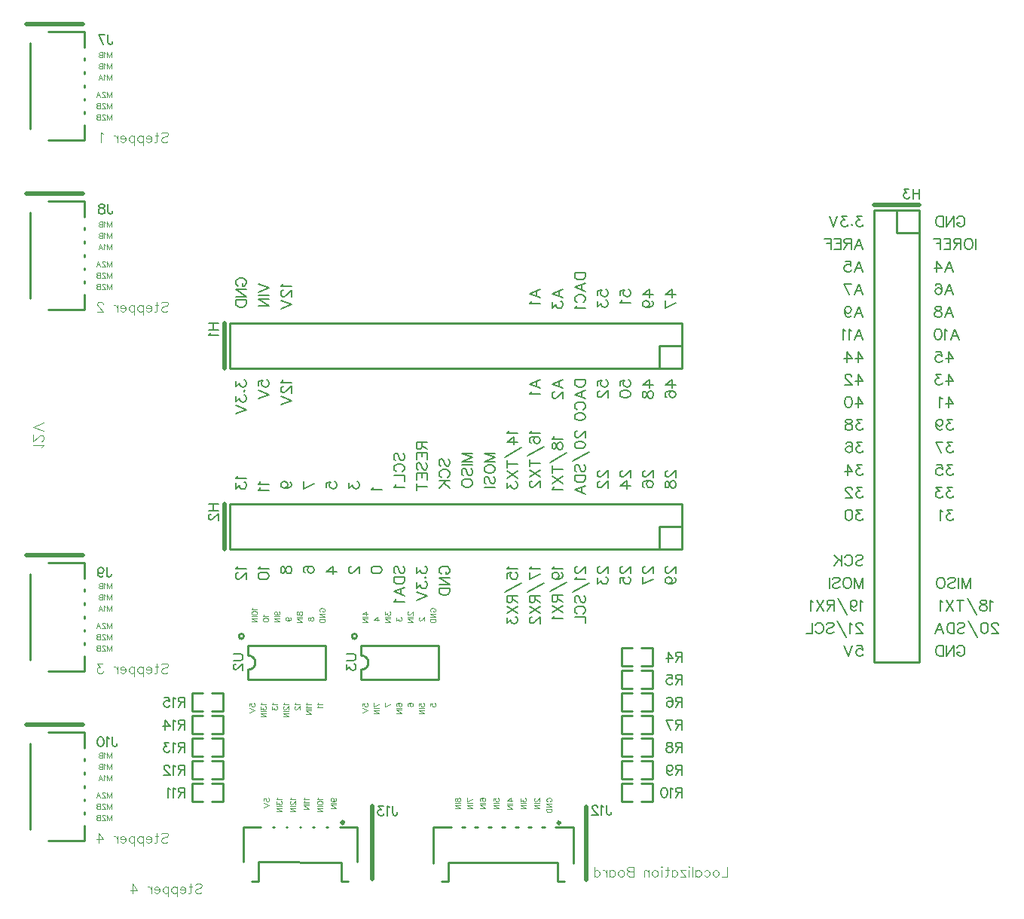
<source format=gbo>
G04 Layer: BottomSilkLayer*
G04 EasyEDA v6.4.17, 2021-03-06T13:06:27--8:00*
G04 8048d1b9ce964284ad8fe1d85055880a,b5aacd518854429a9b9924e8a25dcfd8,10*
G04 Gerber Generator version 0.2*
G04 Scale: 100 percent, Rotated: No, Reflected: No *
G04 Dimensions in inches *
G04 leading zeros omitted , absolute positions ,3 integer and 6 decimal *
%FSLAX36Y36*%
%MOIN*%

%ADD10C,0.0100*%
%ADD35C,0.0200*%
%ADD40C,0.0040*%
%ADD41C,0.0080*%
%ADD43C,0.0060*%

%LPD*%
D40*
X3100000Y-1904591D02*
G01*
X3100000Y-1947545D01*
X3100000Y-1947545D02*
G01*
X3075455Y-1947545D01*
X3051727Y-1918908D02*
G01*
X3055817Y-1920954D01*
X3059908Y-1925045D01*
X3061954Y-1931181D01*
X3061954Y-1935273D01*
X3059908Y-1941408D01*
X3055817Y-1945500D01*
X3051727Y-1947545D01*
X3045591Y-1947545D01*
X3041499Y-1945500D01*
X3037408Y-1941408D01*
X3035363Y-1935273D01*
X3035363Y-1931181D01*
X3037408Y-1925045D01*
X3041499Y-1920954D01*
X3045591Y-1918908D01*
X3051727Y-1918908D01*
X2997317Y-1925045D02*
G01*
X3001409Y-1920954D01*
X3005500Y-1918908D01*
X3011635Y-1918908D01*
X3015726Y-1920954D01*
X3019817Y-1925045D01*
X3021863Y-1931181D01*
X3021863Y-1935273D01*
X3019817Y-1941408D01*
X3015726Y-1945500D01*
X3011635Y-1947545D01*
X3005500Y-1947545D01*
X3001409Y-1945500D01*
X2997317Y-1941408D01*
X2959273Y-1918908D02*
G01*
X2959273Y-1947545D01*
X2959273Y-1925045D02*
G01*
X2963364Y-1920954D01*
X2967455Y-1918908D01*
X2973590Y-1918908D01*
X2977682Y-1920954D01*
X2981773Y-1925045D01*
X2983818Y-1931181D01*
X2983818Y-1935273D01*
X2981773Y-1941408D01*
X2977682Y-1945500D01*
X2973590Y-1947545D01*
X2967455Y-1947545D01*
X2963364Y-1945500D01*
X2959273Y-1941408D01*
X2945772Y-1904591D02*
G01*
X2945772Y-1947545D01*
X2932272Y-1904591D02*
G01*
X2930227Y-1906635D01*
X2928181Y-1904591D01*
X2930227Y-1902545D01*
X2932272Y-1904591D01*
X2930227Y-1918908D02*
G01*
X2930227Y-1947545D01*
X2892182Y-1918908D02*
G01*
X2914682Y-1947545D01*
X2914682Y-1918908D02*
G01*
X2892182Y-1918908D01*
X2914682Y-1947545D02*
G01*
X2892182Y-1947545D01*
X2854135Y-1918908D02*
G01*
X2854135Y-1947545D01*
X2854135Y-1925045D02*
G01*
X2858226Y-1920954D01*
X2862317Y-1918908D01*
X2868455Y-1918908D01*
X2872545Y-1920954D01*
X2876635Y-1925045D01*
X2878681Y-1931181D01*
X2878681Y-1935273D01*
X2876635Y-1941408D01*
X2872545Y-1945500D01*
X2868455Y-1947545D01*
X2862317Y-1947545D01*
X2858226Y-1945500D01*
X2854135Y-1941408D01*
X2834499Y-1904591D02*
G01*
X2834499Y-1939364D01*
X2832455Y-1945500D01*
X2828364Y-1947545D01*
X2824273Y-1947545D01*
X2840636Y-1918908D02*
G01*
X2826318Y-1918908D01*
X2810772Y-1904591D02*
G01*
X2808726Y-1906635D01*
X2806682Y-1904591D01*
X2808726Y-1902545D01*
X2810772Y-1904591D01*
X2808726Y-1918908D02*
G01*
X2808726Y-1947545D01*
X2782955Y-1918908D02*
G01*
X2787044Y-1920954D01*
X2791135Y-1925045D01*
X2793181Y-1931181D01*
X2793181Y-1935273D01*
X2791135Y-1941408D01*
X2787044Y-1945500D01*
X2782955Y-1947545D01*
X2776818Y-1947545D01*
X2772727Y-1945500D01*
X2768635Y-1941408D01*
X2766590Y-1935273D01*
X2766590Y-1931181D01*
X2768635Y-1925045D01*
X2772727Y-1920954D01*
X2776818Y-1918908D01*
X2782955Y-1918908D01*
X2753091Y-1918908D02*
G01*
X2753091Y-1947545D01*
X2753091Y-1927091D02*
G01*
X2746954Y-1920954D01*
X2742863Y-1918908D01*
X2736727Y-1918908D01*
X2732636Y-1920954D01*
X2730591Y-1927091D01*
X2730591Y-1947545D01*
X2685591Y-1904591D02*
G01*
X2685591Y-1947545D01*
X2685591Y-1904591D02*
G01*
X2667182Y-1904591D01*
X2661045Y-1906635D01*
X2658999Y-1908681D01*
X2656954Y-1912773D01*
X2656954Y-1916864D01*
X2658999Y-1920954D01*
X2661045Y-1923000D01*
X2667182Y-1925045D01*
X2685591Y-1925045D02*
G01*
X2667182Y-1925045D01*
X2661045Y-1927091D01*
X2658999Y-1929135D01*
X2656954Y-1933227D01*
X2656954Y-1939364D01*
X2658999Y-1943454D01*
X2661045Y-1945500D01*
X2667182Y-1947545D01*
X2685591Y-1947545D01*
X2633226Y-1918908D02*
G01*
X2637317Y-1920954D01*
X2641409Y-1925045D01*
X2643455Y-1931181D01*
X2643455Y-1935273D01*
X2641409Y-1941408D01*
X2637317Y-1945500D01*
X2633226Y-1947545D01*
X2627091Y-1947545D01*
X2623000Y-1945500D01*
X2618909Y-1941408D01*
X2616863Y-1935273D01*
X2616863Y-1931181D01*
X2618909Y-1925045D01*
X2623000Y-1920954D01*
X2627091Y-1918908D01*
X2633226Y-1918908D01*
X2578818Y-1918908D02*
G01*
X2578818Y-1947545D01*
X2578818Y-1925045D02*
G01*
X2582908Y-1920954D01*
X2586999Y-1918908D01*
X2593136Y-1918908D01*
X2597227Y-1920954D01*
X2601318Y-1925045D01*
X2603364Y-1931181D01*
X2603364Y-1935273D01*
X2601318Y-1941408D01*
X2597227Y-1945500D01*
X2593136Y-1947545D01*
X2586999Y-1947545D01*
X2582908Y-1945500D01*
X2578818Y-1941408D01*
X2565317Y-1918908D02*
G01*
X2565317Y-1947545D01*
X2565317Y-1931181D02*
G01*
X2563272Y-1925045D01*
X2559182Y-1920954D01*
X2555091Y-1918908D01*
X2548954Y-1918908D01*
X2510909Y-1904591D02*
G01*
X2510909Y-1947545D01*
X2510909Y-1925045D02*
G01*
X2515000Y-1920954D01*
X2519090Y-1918908D01*
X2525227Y-1918908D01*
X2529318Y-1920954D01*
X2533409Y-1925045D01*
X2535455Y-1931181D01*
X2535455Y-1935273D01*
X2533409Y-1941408D01*
X2529318Y-1945500D01*
X2525227Y-1947545D01*
X2519090Y-1947545D01*
X2515000Y-1945500D01*
X2510909Y-1941408D01*
X596363Y-1760727D02*
G01*
X600455Y-1756635D01*
X606590Y-1754591D01*
X614773Y-1754591D01*
X620909Y-1756635D01*
X625000Y-1760727D01*
X625000Y-1764818D01*
X622955Y-1768908D01*
X620909Y-1770954D01*
X616817Y-1773000D01*
X604544Y-1777091D01*
X600455Y-1779135D01*
X598409Y-1781181D01*
X596363Y-1785273D01*
X596363Y-1791408D01*
X600455Y-1795500D01*
X606590Y-1797545D01*
X614773Y-1797545D01*
X620909Y-1795500D01*
X625000Y-1791408D01*
X576727Y-1754591D02*
G01*
X576727Y-1789364D01*
X574681Y-1795500D01*
X570590Y-1797545D01*
X566500Y-1797545D01*
X582863Y-1768908D02*
G01*
X568544Y-1768908D01*
X553000Y-1781181D02*
G01*
X528454Y-1781181D01*
X528454Y-1777091D01*
X530500Y-1773000D01*
X532545Y-1770954D01*
X536635Y-1768908D01*
X542773Y-1768908D01*
X546864Y-1770954D01*
X550954Y-1775045D01*
X553000Y-1781181D01*
X553000Y-1785273D01*
X550954Y-1791408D01*
X546864Y-1795500D01*
X542773Y-1797545D01*
X536635Y-1797545D01*
X532545Y-1795500D01*
X528454Y-1791408D01*
X514954Y-1768908D02*
G01*
X514954Y-1811864D01*
X514954Y-1775045D02*
G01*
X510864Y-1770954D01*
X506772Y-1768908D01*
X500635Y-1768908D01*
X496545Y-1770954D01*
X492454Y-1775045D01*
X490408Y-1781181D01*
X490408Y-1785273D01*
X492454Y-1791408D01*
X496545Y-1795500D01*
X500635Y-1797545D01*
X506772Y-1797545D01*
X510864Y-1795500D01*
X514954Y-1791408D01*
X476909Y-1768908D02*
G01*
X476909Y-1811864D01*
X476909Y-1775045D02*
G01*
X472818Y-1770954D01*
X468726Y-1768908D01*
X462591Y-1768908D01*
X458499Y-1770954D01*
X454409Y-1775045D01*
X452363Y-1781181D01*
X452363Y-1785273D01*
X454409Y-1791408D01*
X458499Y-1795500D01*
X462591Y-1797545D01*
X468726Y-1797545D01*
X472818Y-1795500D01*
X476909Y-1791408D01*
X438863Y-1781181D02*
G01*
X414317Y-1781181D01*
X414317Y-1777091D01*
X416363Y-1773000D01*
X418409Y-1770954D01*
X422500Y-1768908D01*
X428636Y-1768908D01*
X432726Y-1770954D01*
X436817Y-1775045D01*
X438863Y-1781181D01*
X438863Y-1785273D01*
X436817Y-1791408D01*
X432726Y-1795500D01*
X428636Y-1797545D01*
X422500Y-1797545D01*
X418409Y-1795500D01*
X414317Y-1791408D01*
X400817Y-1768908D02*
G01*
X400817Y-1797545D01*
X400817Y-1781181D02*
G01*
X398773Y-1775045D01*
X394681Y-1770954D01*
X390590Y-1768908D01*
X384454Y-1768908D01*
X319000Y-1754591D02*
G01*
X339454Y-1783227D01*
X308773Y-1783227D01*
X319000Y-1754591D02*
G01*
X319000Y-1797545D01*
X375000Y-1674773D02*
G01*
X375000Y-1698636D01*
X375000Y-1674773D02*
G01*
X365909Y-1698636D01*
X356817Y-1674773D02*
G01*
X365909Y-1698636D01*
X356817Y-1674773D02*
G01*
X356817Y-1698636D01*
X348182Y-1680455D02*
G01*
X348182Y-1679317D01*
X347044Y-1677044D01*
X345909Y-1675909D01*
X343636Y-1674773D01*
X339090Y-1674773D01*
X336817Y-1675909D01*
X335682Y-1677044D01*
X334544Y-1679317D01*
X334544Y-1681590D01*
X335682Y-1683863D01*
X337955Y-1687273D01*
X349317Y-1698636D01*
X333409Y-1698636D01*
X325909Y-1674773D02*
G01*
X325909Y-1698636D01*
X325909Y-1674773D02*
G01*
X315682Y-1674773D01*
X312273Y-1675909D01*
X311136Y-1677044D01*
X310000Y-1679317D01*
X310000Y-1681590D01*
X311136Y-1683863D01*
X312273Y-1685000D01*
X315682Y-1686136D01*
X325909Y-1686136D02*
G01*
X315682Y-1686136D01*
X312273Y-1687273D01*
X311136Y-1688409D01*
X310000Y-1690682D01*
X310000Y-1694090D01*
X311136Y-1696363D01*
X312273Y-1697500D01*
X315682Y-1698636D01*
X325909Y-1698636D01*
X375000Y-1624773D02*
G01*
X375000Y-1648636D01*
X375000Y-1624773D02*
G01*
X365909Y-1648636D01*
X356817Y-1624773D02*
G01*
X365909Y-1648636D01*
X356817Y-1624773D02*
G01*
X356817Y-1648636D01*
X348182Y-1630455D02*
G01*
X348182Y-1629317D01*
X347044Y-1627044D01*
X345909Y-1625909D01*
X343636Y-1624773D01*
X339090Y-1624773D01*
X336817Y-1625909D01*
X335682Y-1627044D01*
X334544Y-1629317D01*
X334544Y-1631590D01*
X335682Y-1633863D01*
X337955Y-1637273D01*
X349317Y-1648636D01*
X333409Y-1648636D01*
X325909Y-1624773D02*
G01*
X325909Y-1648636D01*
X325909Y-1624773D02*
G01*
X315682Y-1624773D01*
X312273Y-1625909D01*
X311136Y-1627044D01*
X310000Y-1629317D01*
X310000Y-1631590D01*
X311136Y-1633863D01*
X312273Y-1635000D01*
X315682Y-1636136D01*
X325909Y-1636136D02*
G01*
X315682Y-1636136D01*
X312273Y-1637273D01*
X311136Y-1638409D01*
X310000Y-1640682D01*
X310000Y-1644090D01*
X311136Y-1646363D01*
X312273Y-1647500D01*
X315682Y-1648636D01*
X325909Y-1648636D01*
X375000Y-1574773D02*
G01*
X375000Y-1598636D01*
X375000Y-1574773D02*
G01*
X365909Y-1598636D01*
X356817Y-1574773D02*
G01*
X365909Y-1598636D01*
X356817Y-1574773D02*
G01*
X356817Y-1598636D01*
X348182Y-1580455D02*
G01*
X348182Y-1579317D01*
X347044Y-1577044D01*
X345909Y-1575909D01*
X343636Y-1574773D01*
X339090Y-1574773D01*
X336817Y-1575909D01*
X335682Y-1577044D01*
X334544Y-1579317D01*
X334544Y-1581590D01*
X335682Y-1583863D01*
X337955Y-1587273D01*
X349317Y-1598636D01*
X333409Y-1598636D01*
X316817Y-1574773D02*
G01*
X325909Y-1598636D01*
X316817Y-1574773D02*
G01*
X307726Y-1598636D01*
X322500Y-1590682D02*
G01*
X311136Y-1590682D01*
X375000Y-1499773D02*
G01*
X375000Y-1523636D01*
X375000Y-1499773D02*
G01*
X365909Y-1523636D01*
X356817Y-1499773D02*
G01*
X365909Y-1523636D01*
X356817Y-1499773D02*
G01*
X356817Y-1523636D01*
X349317Y-1504317D02*
G01*
X347044Y-1503182D01*
X343636Y-1499773D01*
X343636Y-1523636D01*
X327044Y-1499773D02*
G01*
X336136Y-1523636D01*
X327044Y-1499773D02*
G01*
X317955Y-1523636D01*
X332726Y-1515682D02*
G01*
X321363Y-1515682D01*
X375000Y-1449773D02*
G01*
X375000Y-1473636D01*
X375000Y-1449773D02*
G01*
X365909Y-1473636D01*
X356817Y-1449773D02*
G01*
X365909Y-1473636D01*
X356817Y-1449773D02*
G01*
X356817Y-1473636D01*
X349317Y-1454317D02*
G01*
X347044Y-1453182D01*
X343636Y-1449773D01*
X343636Y-1473636D01*
X336136Y-1449773D02*
G01*
X336136Y-1473636D01*
X336136Y-1449773D02*
G01*
X325909Y-1449773D01*
X322500Y-1450909D01*
X321363Y-1452044D01*
X320226Y-1454317D01*
X320226Y-1456590D01*
X321363Y-1458863D01*
X322500Y-1460000D01*
X325909Y-1461136D01*
X336136Y-1461136D02*
G01*
X325909Y-1461136D01*
X322500Y-1462273D01*
X321363Y-1463409D01*
X320226Y-1465682D01*
X320226Y-1469090D01*
X321363Y-1471363D01*
X322500Y-1472500D01*
X325909Y-1473636D01*
X336136Y-1473636D01*
X375000Y-1399773D02*
G01*
X375000Y-1423636D01*
X375000Y-1399773D02*
G01*
X365909Y-1423636D01*
X356817Y-1399773D02*
G01*
X365909Y-1423636D01*
X356817Y-1399773D02*
G01*
X356817Y-1423636D01*
X349317Y-1404317D02*
G01*
X347044Y-1403182D01*
X343636Y-1399773D01*
X343636Y-1423636D01*
X336136Y-1399773D02*
G01*
X336136Y-1423636D01*
X336136Y-1399773D02*
G01*
X325909Y-1399773D01*
X322500Y-1400909D01*
X321363Y-1402044D01*
X320226Y-1404317D01*
X320226Y-1406590D01*
X321363Y-1408863D01*
X322500Y-1410000D01*
X325909Y-1411136D01*
X336136Y-1411136D02*
G01*
X325909Y-1411136D01*
X322500Y-1412273D01*
X321363Y-1413409D01*
X320226Y-1415682D01*
X320226Y-1419090D01*
X321363Y-1421363D01*
X322500Y-1422500D01*
X325909Y-1423636D01*
X336136Y-1423636D01*
X596363Y-1010727D02*
G01*
X600455Y-1006635D01*
X606590Y-1004591D01*
X614773Y-1004591D01*
X620909Y-1006635D01*
X625000Y-1010727D01*
X625000Y-1014818D01*
X622955Y-1018908D01*
X620909Y-1020954D01*
X616817Y-1023000D01*
X604544Y-1027091D01*
X600455Y-1029135D01*
X598409Y-1031181D01*
X596363Y-1035273D01*
X596363Y-1041408D01*
X600455Y-1045500D01*
X606590Y-1047545D01*
X614773Y-1047545D01*
X620909Y-1045500D01*
X625000Y-1041408D01*
X576727Y-1004591D02*
G01*
X576727Y-1039364D01*
X574681Y-1045500D01*
X570590Y-1047545D01*
X566500Y-1047545D01*
X582863Y-1018908D02*
G01*
X568544Y-1018908D01*
X553000Y-1031181D02*
G01*
X528454Y-1031181D01*
X528454Y-1027091D01*
X530500Y-1023000D01*
X532545Y-1020954D01*
X536635Y-1018908D01*
X542773Y-1018908D01*
X546864Y-1020954D01*
X550954Y-1025045D01*
X553000Y-1031181D01*
X553000Y-1035273D01*
X550954Y-1041408D01*
X546864Y-1045500D01*
X542773Y-1047545D01*
X536635Y-1047545D01*
X532545Y-1045500D01*
X528454Y-1041408D01*
X514954Y-1018908D02*
G01*
X514954Y-1061864D01*
X514954Y-1025045D02*
G01*
X510864Y-1020954D01*
X506772Y-1018908D01*
X500635Y-1018908D01*
X496545Y-1020954D01*
X492454Y-1025045D01*
X490408Y-1031181D01*
X490408Y-1035273D01*
X492454Y-1041408D01*
X496545Y-1045500D01*
X500635Y-1047545D01*
X506772Y-1047545D01*
X510864Y-1045500D01*
X514954Y-1041408D01*
X476909Y-1018908D02*
G01*
X476909Y-1061864D01*
X476909Y-1025045D02*
G01*
X472818Y-1020954D01*
X468726Y-1018908D01*
X462591Y-1018908D01*
X458499Y-1020954D01*
X454409Y-1025045D01*
X452363Y-1031181D01*
X452363Y-1035273D01*
X454409Y-1041408D01*
X458499Y-1045500D01*
X462591Y-1047545D01*
X468726Y-1047545D01*
X472818Y-1045500D01*
X476909Y-1041408D01*
X438863Y-1031181D02*
G01*
X414317Y-1031181D01*
X414317Y-1027091D01*
X416363Y-1023000D01*
X418409Y-1020954D01*
X422500Y-1018908D01*
X428636Y-1018908D01*
X432726Y-1020954D01*
X436817Y-1025045D01*
X438863Y-1031181D01*
X438863Y-1035273D01*
X436817Y-1041408D01*
X432726Y-1045500D01*
X428636Y-1047545D01*
X422500Y-1047545D01*
X418409Y-1045500D01*
X414317Y-1041408D01*
X400817Y-1018908D02*
G01*
X400817Y-1047545D01*
X400817Y-1031181D02*
G01*
X398773Y-1025045D01*
X394681Y-1020954D01*
X390590Y-1018908D01*
X384454Y-1018908D01*
X335363Y-1004591D02*
G01*
X312863Y-1004591D01*
X325136Y-1020954D01*
X319000Y-1020954D01*
X314908Y-1023000D01*
X312863Y-1025045D01*
X310817Y-1031181D01*
X310817Y-1035273D01*
X312863Y-1041408D01*
X316954Y-1045500D01*
X323090Y-1047545D01*
X329227Y-1047545D01*
X335363Y-1045500D01*
X337408Y-1043454D01*
X339454Y-1039364D01*
X375000Y-924773D02*
G01*
X375000Y-948636D01*
X375000Y-924773D02*
G01*
X365909Y-948636D01*
X356817Y-924773D02*
G01*
X365909Y-948636D01*
X356817Y-924773D02*
G01*
X356817Y-948636D01*
X348182Y-930455D02*
G01*
X348182Y-929317D01*
X347044Y-927044D01*
X345909Y-925909D01*
X343636Y-924773D01*
X339090Y-924773D01*
X336817Y-925909D01*
X335682Y-927044D01*
X334544Y-929317D01*
X334544Y-931590D01*
X335682Y-933863D01*
X337955Y-937273D01*
X349317Y-948636D01*
X333409Y-948636D01*
X325909Y-924773D02*
G01*
X325909Y-948636D01*
X325909Y-924773D02*
G01*
X315682Y-924773D01*
X312273Y-925909D01*
X311136Y-927044D01*
X310000Y-929317D01*
X310000Y-931590D01*
X311136Y-933863D01*
X312273Y-935000D01*
X315682Y-936136D01*
X325909Y-936136D02*
G01*
X315682Y-936136D01*
X312273Y-937273D01*
X311136Y-938409D01*
X310000Y-940682D01*
X310000Y-944090D01*
X311136Y-946363D01*
X312273Y-947500D01*
X315682Y-948636D01*
X325909Y-948636D01*
X375000Y-874773D02*
G01*
X375000Y-898636D01*
X375000Y-874773D02*
G01*
X365909Y-898636D01*
X356817Y-874773D02*
G01*
X365909Y-898636D01*
X356817Y-874773D02*
G01*
X356817Y-898636D01*
X348182Y-880455D02*
G01*
X348182Y-879317D01*
X347044Y-877044D01*
X345909Y-875909D01*
X343636Y-874773D01*
X339090Y-874773D01*
X336817Y-875909D01*
X335682Y-877044D01*
X334544Y-879317D01*
X334544Y-881590D01*
X335682Y-883863D01*
X337955Y-887273D01*
X349317Y-898636D01*
X333409Y-898636D01*
X325909Y-874773D02*
G01*
X325909Y-898636D01*
X325909Y-874773D02*
G01*
X315682Y-874773D01*
X312273Y-875909D01*
X311136Y-877044D01*
X310000Y-879317D01*
X310000Y-881590D01*
X311136Y-883863D01*
X312273Y-885000D01*
X315682Y-886136D01*
X325909Y-886136D02*
G01*
X315682Y-886136D01*
X312273Y-887273D01*
X311136Y-888409D01*
X310000Y-890682D01*
X310000Y-894090D01*
X311136Y-896363D01*
X312273Y-897500D01*
X315682Y-898636D01*
X325909Y-898636D01*
X375000Y-824773D02*
G01*
X375000Y-848636D01*
X375000Y-824773D02*
G01*
X365909Y-848636D01*
X356817Y-824773D02*
G01*
X365909Y-848636D01*
X356817Y-824773D02*
G01*
X356817Y-848636D01*
X348182Y-830455D02*
G01*
X348182Y-829317D01*
X347044Y-827044D01*
X345909Y-825909D01*
X343636Y-824773D01*
X339090Y-824773D01*
X336817Y-825909D01*
X335682Y-827044D01*
X334544Y-829317D01*
X334544Y-831590D01*
X335682Y-833863D01*
X337955Y-837273D01*
X349317Y-848636D01*
X333409Y-848636D01*
X316817Y-824773D02*
G01*
X325909Y-848636D01*
X316817Y-824773D02*
G01*
X307726Y-848636D01*
X322500Y-840682D02*
G01*
X311136Y-840682D01*
X375000Y-749773D02*
G01*
X375000Y-773636D01*
X375000Y-749773D02*
G01*
X365909Y-773636D01*
X356817Y-749773D02*
G01*
X365909Y-773636D01*
X356817Y-749773D02*
G01*
X356817Y-773636D01*
X349317Y-754317D02*
G01*
X347044Y-753182D01*
X343636Y-749773D01*
X343636Y-773636D01*
X327044Y-749773D02*
G01*
X336136Y-773636D01*
X327044Y-749773D02*
G01*
X317955Y-773636D01*
X332726Y-765682D02*
G01*
X321363Y-765682D01*
X375000Y-699773D02*
G01*
X375000Y-723636D01*
X375000Y-699773D02*
G01*
X365909Y-723636D01*
X356817Y-699773D02*
G01*
X365909Y-723636D01*
X356817Y-699773D02*
G01*
X356817Y-723636D01*
X349317Y-704317D02*
G01*
X347044Y-703182D01*
X343636Y-699773D01*
X343636Y-723636D01*
X336136Y-699773D02*
G01*
X336136Y-723636D01*
X336136Y-699773D02*
G01*
X325909Y-699773D01*
X322500Y-700909D01*
X321363Y-702044D01*
X320226Y-704317D01*
X320226Y-706590D01*
X321363Y-708863D01*
X322500Y-710000D01*
X325909Y-711136D01*
X336136Y-711136D02*
G01*
X325909Y-711136D01*
X322500Y-712273D01*
X321363Y-713409D01*
X320226Y-715682D01*
X320226Y-719090D01*
X321363Y-721363D01*
X322500Y-722500D01*
X325909Y-723636D01*
X336136Y-723636D01*
X375000Y-649773D02*
G01*
X375000Y-673636D01*
X375000Y-649773D02*
G01*
X365909Y-673636D01*
X356817Y-649773D02*
G01*
X365909Y-673636D01*
X356817Y-649773D02*
G01*
X356817Y-673636D01*
X349317Y-654317D02*
G01*
X347044Y-653182D01*
X343636Y-649773D01*
X343636Y-673636D01*
X336136Y-649773D02*
G01*
X336136Y-673636D01*
X336136Y-649773D02*
G01*
X325909Y-649773D01*
X322500Y-650909D01*
X321363Y-652044D01*
X320226Y-654317D01*
X320226Y-656590D01*
X321363Y-658863D01*
X322500Y-660000D01*
X325909Y-661136D01*
X336136Y-661136D02*
G01*
X325909Y-661136D01*
X322500Y-662273D01*
X321363Y-663409D01*
X320226Y-665682D01*
X320226Y-669090D01*
X321363Y-671363D01*
X322500Y-672500D01*
X325909Y-673636D01*
X336136Y-673636D01*
X596363Y589272D02*
G01*
X600455Y593364D01*
X606590Y595408D01*
X614773Y595408D01*
X620909Y593364D01*
X625000Y589272D01*
X625000Y585181D01*
X622955Y581091D01*
X620909Y579045D01*
X616817Y576999D01*
X604544Y572908D01*
X600455Y570864D01*
X598409Y568818D01*
X596363Y564726D01*
X596363Y558591D01*
X600455Y554499D01*
X606590Y552454D01*
X614773Y552454D01*
X620909Y554499D01*
X625000Y558591D01*
X576727Y595408D02*
G01*
X576727Y560635D01*
X574681Y554499D01*
X570590Y552454D01*
X566500Y552454D01*
X582863Y581091D02*
G01*
X568544Y581091D01*
X553000Y568818D02*
G01*
X528454Y568818D01*
X528454Y572908D01*
X530500Y576999D01*
X532545Y579045D01*
X536635Y581091D01*
X542773Y581091D01*
X546864Y579045D01*
X550954Y574954D01*
X553000Y568818D01*
X553000Y564726D01*
X550954Y558591D01*
X546864Y554499D01*
X542773Y552454D01*
X536635Y552454D01*
X532545Y554499D01*
X528454Y558591D01*
X514954Y581091D02*
G01*
X514954Y538135D01*
X514954Y574954D02*
G01*
X510864Y579045D01*
X506772Y581091D01*
X500635Y581091D01*
X496545Y579045D01*
X492454Y574954D01*
X490408Y568818D01*
X490408Y564726D01*
X492454Y558591D01*
X496545Y554499D01*
X500635Y552454D01*
X506772Y552454D01*
X510864Y554499D01*
X514954Y558591D01*
X476909Y581091D02*
G01*
X476909Y538135D01*
X476909Y574954D02*
G01*
X472818Y579045D01*
X468726Y581091D01*
X462591Y581091D01*
X458499Y579045D01*
X454409Y574954D01*
X452363Y568818D01*
X452363Y564726D01*
X454409Y558591D01*
X458499Y554499D01*
X462591Y552454D01*
X468726Y552454D01*
X472818Y554499D01*
X476909Y558591D01*
X438863Y568818D02*
G01*
X414317Y568818D01*
X414317Y572908D01*
X416363Y576999D01*
X418409Y579045D01*
X422500Y581091D01*
X428636Y581091D01*
X432726Y579045D01*
X436817Y574954D01*
X438863Y568818D01*
X438863Y564726D01*
X436817Y558591D01*
X432726Y554499D01*
X428636Y552454D01*
X422500Y552454D01*
X418409Y554499D01*
X414317Y558591D01*
X400817Y581091D02*
G01*
X400817Y552454D01*
X400817Y568818D02*
G01*
X398773Y574954D01*
X394681Y579045D01*
X390590Y581091D01*
X384454Y581091D01*
X337408Y585181D02*
G01*
X337408Y587226D01*
X335363Y591318D01*
X333317Y593364D01*
X329227Y595408D01*
X321044Y595408D01*
X316954Y593364D01*
X314908Y591318D01*
X312863Y587226D01*
X312863Y583135D01*
X314908Y579045D01*
X319000Y572908D01*
X339454Y552454D01*
X310817Y552454D01*
X375000Y675226D02*
G01*
X375000Y651363D01*
X375000Y675226D02*
G01*
X365909Y651363D01*
X356817Y675226D02*
G01*
X365909Y651363D01*
X356817Y675226D02*
G01*
X356817Y651363D01*
X348182Y669544D02*
G01*
X348182Y670682D01*
X347044Y672955D01*
X345909Y674090D01*
X343636Y675226D01*
X339090Y675226D01*
X336817Y674090D01*
X335682Y672955D01*
X334544Y670682D01*
X334544Y668409D01*
X335682Y666136D01*
X337955Y662726D01*
X349317Y651363D01*
X333409Y651363D01*
X325909Y675226D02*
G01*
X325909Y651363D01*
X325909Y675226D02*
G01*
X315682Y675226D01*
X312273Y674090D01*
X311136Y672955D01*
X310000Y670682D01*
X310000Y668409D01*
X311136Y666136D01*
X312273Y665000D01*
X315682Y663863D01*
X325909Y663863D02*
G01*
X315682Y663863D01*
X312273Y662726D01*
X311136Y661590D01*
X310000Y659317D01*
X310000Y655909D01*
X311136Y653636D01*
X312273Y652500D01*
X315682Y651363D01*
X325909Y651363D01*
X375000Y725226D02*
G01*
X375000Y701363D01*
X375000Y725226D02*
G01*
X365909Y701363D01*
X356817Y725226D02*
G01*
X365909Y701363D01*
X356817Y725226D02*
G01*
X356817Y701363D01*
X348182Y719544D02*
G01*
X348182Y720682D01*
X347044Y722955D01*
X345909Y724090D01*
X343636Y725226D01*
X339090Y725226D01*
X336817Y724090D01*
X335682Y722955D01*
X334544Y720682D01*
X334544Y718409D01*
X335682Y716136D01*
X337955Y712726D01*
X349317Y701363D01*
X333409Y701363D01*
X325909Y725226D02*
G01*
X325909Y701363D01*
X325909Y725226D02*
G01*
X315682Y725226D01*
X312273Y724090D01*
X311136Y722955D01*
X310000Y720682D01*
X310000Y718409D01*
X311136Y716136D01*
X312273Y715000D01*
X315682Y713863D01*
X325909Y713863D02*
G01*
X315682Y713863D01*
X312273Y712726D01*
X311136Y711590D01*
X310000Y709317D01*
X310000Y705909D01*
X311136Y703636D01*
X312273Y702500D01*
X315682Y701363D01*
X325909Y701363D01*
X375000Y775226D02*
G01*
X375000Y751363D01*
X375000Y775226D02*
G01*
X365909Y751363D01*
X356817Y775226D02*
G01*
X365909Y751363D01*
X356817Y775226D02*
G01*
X356817Y751363D01*
X348182Y769544D02*
G01*
X348182Y770682D01*
X347044Y772955D01*
X345909Y774090D01*
X343636Y775226D01*
X339090Y775226D01*
X336817Y774090D01*
X335682Y772955D01*
X334544Y770682D01*
X334544Y768409D01*
X335682Y766136D01*
X337955Y762726D01*
X349317Y751363D01*
X333409Y751363D01*
X316817Y775226D02*
G01*
X325909Y751363D01*
X316817Y775226D02*
G01*
X307726Y751363D01*
X322500Y759317D02*
G01*
X311136Y759317D01*
X375000Y850226D02*
G01*
X375000Y826363D01*
X375000Y850226D02*
G01*
X365909Y826363D01*
X356817Y850226D02*
G01*
X365909Y826363D01*
X356817Y850226D02*
G01*
X356817Y826363D01*
X349317Y845682D02*
G01*
X347044Y846817D01*
X343636Y850226D01*
X343636Y826363D01*
X327044Y850226D02*
G01*
X336136Y826363D01*
X327044Y850226D02*
G01*
X317955Y826363D01*
X332726Y834317D02*
G01*
X321363Y834317D01*
X375000Y900226D02*
G01*
X375000Y876363D01*
X375000Y900226D02*
G01*
X365909Y876363D01*
X356817Y900226D02*
G01*
X365909Y876363D01*
X356817Y900226D02*
G01*
X356817Y876363D01*
X349317Y895682D02*
G01*
X347044Y896817D01*
X343636Y900226D01*
X343636Y876363D01*
X336136Y900226D02*
G01*
X336136Y876363D01*
X336136Y900226D02*
G01*
X325909Y900226D01*
X322500Y899090D01*
X321363Y897955D01*
X320226Y895682D01*
X320226Y893409D01*
X321363Y891136D01*
X322500Y890000D01*
X325909Y888863D01*
X336136Y888863D02*
G01*
X325909Y888863D01*
X322500Y887726D01*
X321363Y886590D01*
X320226Y884317D01*
X320226Y880909D01*
X321363Y878636D01*
X322500Y877500D01*
X325909Y876363D01*
X336136Y876363D01*
X375000Y950226D02*
G01*
X375000Y926363D01*
X375000Y950226D02*
G01*
X365909Y926363D01*
X356817Y950226D02*
G01*
X365909Y926363D01*
X356817Y950226D02*
G01*
X356817Y926363D01*
X349317Y945682D02*
G01*
X347044Y946817D01*
X343636Y950226D01*
X343636Y926363D01*
X336136Y950226D02*
G01*
X336136Y926363D01*
X336136Y950226D02*
G01*
X325909Y950226D01*
X322500Y949090D01*
X321363Y947955D01*
X320226Y945682D01*
X320226Y943409D01*
X321363Y941136D01*
X322500Y940000D01*
X325909Y938863D01*
X336136Y938863D02*
G01*
X325909Y938863D01*
X322500Y937726D01*
X321363Y936590D01*
X320226Y934317D01*
X320226Y930909D01*
X321363Y928636D01*
X322500Y927500D01*
X325909Y926363D01*
X336136Y926363D01*
X596363Y1339272D02*
G01*
X600455Y1343364D01*
X606590Y1345408D01*
X614773Y1345408D01*
X620909Y1343364D01*
X625000Y1339272D01*
X625000Y1335181D01*
X622955Y1331091D01*
X620909Y1329045D01*
X616817Y1326999D01*
X604544Y1322908D01*
X600455Y1320864D01*
X598409Y1318818D01*
X596363Y1314726D01*
X596363Y1308591D01*
X600455Y1304499D01*
X606590Y1302455D01*
X614773Y1302455D01*
X620909Y1304499D01*
X625000Y1308591D01*
X576727Y1345408D02*
G01*
X576727Y1310635D01*
X574681Y1304499D01*
X570590Y1302455D01*
X566500Y1302455D01*
X582863Y1331091D02*
G01*
X568544Y1331091D01*
X553000Y1318818D02*
G01*
X528454Y1318818D01*
X528454Y1322908D01*
X530500Y1326999D01*
X532545Y1329045D01*
X536635Y1331091D01*
X542773Y1331091D01*
X546864Y1329045D01*
X550954Y1324955D01*
X553000Y1318818D01*
X553000Y1314726D01*
X550954Y1308591D01*
X546864Y1304499D01*
X542773Y1302455D01*
X536635Y1302455D01*
X532545Y1304499D01*
X528454Y1308591D01*
X514954Y1331091D02*
G01*
X514954Y1288135D01*
X514954Y1324955D02*
G01*
X510864Y1329045D01*
X506772Y1331091D01*
X500635Y1331091D01*
X496545Y1329045D01*
X492454Y1324955D01*
X490408Y1318818D01*
X490408Y1314726D01*
X492454Y1308591D01*
X496545Y1304499D01*
X500635Y1302455D01*
X506772Y1302455D01*
X510864Y1304499D01*
X514954Y1308591D01*
X476909Y1331091D02*
G01*
X476909Y1288135D01*
X476909Y1324955D02*
G01*
X472818Y1329045D01*
X468726Y1331091D01*
X462591Y1331091D01*
X458499Y1329045D01*
X454409Y1324955D01*
X452363Y1318818D01*
X452363Y1314726D01*
X454409Y1308591D01*
X458499Y1304499D01*
X462591Y1302455D01*
X468726Y1302455D01*
X472818Y1304499D01*
X476909Y1308591D01*
X438863Y1318818D02*
G01*
X414317Y1318818D01*
X414317Y1322908D01*
X416363Y1326999D01*
X418409Y1329045D01*
X422500Y1331091D01*
X428636Y1331091D01*
X432726Y1329045D01*
X436817Y1324955D01*
X438863Y1318818D01*
X438863Y1314726D01*
X436817Y1308591D01*
X432726Y1304499D01*
X428636Y1302455D01*
X422500Y1302455D01*
X418409Y1304499D01*
X414317Y1308591D01*
X400817Y1331091D02*
G01*
X400817Y1302455D01*
X400817Y1318818D02*
G01*
X398773Y1324955D01*
X394681Y1329045D01*
X390590Y1331091D01*
X384454Y1331091D01*
X339454Y1337226D02*
G01*
X335363Y1339272D01*
X329227Y1345408D01*
X329227Y1302455D01*
X375000Y1425226D02*
G01*
X375000Y1401363D01*
X375000Y1425226D02*
G01*
X365909Y1401363D01*
X356817Y1425226D02*
G01*
X365909Y1401363D01*
X356817Y1425226D02*
G01*
X356817Y1401363D01*
X348182Y1419544D02*
G01*
X348182Y1420682D01*
X347044Y1422955D01*
X345909Y1424090D01*
X343636Y1425226D01*
X339090Y1425226D01*
X336817Y1424090D01*
X335682Y1422955D01*
X334544Y1420682D01*
X334544Y1418409D01*
X335682Y1416136D01*
X337955Y1412726D01*
X349317Y1401363D01*
X333409Y1401363D01*
X325909Y1425226D02*
G01*
X325909Y1401363D01*
X325909Y1425226D02*
G01*
X315682Y1425226D01*
X312273Y1424090D01*
X311136Y1422955D01*
X310000Y1420682D01*
X310000Y1418409D01*
X311136Y1416136D01*
X312273Y1415000D01*
X315682Y1413863D01*
X325909Y1413863D02*
G01*
X315682Y1413863D01*
X312273Y1412726D01*
X311136Y1411590D01*
X310000Y1409317D01*
X310000Y1405909D01*
X311136Y1403636D01*
X312273Y1402500D01*
X315682Y1401363D01*
X325909Y1401363D01*
X375000Y1475226D02*
G01*
X375000Y1451363D01*
X375000Y1475226D02*
G01*
X365909Y1451363D01*
X356817Y1475226D02*
G01*
X365909Y1451363D01*
X356817Y1475226D02*
G01*
X356817Y1451363D01*
X348182Y1469544D02*
G01*
X348182Y1470682D01*
X347044Y1472955D01*
X345909Y1474090D01*
X343636Y1475226D01*
X339090Y1475226D01*
X336817Y1474090D01*
X335682Y1472955D01*
X334544Y1470682D01*
X334544Y1468409D01*
X335682Y1466136D01*
X337955Y1462726D01*
X349317Y1451363D01*
X333409Y1451363D01*
X325909Y1475226D02*
G01*
X325909Y1451363D01*
X325909Y1475226D02*
G01*
X315682Y1475226D01*
X312273Y1474090D01*
X311136Y1472955D01*
X310000Y1470682D01*
X310000Y1468409D01*
X311136Y1466136D01*
X312273Y1465000D01*
X315682Y1463863D01*
X325909Y1463863D02*
G01*
X315682Y1463863D01*
X312273Y1462726D01*
X311136Y1461590D01*
X310000Y1459317D01*
X310000Y1455909D01*
X311136Y1453636D01*
X312273Y1452500D01*
X315682Y1451363D01*
X325909Y1451363D01*
X375000Y1525226D02*
G01*
X375000Y1501363D01*
X375000Y1525226D02*
G01*
X365909Y1501363D01*
X356817Y1525226D02*
G01*
X365909Y1501363D01*
X356817Y1525226D02*
G01*
X356817Y1501363D01*
X348182Y1519544D02*
G01*
X348182Y1520682D01*
X347044Y1522955D01*
X345909Y1524090D01*
X343636Y1525226D01*
X339090Y1525226D01*
X336817Y1524090D01*
X335682Y1522955D01*
X334544Y1520682D01*
X334544Y1518409D01*
X335682Y1516136D01*
X337955Y1512726D01*
X349317Y1501363D01*
X333409Y1501363D01*
X316817Y1525226D02*
G01*
X325909Y1501363D01*
X316817Y1525226D02*
G01*
X307726Y1501363D01*
X322500Y1509317D02*
G01*
X311136Y1509317D01*
X375000Y1600226D02*
G01*
X375000Y1576363D01*
X375000Y1600226D02*
G01*
X365909Y1576363D01*
X356817Y1600226D02*
G01*
X365909Y1576363D01*
X356817Y1600226D02*
G01*
X356817Y1576363D01*
X349317Y1595682D02*
G01*
X347044Y1596817D01*
X343636Y1600226D01*
X343636Y1576363D01*
X327044Y1600226D02*
G01*
X336136Y1576363D01*
X327044Y1600226D02*
G01*
X317955Y1576363D01*
X332726Y1584317D02*
G01*
X321363Y1584317D01*
X375000Y1650226D02*
G01*
X375000Y1626363D01*
X375000Y1650226D02*
G01*
X365909Y1626363D01*
X356817Y1650226D02*
G01*
X365909Y1626363D01*
X356817Y1650226D02*
G01*
X356817Y1626363D01*
X349317Y1645682D02*
G01*
X347044Y1646817D01*
X343636Y1650226D01*
X343636Y1626363D01*
X336136Y1650226D02*
G01*
X336136Y1626363D01*
X336136Y1650226D02*
G01*
X325909Y1650226D01*
X322500Y1649090D01*
X321363Y1647955D01*
X320226Y1645682D01*
X320226Y1643409D01*
X321363Y1641136D01*
X322500Y1640000D01*
X325909Y1638863D01*
X336136Y1638863D02*
G01*
X325909Y1638863D01*
X322500Y1637726D01*
X321363Y1636590D01*
X320226Y1634317D01*
X320226Y1630909D01*
X321363Y1628636D01*
X322500Y1627500D01*
X325909Y1626363D01*
X336136Y1626363D01*
X375000Y1700226D02*
G01*
X375000Y1676363D01*
X375000Y1700226D02*
G01*
X365909Y1676363D01*
X356817Y1700226D02*
G01*
X365909Y1676363D01*
X356817Y1700226D02*
G01*
X356817Y1676363D01*
X349317Y1695682D02*
G01*
X347044Y1696817D01*
X343636Y1700226D01*
X343636Y1676363D01*
X336136Y1700226D02*
G01*
X336136Y1676363D01*
X336136Y1700226D02*
G01*
X325909Y1700226D01*
X322500Y1699090D01*
X321363Y1697955D01*
X320226Y1695682D01*
X320226Y1693409D01*
X321363Y1691136D01*
X322500Y1690000D01*
X325909Y1688863D01*
X336136Y1688863D02*
G01*
X325909Y1688863D01*
X322500Y1687726D01*
X321363Y1686590D01*
X320226Y1684317D01*
X320226Y1680909D01*
X321363Y1678636D01*
X322500Y1677500D01*
X325909Y1676363D01*
X336136Y1676363D01*
D41*
X1133635Y250000D02*
G01*
X1131364Y245455D01*
X1124544Y238636D01*
X1172272Y238636D01*
X1135909Y221363D02*
G01*
X1133635Y221363D01*
X1129090Y219090D01*
X1126818Y216817D01*
X1124544Y212273D01*
X1124544Y203182D01*
X1126818Y198636D01*
X1129090Y196363D01*
X1133635Y194090D01*
X1138181Y194090D01*
X1142727Y196363D01*
X1149544Y200909D01*
X1172272Y223636D01*
X1172272Y191817D01*
X1124544Y176817D02*
G01*
X1172272Y158636D01*
X1124544Y140455D02*
G01*
X1172272Y158636D01*
X1133635Y675000D02*
G01*
X1131364Y670455D01*
X1124544Y663636D01*
X1172272Y663636D01*
X1135909Y646363D02*
G01*
X1133635Y646363D01*
X1129090Y644090D01*
X1126818Y641817D01*
X1124544Y637273D01*
X1124544Y628182D01*
X1126818Y623636D01*
X1129090Y621363D01*
X1133635Y619090D01*
X1138181Y619090D01*
X1142727Y621363D01*
X1149544Y625909D01*
X1172272Y648636D01*
X1172272Y616817D01*
X1124544Y601817D02*
G01*
X1172272Y583636D01*
X1124544Y565455D02*
G01*
X1172272Y583636D01*
X2024544Y-75000D02*
G01*
X2072272Y-75000D01*
X2024544Y-75000D02*
G01*
X2072272Y-93182D01*
X2024544Y-111363D02*
G01*
X2072272Y-93182D01*
X2024544Y-111363D02*
G01*
X2072272Y-111363D01*
X2024544Y-140000D02*
G01*
X2026818Y-135455D01*
X2031364Y-130909D01*
X2035909Y-128636D01*
X2042727Y-126363D01*
X2054090Y-126363D01*
X2060909Y-128636D01*
X2065455Y-130909D01*
X2070000Y-135455D01*
X2072272Y-140000D01*
X2072272Y-149090D01*
X2070000Y-153636D01*
X2065455Y-158182D01*
X2060909Y-160455D01*
X2054090Y-162726D01*
X2042727Y-162726D01*
X2035909Y-160455D01*
X2031364Y-158182D01*
X2026818Y-153636D01*
X2024544Y-149090D01*
X2024544Y-140000D01*
X2031364Y-209544D02*
G01*
X2026818Y-205000D01*
X2024544Y-198182D01*
X2024544Y-189090D01*
X2026818Y-182273D01*
X2031364Y-177726D01*
X2035909Y-177726D01*
X2040455Y-180000D01*
X2042727Y-182273D01*
X2045000Y-186817D01*
X2049544Y-200455D01*
X2051818Y-205000D01*
X2054090Y-207273D01*
X2058635Y-209544D01*
X2065455Y-209544D01*
X2070000Y-205000D01*
X2072272Y-198182D01*
X2072272Y-189090D01*
X2070000Y-182273D01*
X2065455Y-177726D01*
X2024544Y-224544D02*
G01*
X2072272Y-224544D01*
X1924544Y-75000D02*
G01*
X1972272Y-75000D01*
X1924544Y-75000D02*
G01*
X1972272Y-93182D01*
X1924544Y-111363D02*
G01*
X1972272Y-93182D01*
X1924544Y-111363D02*
G01*
X1972272Y-111363D01*
X1924544Y-126363D02*
G01*
X1972272Y-126363D01*
X1931364Y-173182D02*
G01*
X1926818Y-168636D01*
X1924544Y-161817D01*
X1924544Y-152726D01*
X1926818Y-145909D01*
X1931364Y-141363D01*
X1935909Y-141363D01*
X1940455Y-143636D01*
X1942727Y-145909D01*
X1945000Y-150455D01*
X1949544Y-164090D01*
X1951818Y-168636D01*
X1954090Y-170909D01*
X1958635Y-173182D01*
X1965455Y-173182D01*
X1970000Y-168636D01*
X1972272Y-161817D01*
X1972272Y-152726D01*
X1970000Y-145909D01*
X1965455Y-141363D01*
X1924544Y-201817D02*
G01*
X1926818Y-197273D01*
X1931364Y-192726D01*
X1935909Y-190455D01*
X1942727Y-188182D01*
X1954090Y-188182D01*
X1960909Y-190455D01*
X1965455Y-192726D01*
X1970000Y-197273D01*
X1972272Y-201817D01*
X1972272Y-210909D01*
X1970000Y-215455D01*
X1965455Y-220000D01*
X1960909Y-222273D01*
X1954090Y-224544D01*
X1942727Y-224544D01*
X1935909Y-222273D01*
X1931364Y-220000D01*
X1926818Y-215455D01*
X1924544Y-210909D01*
X1924544Y-201817D01*
X1831364Y-131817D02*
G01*
X1826818Y-127273D01*
X1824544Y-120455D01*
X1824544Y-111363D01*
X1826818Y-104544D01*
X1831364Y-100000D01*
X1835909Y-100000D01*
X1840455Y-102273D01*
X1842727Y-104544D01*
X1845000Y-109090D01*
X1849544Y-122726D01*
X1851818Y-127273D01*
X1854090Y-129544D01*
X1858635Y-131817D01*
X1865455Y-131817D01*
X1870000Y-127273D01*
X1872272Y-120455D01*
X1872272Y-111363D01*
X1870000Y-104544D01*
X1865455Y-100000D01*
X1835909Y-180909D02*
G01*
X1831364Y-178636D01*
X1826818Y-174090D01*
X1824544Y-169544D01*
X1824544Y-160455D01*
X1826818Y-155909D01*
X1831364Y-151363D01*
X1835909Y-149090D01*
X1842727Y-146817D01*
X1854090Y-146817D01*
X1860909Y-149090D01*
X1865455Y-151363D01*
X1870000Y-155909D01*
X1872272Y-160455D01*
X1872272Y-169544D01*
X1870000Y-174090D01*
X1865455Y-178636D01*
X1860909Y-180909D01*
X1824544Y-195909D02*
G01*
X1872272Y-195909D01*
X1824544Y-227726D02*
G01*
X1856364Y-195909D01*
X1845000Y-207273D02*
G01*
X1872272Y-227726D01*
X1724544Y-25000D02*
G01*
X1772272Y-25000D01*
X1724544Y-25000D02*
G01*
X1724544Y-45455D01*
X1726818Y-52273D01*
X1729090Y-54544D01*
X1733635Y-56817D01*
X1738181Y-56817D01*
X1742727Y-54544D01*
X1745000Y-52273D01*
X1747272Y-45455D01*
X1747272Y-25000D01*
X1747272Y-40909D02*
G01*
X1772272Y-56817D01*
X1724544Y-71817D02*
G01*
X1772272Y-71817D01*
X1724544Y-71817D02*
G01*
X1724544Y-101363D01*
X1747272Y-71817D02*
G01*
X1747272Y-90000D01*
X1772272Y-71817D02*
G01*
X1772272Y-101363D01*
X1731364Y-148182D02*
G01*
X1726818Y-143636D01*
X1724544Y-136817D01*
X1724544Y-127726D01*
X1726818Y-120909D01*
X1731364Y-116363D01*
X1735909Y-116363D01*
X1740455Y-118636D01*
X1742727Y-120909D01*
X1745000Y-125455D01*
X1749544Y-139090D01*
X1751818Y-143636D01*
X1754090Y-145909D01*
X1758635Y-148182D01*
X1765455Y-148182D01*
X1770000Y-143636D01*
X1772272Y-136817D01*
X1772272Y-127726D01*
X1770000Y-120909D01*
X1765455Y-116363D01*
X1724544Y-163182D02*
G01*
X1772272Y-163182D01*
X1724544Y-163182D02*
G01*
X1724544Y-192726D01*
X1747272Y-163182D02*
G01*
X1747272Y-181363D01*
X1772272Y-163182D02*
G01*
X1772272Y-192726D01*
X1724544Y-223636D02*
G01*
X1772272Y-223636D01*
X1724544Y-207726D02*
G01*
X1724544Y-239544D01*
X1024544Y675000D02*
G01*
X1072272Y656817D01*
X1024544Y638636D02*
G01*
X1072272Y656817D01*
X1024544Y623636D02*
G01*
X1072272Y623636D01*
X1024544Y608636D02*
G01*
X1072272Y608636D01*
X1024544Y608636D02*
G01*
X1072272Y576817D01*
X1024544Y576817D02*
G01*
X1072272Y576817D01*
X935909Y665909D02*
G01*
X931364Y668182D01*
X926818Y672726D01*
X924544Y677273D01*
X924544Y686363D01*
X926818Y690909D01*
X931364Y695455D01*
X935909Y697726D01*
X942727Y700000D01*
X954090Y700000D01*
X960909Y697726D01*
X965455Y695455D01*
X970000Y690909D01*
X972272Y686363D01*
X972272Y677273D01*
X970000Y672726D01*
X965455Y668182D01*
X960909Y665909D01*
X954090Y665909D01*
X954090Y677273D02*
G01*
X954090Y665909D01*
X924544Y650909D02*
G01*
X972272Y650909D01*
X924544Y650909D02*
G01*
X972272Y619090D01*
X924544Y619090D02*
G01*
X972272Y619090D01*
X924544Y604090D02*
G01*
X972272Y604090D01*
X924544Y604090D02*
G01*
X924544Y588182D01*
X926818Y581363D01*
X931364Y576817D01*
X935909Y574544D01*
X942727Y572273D01*
X954090Y572273D01*
X960909Y574544D01*
X965455Y576817D01*
X970000Y581363D01*
X972272Y588182D01*
X972272Y604090D01*
X924544Y245455D02*
G01*
X924544Y220455D01*
X942727Y234090D01*
X942727Y227273D01*
X945000Y222726D01*
X947272Y220455D01*
X954090Y218182D01*
X958635Y218182D01*
X965455Y220455D01*
X970000Y225000D01*
X972272Y231817D01*
X972272Y238636D01*
X970000Y245455D01*
X967727Y247726D01*
X963181Y250000D01*
X960909Y200909D02*
G01*
X963181Y203182D01*
X965455Y200909D01*
X963181Y198636D01*
X960909Y200909D01*
X924544Y179090D02*
G01*
X924544Y154090D01*
X942727Y167726D01*
X942727Y160909D01*
X945000Y156363D01*
X947272Y154090D01*
X954090Y151817D01*
X958635Y151817D01*
X965455Y154090D01*
X970000Y158636D01*
X972272Y165455D01*
X972272Y172273D01*
X970000Y179090D01*
X967727Y181363D01*
X963181Y183636D01*
X924544Y136817D02*
G01*
X972272Y118636D01*
X924544Y100455D02*
G01*
X972272Y118636D01*
X1024544Y222726D02*
G01*
X1024544Y245455D01*
X1045000Y247726D01*
X1042727Y245455D01*
X1040455Y238636D01*
X1040455Y231817D01*
X1042727Y225000D01*
X1047272Y220455D01*
X1054090Y218182D01*
X1058635Y218182D01*
X1065455Y220455D01*
X1070000Y225000D01*
X1072272Y231817D01*
X1072272Y238636D01*
X1070000Y245455D01*
X1067727Y247726D01*
X1063181Y250000D01*
X1024544Y203182D02*
G01*
X1072272Y185000D01*
X1024544Y166817D02*
G01*
X1072272Y185000D01*
X2424544Y725000D02*
G01*
X2472272Y725000D01*
X2424544Y725000D02*
G01*
X2424544Y709090D01*
X2426818Y702273D01*
X2431364Y697726D01*
X2435909Y695455D01*
X2442727Y693182D01*
X2454090Y693182D01*
X2460909Y695455D01*
X2465455Y697726D01*
X2470000Y702273D01*
X2472272Y709090D01*
X2472272Y725000D01*
X2424544Y660000D02*
G01*
X2472272Y678182D01*
X2424544Y660000D02*
G01*
X2472272Y641817D01*
X2456364Y671363D02*
G01*
X2456364Y648636D01*
X2435909Y592726D02*
G01*
X2431364Y595000D01*
X2426818Y599544D01*
X2424544Y604090D01*
X2424544Y613182D01*
X2426818Y617726D01*
X2431364Y622273D01*
X2435909Y624544D01*
X2442727Y626817D01*
X2454090Y626817D01*
X2460909Y624544D01*
X2465455Y622273D01*
X2470000Y617726D01*
X2472272Y613182D01*
X2472272Y604090D01*
X2470000Y599544D01*
X2465455Y595000D01*
X2460909Y592726D01*
X2433635Y577726D02*
G01*
X2431364Y573182D01*
X2424544Y566363D01*
X2472272Y566363D01*
X2424544Y250000D02*
G01*
X2472272Y250000D01*
X2424544Y250000D02*
G01*
X2424544Y234090D01*
X2426818Y227273D01*
X2431364Y222726D01*
X2435909Y220455D01*
X2442727Y218182D01*
X2454090Y218182D01*
X2460909Y220455D01*
X2465455Y222726D01*
X2470000Y227273D01*
X2472272Y234090D01*
X2472272Y250000D01*
X2424544Y185000D02*
G01*
X2472272Y203182D01*
X2424544Y185000D02*
G01*
X2472272Y166817D01*
X2456364Y196363D02*
G01*
X2456364Y173636D01*
X2435909Y117726D02*
G01*
X2431364Y120000D01*
X2426818Y124544D01*
X2424544Y129090D01*
X2424544Y138182D01*
X2426818Y142726D01*
X2431364Y147273D01*
X2435909Y149544D01*
X2442727Y151817D01*
X2454090Y151817D01*
X2460909Y149544D01*
X2465455Y147273D01*
X2470000Y142726D01*
X2472272Y138182D01*
X2472272Y129090D01*
X2470000Y124544D01*
X2465455Y120000D01*
X2460909Y117726D01*
X2424544Y89090D02*
G01*
X2426818Y95909D01*
X2433635Y100455D01*
X2445000Y102726D01*
X2451818Y102726D01*
X2463181Y100455D01*
X2470000Y95909D01*
X2472272Y89090D01*
X2472272Y84544D01*
X2470000Y77726D01*
X2463181Y73182D01*
X2451818Y70909D01*
X2445000Y70909D01*
X2433635Y73182D01*
X2426818Y77726D01*
X2424544Y84544D01*
X2424544Y89090D01*
X2224544Y631817D02*
G01*
X2272272Y650000D01*
X2224544Y631817D02*
G01*
X2272272Y613636D01*
X2256364Y643182D02*
G01*
X2256364Y620455D01*
X2233635Y598636D02*
G01*
X2231364Y594090D01*
X2224544Y587273D01*
X2272272Y587273D01*
X2324544Y631817D02*
G01*
X2372272Y650000D01*
X2324544Y631817D02*
G01*
X2372272Y613636D01*
X2356364Y643182D02*
G01*
X2356364Y620455D01*
X2324544Y594090D02*
G01*
X2324544Y569090D01*
X2342727Y582726D01*
X2342727Y575909D01*
X2345000Y571363D01*
X2347272Y569090D01*
X2354090Y566817D01*
X2358635Y566817D01*
X2365455Y569090D01*
X2370000Y573636D01*
X2372272Y580455D01*
X2372272Y587273D01*
X2370000Y594090D01*
X2367727Y596363D01*
X2363181Y598636D01*
X2224544Y231817D02*
G01*
X2272272Y250000D01*
X2224544Y231817D02*
G01*
X2272272Y213636D01*
X2256364Y243182D02*
G01*
X2256364Y220455D01*
X2233635Y198636D02*
G01*
X2231364Y194090D01*
X2224544Y187273D01*
X2272272Y187273D01*
X2324544Y231817D02*
G01*
X2372272Y250000D01*
X2324544Y231817D02*
G01*
X2372272Y213636D01*
X2356364Y243182D02*
G01*
X2356364Y220455D01*
X2335909Y196363D02*
G01*
X2333635Y196363D01*
X2329090Y194090D01*
X2326818Y191817D01*
X2324544Y187273D01*
X2324544Y178182D01*
X2326818Y173636D01*
X2329090Y171363D01*
X2333635Y169090D01*
X2338181Y169090D01*
X2342727Y171363D01*
X2349544Y175909D01*
X2372272Y198636D01*
X2372272Y166817D01*
X2524544Y622726D02*
G01*
X2524544Y645455D01*
X2545000Y647726D01*
X2542727Y645455D01*
X2540455Y638636D01*
X2540455Y631817D01*
X2542727Y625000D01*
X2547272Y620455D01*
X2554090Y618182D01*
X2558635Y618182D01*
X2565455Y620455D01*
X2570000Y625000D01*
X2572272Y631817D01*
X2572272Y638636D01*
X2570000Y645455D01*
X2567727Y647726D01*
X2563181Y650000D01*
X2524544Y598636D02*
G01*
X2524544Y573636D01*
X2542727Y587273D01*
X2542727Y580455D01*
X2545000Y575909D01*
X2547272Y573636D01*
X2554090Y571363D01*
X2558635Y571363D01*
X2565455Y573636D01*
X2570000Y578182D01*
X2572272Y585000D01*
X2572272Y591817D01*
X2570000Y598636D01*
X2567727Y600909D01*
X2563181Y603182D01*
X2624544Y622726D02*
G01*
X2624544Y645455D01*
X2645000Y647726D01*
X2642727Y645455D01*
X2640455Y638636D01*
X2640455Y631817D01*
X2642727Y625000D01*
X2647272Y620455D01*
X2654090Y618182D01*
X2658635Y618182D01*
X2665455Y620455D01*
X2670000Y625000D01*
X2672272Y631817D01*
X2672272Y638636D01*
X2670000Y645455D01*
X2667727Y647726D01*
X2663181Y650000D01*
X2633635Y603182D02*
G01*
X2631364Y598636D01*
X2624544Y591817D01*
X2672272Y591817D01*
X2724544Y627273D02*
G01*
X2756364Y650000D01*
X2756364Y615909D01*
X2724544Y627273D02*
G01*
X2772272Y627273D01*
X2740455Y571363D02*
G01*
X2747272Y573636D01*
X2751818Y578182D01*
X2754090Y585000D01*
X2754090Y587273D01*
X2751818Y594090D01*
X2747272Y598636D01*
X2740455Y600909D01*
X2738181Y600909D01*
X2731364Y598636D01*
X2726818Y594090D01*
X2724544Y587273D01*
X2724544Y585000D01*
X2726818Y578182D01*
X2731364Y573636D01*
X2740455Y571363D01*
X2751818Y571363D01*
X2763181Y573636D01*
X2770000Y578182D01*
X2772272Y585000D01*
X2772272Y589544D01*
X2770000Y596363D01*
X2765455Y598636D01*
X2824544Y627273D02*
G01*
X2856364Y650000D01*
X2856364Y615909D01*
X2824544Y627273D02*
G01*
X2872272Y627273D01*
X2824544Y569090D02*
G01*
X2872272Y591817D01*
X2824544Y600909D02*
G01*
X2824544Y569090D01*
X2524544Y222726D02*
G01*
X2524544Y245455D01*
X2545000Y247726D01*
X2542727Y245455D01*
X2540455Y238636D01*
X2540455Y231817D01*
X2542727Y225000D01*
X2547272Y220455D01*
X2554090Y218182D01*
X2558635Y218182D01*
X2565455Y220455D01*
X2570000Y225000D01*
X2572272Y231817D01*
X2572272Y238636D01*
X2570000Y245455D01*
X2567727Y247726D01*
X2563181Y250000D01*
X2535909Y200909D02*
G01*
X2533635Y200909D01*
X2529090Y198636D01*
X2526818Y196363D01*
X2524544Y191817D01*
X2524544Y182726D01*
X2526818Y178182D01*
X2529090Y175909D01*
X2533635Y173636D01*
X2538181Y173636D01*
X2542727Y175909D01*
X2549544Y180455D01*
X2572272Y203182D01*
X2572272Y171363D01*
X2624544Y222726D02*
G01*
X2624544Y245455D01*
X2645000Y247726D01*
X2642727Y245455D01*
X2640455Y238636D01*
X2640455Y231817D01*
X2642727Y225000D01*
X2647272Y220455D01*
X2654090Y218182D01*
X2658635Y218182D01*
X2665455Y220455D01*
X2670000Y225000D01*
X2672272Y231817D01*
X2672272Y238636D01*
X2670000Y245455D01*
X2667727Y247726D01*
X2663181Y250000D01*
X2624544Y189544D02*
G01*
X2626818Y196363D01*
X2633635Y200909D01*
X2645000Y203182D01*
X2651818Y203182D01*
X2663181Y200909D01*
X2670000Y196363D01*
X2672272Y189544D01*
X2672272Y185000D01*
X2670000Y178182D01*
X2663181Y173636D01*
X2651818Y171363D01*
X2645000Y171363D01*
X2633635Y173636D01*
X2626818Y178182D01*
X2624544Y185000D01*
X2624544Y189544D01*
X2724544Y227273D02*
G01*
X2756364Y250000D01*
X2756364Y215909D01*
X2724544Y227273D02*
G01*
X2772272Y227273D01*
X2724544Y189544D02*
G01*
X2726818Y196363D01*
X2731364Y198636D01*
X2735909Y198636D01*
X2740455Y196363D01*
X2742727Y191817D01*
X2745000Y182726D01*
X2747272Y175909D01*
X2751818Y171363D01*
X2756364Y169090D01*
X2763181Y169090D01*
X2767727Y171363D01*
X2770000Y173636D01*
X2772272Y180455D01*
X2772272Y189544D01*
X2770000Y196363D01*
X2767727Y198636D01*
X2763181Y200909D01*
X2756364Y200909D01*
X2751818Y198636D01*
X2747272Y194090D01*
X2745000Y187273D01*
X2742727Y178182D01*
X2740455Y173636D01*
X2735909Y171363D01*
X2731364Y171363D01*
X2726818Y173636D01*
X2724544Y180455D01*
X2724544Y189544D01*
X2824544Y227273D02*
G01*
X2856364Y250000D01*
X2856364Y215909D01*
X2824544Y227273D02*
G01*
X2872272Y227273D01*
X2831364Y173636D02*
G01*
X2826818Y175909D01*
X2824544Y182726D01*
X2824544Y187273D01*
X2826818Y194090D01*
X2833635Y198636D01*
X2845000Y200909D01*
X2856364Y200909D01*
X2865455Y198636D01*
X2870000Y194090D01*
X2872272Y187273D01*
X2872272Y185000D01*
X2870000Y178182D01*
X2865455Y173636D01*
X2858635Y171363D01*
X2856364Y171363D01*
X2849544Y173636D01*
X2845000Y178182D01*
X2842727Y185000D01*
X2842727Y187273D01*
X2845000Y194090D01*
X2849544Y198636D01*
X2856364Y200909D01*
X2835909Y-152273D02*
G01*
X2833635Y-152273D01*
X2829090Y-154544D01*
X2826818Y-156817D01*
X2824544Y-161363D01*
X2824544Y-170455D01*
X2826818Y-175000D01*
X2829090Y-177273D01*
X2833635Y-179544D01*
X2838181Y-179544D01*
X2842727Y-177273D01*
X2849544Y-172726D01*
X2872272Y-150000D01*
X2872272Y-181817D01*
X2824544Y-208182D02*
G01*
X2826818Y-201363D01*
X2831364Y-199090D01*
X2835909Y-199090D01*
X2840455Y-201363D01*
X2842727Y-205909D01*
X2845000Y-215000D01*
X2847272Y-221817D01*
X2851818Y-226363D01*
X2856364Y-228636D01*
X2863181Y-228636D01*
X2867727Y-226363D01*
X2870000Y-224090D01*
X2872272Y-217273D01*
X2872272Y-208182D01*
X2870000Y-201363D01*
X2867727Y-199090D01*
X2863181Y-196817D01*
X2856364Y-196817D01*
X2851818Y-199090D01*
X2847272Y-203636D01*
X2845000Y-210455D01*
X2842727Y-219544D01*
X2840455Y-224090D01*
X2835909Y-226363D01*
X2831364Y-226363D01*
X2826818Y-224090D01*
X2824544Y-217273D01*
X2824544Y-208182D01*
X2735909Y-152273D02*
G01*
X2733635Y-152273D01*
X2729090Y-154544D01*
X2726818Y-156817D01*
X2724544Y-161363D01*
X2724544Y-170455D01*
X2726818Y-175000D01*
X2729090Y-177273D01*
X2733635Y-179544D01*
X2738181Y-179544D01*
X2742727Y-177273D01*
X2749544Y-172726D01*
X2772272Y-150000D01*
X2772272Y-181817D01*
X2731364Y-224090D02*
G01*
X2726818Y-221817D01*
X2724544Y-215000D01*
X2724544Y-210455D01*
X2726818Y-203636D01*
X2733635Y-199090D01*
X2745000Y-196817D01*
X2756364Y-196817D01*
X2765455Y-199090D01*
X2770000Y-203636D01*
X2772272Y-210455D01*
X2772272Y-212726D01*
X2770000Y-219544D01*
X2765455Y-224090D01*
X2758635Y-226363D01*
X2756364Y-226363D01*
X2749544Y-224090D01*
X2745000Y-219544D01*
X2742727Y-212726D01*
X2742727Y-210455D01*
X2745000Y-203636D01*
X2749544Y-199090D01*
X2756364Y-196817D01*
X2635909Y-152273D02*
G01*
X2633635Y-152273D01*
X2629090Y-154544D01*
X2626818Y-156817D01*
X2624544Y-161363D01*
X2624544Y-170455D01*
X2626818Y-175000D01*
X2629090Y-177273D01*
X2633635Y-179544D01*
X2638181Y-179544D01*
X2642727Y-177273D01*
X2649544Y-172726D01*
X2672272Y-150000D01*
X2672272Y-181817D01*
X2624544Y-219544D02*
G01*
X2656364Y-196817D01*
X2656364Y-230909D01*
X2624544Y-219544D02*
G01*
X2672272Y-219544D01*
X2535909Y-152273D02*
G01*
X2533635Y-152273D01*
X2529090Y-154544D01*
X2526818Y-156817D01*
X2524544Y-161363D01*
X2524544Y-170455D01*
X2526818Y-175000D01*
X2529090Y-177273D01*
X2533635Y-179544D01*
X2538181Y-179544D01*
X2542727Y-177273D01*
X2549544Y-172726D01*
X2572272Y-150000D01*
X2572272Y-181817D01*
X2535909Y-199090D02*
G01*
X2533635Y-199090D01*
X2529090Y-201363D01*
X2526818Y-203636D01*
X2524544Y-208182D01*
X2524544Y-217273D01*
X2526818Y-221817D01*
X2529090Y-224090D01*
X2533635Y-226363D01*
X2538181Y-226363D01*
X2542727Y-224090D01*
X2549544Y-219544D01*
X2572272Y-196817D01*
X2572272Y-228636D01*
X2435909Y22726D02*
G01*
X2433635Y22726D01*
X2429090Y20455D01*
X2426818Y18182D01*
X2424544Y13636D01*
X2424544Y4544D01*
X2426818Y0D01*
X2429090Y-2273D01*
X2433635Y-4544D01*
X2438181Y-4544D01*
X2442727Y-2273D01*
X2449544Y2273D01*
X2472272Y25000D01*
X2472272Y-6817D01*
X2424544Y-35455D02*
G01*
X2426818Y-28636D01*
X2433635Y-24090D01*
X2445000Y-21817D01*
X2451818Y-21817D01*
X2463181Y-24090D01*
X2470000Y-28636D01*
X2472272Y-35455D01*
X2472272Y-40000D01*
X2470000Y-46817D01*
X2463181Y-51363D01*
X2451818Y-53636D01*
X2445000Y-53636D01*
X2433635Y-51363D01*
X2426818Y-46817D01*
X2424544Y-40000D01*
X2424544Y-35455D01*
X2415455Y-109544D02*
G01*
X2488181Y-68636D01*
X2431364Y-156363D02*
G01*
X2426818Y-151817D01*
X2424544Y-145000D01*
X2424544Y-135909D01*
X2426818Y-129090D01*
X2431364Y-124544D01*
X2435909Y-124544D01*
X2440455Y-126817D01*
X2442727Y-129090D01*
X2445000Y-133636D01*
X2449544Y-147273D01*
X2451818Y-151817D01*
X2454090Y-154090D01*
X2458635Y-156363D01*
X2465455Y-156363D01*
X2470000Y-151817D01*
X2472272Y-145000D01*
X2472272Y-135909D01*
X2470000Y-129090D01*
X2465455Y-124544D01*
X2424544Y-171363D02*
G01*
X2472272Y-171363D01*
X2424544Y-171363D02*
G01*
X2424544Y-187273D01*
X2426818Y-194090D01*
X2431364Y-198636D01*
X2435909Y-200909D01*
X2442727Y-203182D01*
X2454090Y-203182D01*
X2460909Y-200909D01*
X2465455Y-198636D01*
X2470000Y-194090D01*
X2472272Y-187273D01*
X2472272Y-171363D01*
X2424544Y-236363D02*
G01*
X2472272Y-218182D01*
X2424544Y-236363D02*
G01*
X2472272Y-254544D01*
X2456364Y-225000D02*
G01*
X2456364Y-247726D01*
X2333635Y0D02*
G01*
X2331364Y-4544D01*
X2324544Y-11363D01*
X2372272Y-11363D01*
X2324544Y-37726D02*
G01*
X2326818Y-30909D01*
X2331364Y-28636D01*
X2335909Y-28636D01*
X2340455Y-30909D01*
X2342727Y-35455D01*
X2345000Y-44544D01*
X2347272Y-51363D01*
X2351818Y-55909D01*
X2356364Y-58182D01*
X2363181Y-58182D01*
X2367727Y-55909D01*
X2370000Y-53636D01*
X2372272Y-46817D01*
X2372272Y-37726D01*
X2370000Y-30909D01*
X2367727Y-28636D01*
X2363181Y-26363D01*
X2356364Y-26363D01*
X2351818Y-28636D01*
X2347272Y-33182D01*
X2345000Y-40000D01*
X2342727Y-49090D01*
X2340455Y-53636D01*
X2335909Y-55909D01*
X2331364Y-55909D01*
X2326818Y-53636D01*
X2324544Y-46817D01*
X2324544Y-37726D01*
X2315455Y-114090D02*
G01*
X2388181Y-73182D01*
X2324544Y-145000D02*
G01*
X2372272Y-145000D01*
X2324544Y-129090D02*
G01*
X2324544Y-160909D01*
X2324544Y-175909D02*
G01*
X2372272Y-207726D01*
X2324544Y-207726D02*
G01*
X2372272Y-175909D01*
X2333635Y-222726D02*
G01*
X2331364Y-227273D01*
X2324544Y-234090D01*
X2372272Y-234090D01*
X2233635Y25000D02*
G01*
X2231364Y20455D01*
X2224544Y13636D01*
X2272272Y13636D01*
X2231364Y-28636D02*
G01*
X2226818Y-26363D01*
X2224544Y-19544D01*
X2224544Y-15000D01*
X2226818Y-8182D01*
X2233635Y-3636D01*
X2245000Y-1363D01*
X2256364Y-1363D01*
X2265455Y-3636D01*
X2270000Y-8182D01*
X2272272Y-15000D01*
X2272272Y-17273D01*
X2270000Y-24090D01*
X2265455Y-28636D01*
X2258635Y-30909D01*
X2256364Y-30909D01*
X2249544Y-28636D01*
X2245000Y-24090D01*
X2242727Y-17273D01*
X2242727Y-15000D01*
X2245000Y-8182D01*
X2249544Y-3636D01*
X2256364Y-1363D01*
X2215455Y-86817D02*
G01*
X2288181Y-45909D01*
X2224544Y-117726D02*
G01*
X2272272Y-117726D01*
X2224544Y-101817D02*
G01*
X2224544Y-133636D01*
X2224544Y-148636D02*
G01*
X2272272Y-180455D01*
X2224544Y-180455D02*
G01*
X2272272Y-148636D01*
X2235909Y-197726D02*
G01*
X2233635Y-197726D01*
X2229090Y-200000D01*
X2226818Y-202273D01*
X2224544Y-206817D01*
X2224544Y-215909D01*
X2226818Y-220455D01*
X2229090Y-222726D01*
X2233635Y-225000D01*
X2238181Y-225000D01*
X2242727Y-222726D01*
X2249544Y-218182D01*
X2272272Y-195455D01*
X2272272Y-227273D01*
X2835909Y-577273D02*
G01*
X2833635Y-577273D01*
X2829090Y-579544D01*
X2826818Y-581817D01*
X2824544Y-586363D01*
X2824544Y-595455D01*
X2826818Y-600000D01*
X2829090Y-602273D01*
X2833635Y-604544D01*
X2838181Y-604544D01*
X2842727Y-602273D01*
X2849544Y-597726D01*
X2872272Y-575000D01*
X2872272Y-606817D01*
X2840455Y-651363D02*
G01*
X2847272Y-649090D01*
X2851818Y-644544D01*
X2854090Y-637726D01*
X2854090Y-635455D01*
X2851818Y-628636D01*
X2847272Y-624090D01*
X2840455Y-621817D01*
X2838181Y-621817D01*
X2831364Y-624090D01*
X2826818Y-628636D01*
X2824544Y-635455D01*
X2824544Y-637726D01*
X2826818Y-644544D01*
X2831364Y-649090D01*
X2840455Y-651363D01*
X2851818Y-651363D01*
X2863181Y-649090D01*
X2870000Y-644544D01*
X2872272Y-637726D01*
X2872272Y-633182D01*
X2870000Y-626363D01*
X2865455Y-624090D01*
X2735909Y-577273D02*
G01*
X2733635Y-577273D01*
X2729090Y-579544D01*
X2726818Y-581817D01*
X2724544Y-586363D01*
X2724544Y-595455D01*
X2726818Y-600000D01*
X2729090Y-602273D01*
X2733635Y-604544D01*
X2738181Y-604544D01*
X2742727Y-602273D01*
X2749544Y-597726D01*
X2772272Y-575000D01*
X2772272Y-606817D01*
X2724544Y-653636D02*
G01*
X2772272Y-630909D01*
X2724544Y-621817D02*
G01*
X2724544Y-653636D01*
X2635909Y-577273D02*
G01*
X2633635Y-577273D01*
X2629090Y-579544D01*
X2626818Y-581817D01*
X2624544Y-586363D01*
X2624544Y-595455D01*
X2626818Y-600000D01*
X2629090Y-602273D01*
X2633635Y-604544D01*
X2638181Y-604544D01*
X2642727Y-602273D01*
X2649544Y-597726D01*
X2672272Y-575000D01*
X2672272Y-606817D01*
X2624544Y-649090D02*
G01*
X2624544Y-626363D01*
X2645000Y-624090D01*
X2642727Y-626363D01*
X2640455Y-633182D01*
X2640455Y-640000D01*
X2642727Y-646817D01*
X2647272Y-651363D01*
X2654090Y-653636D01*
X2658635Y-653636D01*
X2665455Y-651363D01*
X2670000Y-646817D01*
X2672272Y-640000D01*
X2672272Y-633182D01*
X2670000Y-626363D01*
X2667727Y-624090D01*
X2663181Y-621817D01*
X2535909Y-577273D02*
G01*
X2533635Y-577273D01*
X2529090Y-579544D01*
X2526818Y-581817D01*
X2524544Y-586363D01*
X2524544Y-595455D01*
X2526818Y-600000D01*
X2529090Y-602273D01*
X2533635Y-604544D01*
X2538181Y-604544D01*
X2542727Y-602273D01*
X2549544Y-597726D01*
X2572272Y-575000D01*
X2572272Y-606817D01*
X2524544Y-626363D02*
G01*
X2524544Y-651363D01*
X2542727Y-637726D01*
X2542727Y-644544D01*
X2545000Y-649090D01*
X2547272Y-651363D01*
X2554090Y-653636D01*
X2558635Y-653636D01*
X2565455Y-651363D01*
X2570000Y-646817D01*
X2572272Y-640000D01*
X2572272Y-633182D01*
X2570000Y-626363D01*
X2567727Y-624090D01*
X2563181Y-621817D01*
X2435909Y-577273D02*
G01*
X2433635Y-577273D01*
X2429090Y-579544D01*
X2426818Y-581817D01*
X2424544Y-586363D01*
X2424544Y-595455D01*
X2426818Y-600000D01*
X2429090Y-602273D01*
X2433635Y-604544D01*
X2438181Y-604544D01*
X2442727Y-602273D01*
X2449544Y-597726D01*
X2472272Y-575000D01*
X2472272Y-606817D01*
X2433635Y-621817D02*
G01*
X2431364Y-626363D01*
X2424544Y-633182D01*
X2472272Y-633182D01*
X2415455Y-689090D02*
G01*
X2488181Y-648182D01*
X2431364Y-735909D02*
G01*
X2426818Y-731363D01*
X2424544Y-724544D01*
X2424544Y-715455D01*
X2426818Y-708636D01*
X2431364Y-704090D01*
X2435909Y-704090D01*
X2440455Y-706363D01*
X2442727Y-708636D01*
X2445000Y-713182D01*
X2449544Y-726817D01*
X2451818Y-731363D01*
X2454090Y-733636D01*
X2458635Y-735909D01*
X2465455Y-735909D01*
X2470000Y-731363D01*
X2472272Y-724544D01*
X2472272Y-715455D01*
X2470000Y-708636D01*
X2465455Y-704090D01*
X2435909Y-785000D02*
G01*
X2431364Y-782726D01*
X2426818Y-778182D01*
X2424544Y-773636D01*
X2424544Y-764544D01*
X2426818Y-760000D01*
X2431364Y-755455D01*
X2435909Y-753182D01*
X2442727Y-750909D01*
X2454090Y-750909D01*
X2460909Y-753182D01*
X2465455Y-755455D01*
X2470000Y-760000D01*
X2472272Y-764544D01*
X2472272Y-773636D01*
X2470000Y-778182D01*
X2465455Y-782726D01*
X2460909Y-785000D01*
X2424544Y-800000D02*
G01*
X2472272Y-800000D01*
X2472272Y-800000D02*
G01*
X2472272Y-827273D01*
X2333635Y-575000D02*
G01*
X2331364Y-579544D01*
X2324544Y-586363D01*
X2372272Y-586363D01*
X2340455Y-630909D02*
G01*
X2347272Y-628636D01*
X2351818Y-624090D01*
X2354090Y-617273D01*
X2354090Y-615000D01*
X2351818Y-608182D01*
X2347272Y-603636D01*
X2340455Y-601363D01*
X2338181Y-601363D01*
X2331364Y-603636D01*
X2326818Y-608182D01*
X2324544Y-615000D01*
X2324544Y-617273D01*
X2326818Y-624090D01*
X2331364Y-628636D01*
X2340455Y-630909D01*
X2351818Y-630909D01*
X2363181Y-628636D01*
X2370000Y-624090D01*
X2372272Y-617273D01*
X2372272Y-612726D01*
X2370000Y-605909D01*
X2365455Y-603636D01*
X2315455Y-686817D02*
G01*
X2388181Y-645909D01*
X2324544Y-701817D02*
G01*
X2372272Y-701817D01*
X2324544Y-701817D02*
G01*
X2324544Y-722273D01*
X2326818Y-729090D01*
X2329090Y-731363D01*
X2333635Y-733636D01*
X2338181Y-733636D01*
X2342727Y-731363D01*
X2345000Y-729090D01*
X2347272Y-722273D01*
X2347272Y-701817D01*
X2347272Y-717726D02*
G01*
X2372272Y-733636D01*
X2324544Y-748636D02*
G01*
X2372272Y-780455D01*
X2324544Y-780455D02*
G01*
X2372272Y-748636D01*
X2333635Y-795455D02*
G01*
X2331364Y-800000D01*
X2324544Y-806817D01*
X2372272Y-806817D01*
X2233635Y-575000D02*
G01*
X2231364Y-579544D01*
X2224544Y-586363D01*
X2272272Y-586363D01*
X2224544Y-633182D02*
G01*
X2272272Y-610455D01*
X2224544Y-601363D02*
G01*
X2224544Y-633182D01*
X2215455Y-689090D02*
G01*
X2288181Y-648182D01*
X2224544Y-704090D02*
G01*
X2272272Y-704090D01*
X2224544Y-704090D02*
G01*
X2224544Y-724544D01*
X2226818Y-731363D01*
X2229090Y-733636D01*
X2233635Y-735909D01*
X2238181Y-735909D01*
X2242727Y-733636D01*
X2245000Y-731363D01*
X2247272Y-724544D01*
X2247272Y-704090D01*
X2247272Y-720000D02*
G01*
X2272272Y-735909D01*
X2224544Y-750909D02*
G01*
X2272272Y-782726D01*
X2224544Y-782726D02*
G01*
X2272272Y-750909D01*
X2235909Y-800000D02*
G01*
X2233635Y-800000D01*
X2229090Y-802273D01*
X2226818Y-804544D01*
X2224544Y-809090D01*
X2224544Y-818182D01*
X2226818Y-822726D01*
X2229090Y-825000D01*
X2233635Y-827273D01*
X2238181Y-827273D01*
X2242727Y-825000D01*
X2249544Y-820455D01*
X2272272Y-797726D01*
X2272272Y-829544D01*
X2133635Y-575000D02*
G01*
X2131364Y-579544D01*
X2124544Y-586363D01*
X2172272Y-586363D01*
X2124544Y-628636D02*
G01*
X2124544Y-605909D01*
X2145000Y-603636D01*
X2142727Y-605909D01*
X2140455Y-612726D01*
X2140455Y-619544D01*
X2142727Y-626363D01*
X2147272Y-630909D01*
X2154090Y-633182D01*
X2158635Y-633182D01*
X2165455Y-630909D01*
X2170000Y-626363D01*
X2172272Y-619544D01*
X2172272Y-612726D01*
X2170000Y-605909D01*
X2167727Y-603636D01*
X2163181Y-601363D01*
X2115455Y-689090D02*
G01*
X2188181Y-648182D01*
X2124544Y-704090D02*
G01*
X2172272Y-704090D01*
X2124544Y-704090D02*
G01*
X2124544Y-724544D01*
X2126818Y-731363D01*
X2129090Y-733636D01*
X2133635Y-735909D01*
X2138181Y-735909D01*
X2142727Y-733636D01*
X2145000Y-731363D01*
X2147272Y-724544D01*
X2147272Y-704090D01*
X2147272Y-720000D02*
G01*
X2172272Y-735909D01*
X2124544Y-750909D02*
G01*
X2172272Y-782726D01*
X2124544Y-782726D02*
G01*
X2172272Y-750909D01*
X2124544Y-802273D02*
G01*
X2124544Y-827273D01*
X2142727Y-813636D01*
X2142727Y-820455D01*
X2145000Y-825000D01*
X2147272Y-827273D01*
X2154090Y-829544D01*
X2158635Y-829544D01*
X2165455Y-827273D01*
X2170000Y-822726D01*
X2172272Y-815909D01*
X2172272Y-809090D01*
X2170000Y-802273D01*
X2167727Y-800000D01*
X2163181Y-797726D01*
X1835909Y-609090D02*
G01*
X1831364Y-606817D01*
X1826818Y-602273D01*
X1824544Y-597726D01*
X1824544Y-588636D01*
X1826818Y-584090D01*
X1831364Y-579544D01*
X1835909Y-577273D01*
X1842727Y-575000D01*
X1854090Y-575000D01*
X1860909Y-577273D01*
X1865455Y-579544D01*
X1870000Y-584090D01*
X1872272Y-588636D01*
X1872272Y-597726D01*
X1870000Y-602273D01*
X1865455Y-606817D01*
X1860909Y-609090D01*
X1854090Y-609090D01*
X1854090Y-597726D02*
G01*
X1854090Y-609090D01*
X1824544Y-624090D02*
G01*
X1872272Y-624090D01*
X1824544Y-624090D02*
G01*
X1872272Y-655909D01*
X1824544Y-655909D02*
G01*
X1872272Y-655909D01*
X1824544Y-670909D02*
G01*
X1872272Y-670909D01*
X1824544Y-670909D02*
G01*
X1824544Y-686817D01*
X1826818Y-693636D01*
X1831364Y-698182D01*
X1835909Y-700455D01*
X1842727Y-702726D01*
X1854090Y-702726D01*
X1860909Y-700455D01*
X1865455Y-698182D01*
X1870000Y-693636D01*
X1872272Y-686817D01*
X1872272Y-670909D01*
X1724544Y-579544D02*
G01*
X1724544Y-604544D01*
X1742727Y-590909D01*
X1742727Y-597726D01*
X1745000Y-602273D01*
X1747272Y-604544D01*
X1754090Y-606817D01*
X1758635Y-606817D01*
X1765455Y-604544D01*
X1770000Y-600000D01*
X1772272Y-593182D01*
X1772272Y-586363D01*
X1770000Y-579544D01*
X1767727Y-577273D01*
X1763181Y-575000D01*
X1760909Y-624090D02*
G01*
X1763181Y-621817D01*
X1765455Y-624090D01*
X1763181Y-626363D01*
X1760909Y-624090D01*
X1724544Y-645909D02*
G01*
X1724544Y-670909D01*
X1742727Y-657273D01*
X1742727Y-664090D01*
X1745000Y-668636D01*
X1747272Y-670909D01*
X1754090Y-673182D01*
X1758635Y-673182D01*
X1765455Y-670909D01*
X1770000Y-666363D01*
X1772272Y-659544D01*
X1772272Y-652726D01*
X1770000Y-645909D01*
X1767727Y-643636D01*
X1763181Y-641363D01*
X1724544Y-688182D02*
G01*
X1772272Y-706363D01*
X1724544Y-724544D02*
G01*
X1772272Y-706363D01*
X1631364Y-606817D02*
G01*
X1626818Y-602273D01*
X1624544Y-595455D01*
X1624544Y-586363D01*
X1626818Y-579544D01*
X1631364Y-575000D01*
X1635909Y-575000D01*
X1640455Y-577273D01*
X1642727Y-579544D01*
X1645000Y-584090D01*
X1649544Y-597726D01*
X1651818Y-602273D01*
X1654090Y-604544D01*
X1658635Y-606817D01*
X1665455Y-606817D01*
X1670000Y-602273D01*
X1672272Y-595455D01*
X1672272Y-586363D01*
X1670000Y-579544D01*
X1665455Y-575000D01*
X1624544Y-621817D02*
G01*
X1672272Y-621817D01*
X1624544Y-621817D02*
G01*
X1624544Y-637726D01*
X1626818Y-644544D01*
X1631364Y-649090D01*
X1635909Y-651363D01*
X1642727Y-653636D01*
X1654090Y-653636D01*
X1660909Y-651363D01*
X1665455Y-649090D01*
X1670000Y-644544D01*
X1672272Y-637726D01*
X1672272Y-621817D01*
X1624544Y-686817D02*
G01*
X1672272Y-668636D01*
X1624544Y-686817D02*
G01*
X1672272Y-705000D01*
X1656364Y-675455D02*
G01*
X1656364Y-698182D01*
X1633635Y-720000D02*
G01*
X1631364Y-724544D01*
X1624544Y-731363D01*
X1672272Y-731363D01*
X1524544Y-588636D02*
G01*
X1526818Y-581817D01*
X1533635Y-577273D01*
X1545000Y-575000D01*
X1551818Y-575000D01*
X1563181Y-577273D01*
X1570000Y-581817D01*
X1572272Y-588636D01*
X1572272Y-593182D01*
X1570000Y-600000D01*
X1563181Y-604544D01*
X1551818Y-606817D01*
X1545000Y-606817D01*
X1533635Y-604544D01*
X1526818Y-600000D01*
X1524544Y-593182D01*
X1524544Y-588636D01*
X1435909Y-577273D02*
G01*
X1433635Y-577273D01*
X1429090Y-579544D01*
X1426818Y-581817D01*
X1424544Y-586363D01*
X1424544Y-595455D01*
X1426818Y-600000D01*
X1429090Y-602273D01*
X1433635Y-604544D01*
X1438181Y-604544D01*
X1442727Y-602273D01*
X1449544Y-597726D01*
X1472272Y-575000D01*
X1472272Y-606817D01*
X1324544Y-597726D02*
G01*
X1356364Y-575000D01*
X1356364Y-609090D01*
X1324544Y-597726D02*
G01*
X1372272Y-597726D01*
X1231364Y-602273D02*
G01*
X1226818Y-600000D01*
X1224544Y-593182D01*
X1224544Y-588636D01*
X1226818Y-581817D01*
X1233635Y-577273D01*
X1245000Y-575000D01*
X1256364Y-575000D01*
X1265455Y-577273D01*
X1270000Y-581817D01*
X1272272Y-588636D01*
X1272272Y-590909D01*
X1270000Y-597726D01*
X1265455Y-602273D01*
X1258635Y-604544D01*
X1256364Y-604544D01*
X1249544Y-602273D01*
X1245000Y-597726D01*
X1242727Y-590909D01*
X1242727Y-588636D01*
X1245000Y-581817D01*
X1249544Y-577273D01*
X1256364Y-575000D01*
X1124544Y-586363D02*
G01*
X1126818Y-579544D01*
X1131364Y-577273D01*
X1135909Y-577273D01*
X1140455Y-579544D01*
X1142727Y-584090D01*
X1145000Y-593182D01*
X1147272Y-600000D01*
X1151818Y-604544D01*
X1156364Y-606817D01*
X1163181Y-606817D01*
X1167727Y-604544D01*
X1170000Y-602273D01*
X1172272Y-595455D01*
X1172272Y-586363D01*
X1170000Y-579544D01*
X1167727Y-577273D01*
X1163181Y-575000D01*
X1156364Y-575000D01*
X1151818Y-577273D01*
X1147272Y-581817D01*
X1145000Y-588636D01*
X1142727Y-597726D01*
X1140455Y-602273D01*
X1135909Y-604544D01*
X1131364Y-604544D01*
X1126818Y-602273D01*
X1124544Y-595455D01*
X1124544Y-586363D01*
X1033635Y-575000D02*
G01*
X1031364Y-579544D01*
X1024544Y-586363D01*
X1072272Y-586363D01*
X1024544Y-615000D02*
G01*
X1026818Y-608182D01*
X1033635Y-603636D01*
X1045000Y-601363D01*
X1051818Y-601363D01*
X1063181Y-603636D01*
X1070000Y-608182D01*
X1072272Y-615000D01*
X1072272Y-619544D01*
X1070000Y-626363D01*
X1063181Y-630909D01*
X1051818Y-633182D01*
X1045000Y-633182D01*
X1033635Y-630909D01*
X1026818Y-626363D01*
X1024544Y-619544D01*
X1024544Y-615000D01*
X933635Y-575000D02*
G01*
X931364Y-579544D01*
X924544Y-586363D01*
X972272Y-586363D01*
X935909Y-603636D02*
G01*
X933635Y-603636D01*
X929090Y-605909D01*
X926818Y-608182D01*
X924544Y-612726D01*
X924544Y-621817D01*
X926818Y-626363D01*
X929090Y-628636D01*
X933635Y-630909D01*
X938181Y-630909D01*
X942727Y-628636D01*
X949544Y-624090D01*
X972272Y-601363D01*
X972272Y-633182D01*
X933635Y-175000D02*
G01*
X931364Y-179544D01*
X924544Y-186363D01*
X972272Y-186363D01*
X924544Y-205909D02*
G01*
X924544Y-230909D01*
X942727Y-217273D01*
X942727Y-224090D01*
X945000Y-228636D01*
X947272Y-230909D01*
X954090Y-233182D01*
X958635Y-233182D01*
X965455Y-230909D01*
X970000Y-226363D01*
X972272Y-219544D01*
X972272Y-212726D01*
X970000Y-205909D01*
X967727Y-203636D01*
X963181Y-201363D01*
X1033635Y-200000D02*
G01*
X1031364Y-204544D01*
X1024544Y-211363D01*
X1072272Y-211363D01*
X1033635Y-226363D02*
G01*
X1031364Y-230909D01*
X1024544Y-237726D01*
X1072272Y-237726D01*
X1140455Y-229544D02*
G01*
X1147272Y-227273D01*
X1151818Y-222726D01*
X1154090Y-215909D01*
X1154090Y-213636D01*
X1151818Y-206817D01*
X1147272Y-202273D01*
X1140455Y-200000D01*
X1138181Y-200000D01*
X1131364Y-202273D01*
X1126818Y-206817D01*
X1124544Y-213636D01*
X1124544Y-215909D01*
X1126818Y-222726D01*
X1131364Y-227273D01*
X1140455Y-229544D01*
X1151818Y-229544D01*
X1163181Y-227273D01*
X1170000Y-222726D01*
X1172272Y-215909D01*
X1172272Y-211363D01*
X1170000Y-204544D01*
X1165455Y-202273D01*
X1224544Y-231817D02*
G01*
X1272272Y-209090D01*
X1224544Y-200000D02*
G01*
X1224544Y-231817D01*
X1324544Y-227273D02*
G01*
X1324544Y-204544D01*
X1345000Y-202273D01*
X1342727Y-204544D01*
X1340455Y-211363D01*
X1340455Y-218182D01*
X1342727Y-225000D01*
X1347272Y-229544D01*
X1354090Y-231817D01*
X1358635Y-231817D01*
X1365455Y-229544D01*
X1370000Y-225000D01*
X1372272Y-218182D01*
X1372272Y-211363D01*
X1370000Y-204544D01*
X1367727Y-202273D01*
X1363181Y-200000D01*
X1424544Y-204544D02*
G01*
X1424544Y-229544D01*
X1442727Y-215909D01*
X1442727Y-222726D01*
X1445000Y-227273D01*
X1447272Y-229544D01*
X1454090Y-231817D01*
X1458635Y-231817D01*
X1465455Y-229544D01*
X1470000Y-225000D01*
X1472272Y-218182D01*
X1472272Y-211363D01*
X1470000Y-204544D01*
X1467727Y-202273D01*
X1463181Y-200000D01*
X1533635Y-225000D02*
G01*
X1531364Y-229544D01*
X1524544Y-236363D01*
X1572272Y-236363D01*
X1631364Y-106817D02*
G01*
X1626818Y-102273D01*
X1624544Y-95455D01*
X1624544Y-86363D01*
X1626818Y-79544D01*
X1631364Y-75000D01*
X1635909Y-75000D01*
X1640455Y-77273D01*
X1642727Y-79544D01*
X1645000Y-84090D01*
X1649544Y-97726D01*
X1651818Y-102273D01*
X1654090Y-104544D01*
X1658635Y-106817D01*
X1665455Y-106817D01*
X1670000Y-102273D01*
X1672272Y-95455D01*
X1672272Y-86363D01*
X1670000Y-79544D01*
X1665455Y-75000D01*
X1635909Y-155909D02*
G01*
X1631364Y-153636D01*
X1626818Y-149090D01*
X1624544Y-144544D01*
X1624544Y-135455D01*
X1626818Y-130909D01*
X1631364Y-126363D01*
X1635909Y-124090D01*
X1642727Y-121817D01*
X1654090Y-121817D01*
X1660909Y-124090D01*
X1665455Y-126363D01*
X1670000Y-130909D01*
X1672272Y-135455D01*
X1672272Y-144544D01*
X1670000Y-149090D01*
X1665455Y-153636D01*
X1660909Y-155909D01*
X1624544Y-170909D02*
G01*
X1672272Y-170909D01*
X1672272Y-170909D02*
G01*
X1672272Y-198182D01*
X1633635Y-213182D02*
G01*
X1631364Y-217726D01*
X1624544Y-224544D01*
X1672272Y-224544D01*
X2133635Y25000D02*
G01*
X2131364Y20455D01*
X2124544Y13636D01*
X2172272Y13636D01*
X2124544Y-24090D02*
G01*
X2156364Y-1363D01*
X2156364Y-35455D01*
X2124544Y-24090D02*
G01*
X2172272Y-24090D01*
X2115455Y-91363D02*
G01*
X2188181Y-50455D01*
X2124544Y-122273D02*
G01*
X2172272Y-122273D01*
X2124544Y-106363D02*
G01*
X2124544Y-138182D01*
X2124544Y-153182D02*
G01*
X2172272Y-185000D01*
X2124544Y-185000D02*
G01*
X2172272Y-153182D01*
X2124544Y-204544D02*
G01*
X2124544Y-229544D01*
X2142727Y-215909D01*
X2142727Y-222726D01*
X2145000Y-227273D01*
X2147272Y-229544D01*
X2154090Y-231817D01*
X2158635Y-231817D01*
X2165455Y-229544D01*
X2170000Y-225000D01*
X2172272Y-218182D01*
X2172272Y-211363D01*
X2170000Y-204544D01*
X2167727Y-202273D01*
X2163181Y-200000D01*
X4115909Y964090D02*
G01*
X4118181Y968636D01*
X4122727Y973182D01*
X4127272Y975455D01*
X4136364Y975455D01*
X4140909Y973182D01*
X4145455Y968636D01*
X4147727Y964090D01*
X4150000Y957273D01*
X4150000Y945909D01*
X4147727Y939090D01*
X4145455Y934544D01*
X4140909Y930000D01*
X4136364Y927726D01*
X4127272Y927726D01*
X4122727Y930000D01*
X4118181Y934544D01*
X4115909Y939090D01*
X4115909Y945909D01*
X4127272Y945909D02*
G01*
X4115909Y945909D01*
X4100909Y975455D02*
G01*
X4100909Y927726D01*
X4100909Y975455D02*
G01*
X4069090Y927726D01*
X4069090Y975455D02*
G01*
X4069090Y927726D01*
X4054090Y975455D02*
G01*
X4054090Y927726D01*
X4054090Y975455D02*
G01*
X4038181Y975455D01*
X4031364Y973182D01*
X4026818Y968636D01*
X4024544Y964090D01*
X4022272Y957273D01*
X4022272Y945909D01*
X4024544Y939090D01*
X4026818Y934544D01*
X4031364Y930000D01*
X4038181Y927726D01*
X4054090Y927726D01*
X4200000Y875500D02*
G01*
X4200000Y827699D01*
X4171400Y875500D02*
G01*
X4175900Y873200D01*
X4180500Y868600D01*
X4182700Y864099D01*
X4185000Y857300D01*
X4185000Y845900D01*
X4182700Y839099D01*
X4180500Y834499D01*
X4175900Y830000D01*
X4171400Y827699D01*
X4162299Y827699D01*
X4157700Y830000D01*
X4153199Y834499D01*
X4150900Y839099D01*
X4148599Y845900D01*
X4148599Y857300D01*
X4150900Y864099D01*
X4153199Y868600D01*
X4157700Y873200D01*
X4162299Y875500D01*
X4171400Y875500D01*
X4133599Y875500D02*
G01*
X4133599Y827699D01*
X4133599Y875500D02*
G01*
X4113199Y875500D01*
X4106400Y873200D01*
X4104099Y870900D01*
X4101800Y866399D01*
X4101800Y861799D01*
X4104099Y857300D01*
X4106400Y855000D01*
X4113199Y852699D01*
X4133599Y852699D01*
X4117700Y852699D02*
G01*
X4101800Y827699D01*
X4086800Y875500D02*
G01*
X4086800Y827699D01*
X4086800Y875500D02*
G01*
X4057299Y875500D01*
X4086800Y852699D02*
G01*
X4068599Y852699D01*
X4086800Y827699D02*
G01*
X4057299Y827699D01*
X4042299Y875500D02*
G01*
X4042299Y827699D01*
X4042299Y875500D02*
G01*
X4012700Y875500D01*
X4042299Y852699D02*
G01*
X4024099Y852699D01*
X4081800Y775500D02*
G01*
X4100000Y727699D01*
X4081800Y775500D02*
G01*
X4063599Y727699D01*
X4093199Y743600D02*
G01*
X4070500Y743600D01*
X4025900Y775500D02*
G01*
X4048599Y743600D01*
X4014499Y743600D01*
X4025900Y775500D02*
G01*
X4025900Y727699D01*
X4081800Y675500D02*
G01*
X4100000Y627699D01*
X4081800Y675500D02*
G01*
X4063599Y627699D01*
X4093199Y643600D02*
G01*
X4070500Y643600D01*
X4021400Y668600D02*
G01*
X4023599Y673200D01*
X4030500Y675500D01*
X4035000Y675500D01*
X4041800Y673200D01*
X4046400Y666399D01*
X4048599Y655000D01*
X4048599Y643600D01*
X4046400Y634499D01*
X4041800Y630000D01*
X4035000Y627699D01*
X4032700Y627699D01*
X4025900Y630000D01*
X4021400Y634499D01*
X4019099Y641399D01*
X4019099Y643600D01*
X4021400Y650500D01*
X4025900Y655000D01*
X4032700Y657300D01*
X4035000Y657300D01*
X4041800Y655000D01*
X4046400Y650500D01*
X4048599Y643600D01*
X4081800Y575500D02*
G01*
X4100000Y527699D01*
X4081800Y575500D02*
G01*
X4063599Y527699D01*
X4093199Y543600D02*
G01*
X4070500Y543600D01*
X4037299Y575500D02*
G01*
X4044099Y573200D01*
X4046400Y568600D01*
X4046400Y564099D01*
X4044099Y559499D01*
X4039499Y557300D01*
X4030500Y555000D01*
X4023599Y552699D01*
X4019099Y548200D01*
X4016800Y543600D01*
X4016800Y536799D01*
X4019099Y532300D01*
X4021400Y530000D01*
X4028199Y527699D01*
X4037299Y527699D01*
X4044099Y530000D01*
X4046400Y532300D01*
X4048599Y536799D01*
X4048599Y543600D01*
X4046400Y548200D01*
X4041800Y552699D01*
X4035000Y555000D01*
X4025900Y557300D01*
X4021400Y559499D01*
X4019099Y564099D01*
X4019099Y568600D01*
X4021400Y573200D01*
X4028199Y575500D01*
X4037299Y575500D01*
X4106800Y475500D02*
G01*
X4125000Y427699D01*
X4106800Y475500D02*
G01*
X4088599Y427699D01*
X4118199Y443600D02*
G01*
X4095500Y443600D01*
X4073599Y466399D02*
G01*
X4069099Y468600D01*
X4062299Y475500D01*
X4062299Y427699D01*
X4033599Y475500D02*
G01*
X4040500Y473200D01*
X4045000Y466399D01*
X4047299Y455000D01*
X4047299Y448200D01*
X4045000Y436799D01*
X4040500Y430000D01*
X4033599Y427699D01*
X4029099Y427699D01*
X4022299Y430000D01*
X4017700Y436799D01*
X4015500Y448200D01*
X4015500Y455000D01*
X4017700Y466399D01*
X4022299Y473200D01*
X4029099Y475500D01*
X4033599Y475500D01*
X4077299Y375500D02*
G01*
X4100000Y343600D01*
X4065900Y343600D01*
X4077299Y375500D02*
G01*
X4077299Y327699D01*
X4023599Y375500D02*
G01*
X4046400Y375500D01*
X4048599Y355000D01*
X4046400Y357300D01*
X4039499Y359499D01*
X4032700Y359499D01*
X4025900Y357300D01*
X4021400Y352699D01*
X4019099Y345900D01*
X4019099Y341399D01*
X4021400Y334499D01*
X4025900Y330000D01*
X4032700Y327699D01*
X4039499Y327699D01*
X4046400Y330000D01*
X4048599Y332300D01*
X4050900Y336799D01*
X4077299Y275500D02*
G01*
X4100000Y243600D01*
X4065900Y243600D01*
X4077299Y275500D02*
G01*
X4077299Y227699D01*
X4046400Y275500D02*
G01*
X4021400Y275500D01*
X4035000Y257300D01*
X4028199Y257300D01*
X4023599Y255000D01*
X4021400Y252699D01*
X4019099Y245900D01*
X4019099Y241399D01*
X4021400Y234499D01*
X4025900Y230000D01*
X4032700Y227699D01*
X4039499Y227699D01*
X4046400Y230000D01*
X4048599Y232300D01*
X4050900Y236799D01*
X4077299Y175500D02*
G01*
X4100000Y143600D01*
X4065900Y143600D01*
X4077299Y175500D02*
G01*
X4077299Y127699D01*
X4050900Y166399D02*
G01*
X4046400Y168600D01*
X4039499Y175500D01*
X4039499Y127699D01*
X4095500Y75500D02*
G01*
X4070500Y75500D01*
X4084099Y57300D01*
X4077299Y57300D01*
X4072700Y55000D01*
X4070500Y52699D01*
X4068199Y45900D01*
X4068199Y41399D01*
X4070500Y34499D01*
X4075000Y30000D01*
X4081800Y27699D01*
X4088599Y27699D01*
X4095500Y30000D01*
X4097700Y32300D01*
X4100000Y36799D01*
X4023599Y59499D02*
G01*
X4025900Y52699D01*
X4030500Y48200D01*
X4037299Y45900D01*
X4039499Y45900D01*
X4046400Y48200D01*
X4050900Y52699D01*
X4053199Y59499D01*
X4053199Y61799D01*
X4050900Y68600D01*
X4046400Y73200D01*
X4039499Y75500D01*
X4037299Y75500D01*
X4030500Y73200D01*
X4025900Y68600D01*
X4023599Y59499D01*
X4023599Y48200D01*
X4025900Y36799D01*
X4030500Y30000D01*
X4037299Y27699D01*
X4041800Y27699D01*
X4048599Y30000D01*
X4050900Y34499D01*
X4095500Y-24499D02*
G01*
X4070500Y-24499D01*
X4084099Y-42699D01*
X4077299Y-42699D01*
X4072700Y-45000D01*
X4070500Y-47300D01*
X4068199Y-54099D01*
X4068199Y-58600D01*
X4070500Y-65500D01*
X4075000Y-70000D01*
X4081800Y-72300D01*
X4088599Y-72300D01*
X4095500Y-70000D01*
X4097700Y-67699D01*
X4100000Y-63200D01*
X4021400Y-24499D02*
G01*
X4044099Y-72300D01*
X4053199Y-24499D02*
G01*
X4021400Y-24499D01*
X4095500Y-124499D02*
G01*
X4070500Y-124499D01*
X4084099Y-142699D01*
X4077299Y-142699D01*
X4072700Y-145000D01*
X4070500Y-147300D01*
X4068199Y-154099D01*
X4068199Y-158600D01*
X4070500Y-165500D01*
X4075000Y-170000D01*
X4081800Y-172300D01*
X4088599Y-172300D01*
X4095500Y-170000D01*
X4097700Y-167699D01*
X4100000Y-163200D01*
X4025900Y-124499D02*
G01*
X4048599Y-124499D01*
X4050900Y-145000D01*
X4048599Y-142699D01*
X4041800Y-140500D01*
X4035000Y-140500D01*
X4028199Y-142699D01*
X4023599Y-147300D01*
X4021400Y-154099D01*
X4021400Y-158600D01*
X4023599Y-165500D01*
X4028199Y-170000D01*
X4035000Y-172300D01*
X4041800Y-172300D01*
X4048599Y-170000D01*
X4050900Y-167699D01*
X4053199Y-163200D01*
X4095500Y-224499D02*
G01*
X4070500Y-224499D01*
X4084099Y-242699D01*
X4077299Y-242699D01*
X4072700Y-245000D01*
X4070500Y-247300D01*
X4068199Y-254099D01*
X4068199Y-258600D01*
X4070500Y-265500D01*
X4075000Y-270000D01*
X4081800Y-272300D01*
X4088599Y-272300D01*
X4095500Y-270000D01*
X4097700Y-267699D01*
X4100000Y-263200D01*
X4048599Y-224499D02*
G01*
X4023599Y-224499D01*
X4037299Y-242699D01*
X4030500Y-242699D01*
X4025900Y-245000D01*
X4023599Y-247300D01*
X4021400Y-254099D01*
X4021400Y-258600D01*
X4023599Y-265500D01*
X4028199Y-270000D01*
X4035000Y-272300D01*
X4041800Y-272300D01*
X4048599Y-270000D01*
X4050900Y-267699D01*
X4053199Y-263200D01*
X4095500Y-324499D02*
G01*
X4070500Y-324499D01*
X4084099Y-342699D01*
X4077299Y-342699D01*
X4072700Y-345000D01*
X4070500Y-347300D01*
X4068199Y-354099D01*
X4068199Y-358600D01*
X4070500Y-365500D01*
X4075000Y-370000D01*
X4081800Y-372300D01*
X4088599Y-372300D01*
X4095500Y-370000D01*
X4097700Y-367699D01*
X4100000Y-363200D01*
X4053199Y-333600D02*
G01*
X4048599Y-331399D01*
X4041800Y-324499D01*
X4041800Y-372300D01*
X4175000Y-624499D02*
G01*
X4175000Y-672300D01*
X4175000Y-624499D02*
G01*
X4156800Y-672300D01*
X4138599Y-624499D02*
G01*
X4156800Y-672300D01*
X4138599Y-624499D02*
G01*
X4138599Y-672300D01*
X4123599Y-624499D02*
G01*
X4123599Y-672300D01*
X4076800Y-631399D02*
G01*
X4081400Y-626799D01*
X4088199Y-624499D01*
X4097299Y-624499D01*
X4104099Y-626799D01*
X4108599Y-631399D01*
X4108599Y-635900D01*
X4106400Y-640500D01*
X4104099Y-642699D01*
X4099499Y-645000D01*
X4085900Y-649499D01*
X4081400Y-651799D01*
X4079099Y-654099D01*
X4076800Y-658600D01*
X4076800Y-665500D01*
X4081400Y-670000D01*
X4088199Y-672300D01*
X4097299Y-672300D01*
X4104099Y-670000D01*
X4108599Y-665500D01*
X4048199Y-624499D02*
G01*
X4052700Y-626799D01*
X4057299Y-631399D01*
X4059499Y-635900D01*
X4061800Y-642699D01*
X4061800Y-654099D01*
X4059499Y-660900D01*
X4057299Y-665500D01*
X4052700Y-670000D01*
X4048199Y-672300D01*
X4039099Y-672300D01*
X4034499Y-670000D01*
X4030000Y-665500D01*
X4027700Y-660900D01*
X4025500Y-654099D01*
X4025500Y-642699D01*
X4027700Y-635900D01*
X4030000Y-631399D01*
X4034499Y-626799D01*
X4039099Y-624499D01*
X4048199Y-624499D01*
X4275000Y-733636D02*
G01*
X4270455Y-731363D01*
X4263635Y-724544D01*
X4263635Y-772273D01*
X4237272Y-724544D02*
G01*
X4244090Y-726817D01*
X4246364Y-731363D01*
X4246364Y-735909D01*
X4244090Y-740455D01*
X4239544Y-742726D01*
X4230455Y-745000D01*
X4223635Y-747273D01*
X4219090Y-751817D01*
X4216818Y-756363D01*
X4216818Y-763182D01*
X4219090Y-767726D01*
X4221364Y-770000D01*
X4228181Y-772273D01*
X4237272Y-772273D01*
X4244090Y-770000D01*
X4246364Y-767726D01*
X4248635Y-763182D01*
X4248635Y-756363D01*
X4246364Y-751817D01*
X4241818Y-747273D01*
X4235000Y-745000D01*
X4225909Y-742726D01*
X4221364Y-740455D01*
X4219090Y-735909D01*
X4219090Y-731363D01*
X4221364Y-726817D01*
X4228181Y-724544D01*
X4237272Y-724544D01*
X4160909Y-715455D02*
G01*
X4201818Y-788182D01*
X4130000Y-724544D02*
G01*
X4130000Y-772273D01*
X4145909Y-724544D02*
G01*
X4114090Y-724544D01*
X4099090Y-724544D02*
G01*
X4067272Y-772273D01*
X4067272Y-724544D02*
G01*
X4099090Y-772273D01*
X4052272Y-733636D02*
G01*
X4047727Y-731363D01*
X4040909Y-724544D01*
X4040909Y-772273D01*
X4297727Y-835909D02*
G01*
X4297727Y-833636D01*
X4295455Y-829090D01*
X4293181Y-826817D01*
X4288635Y-824544D01*
X4279544Y-824544D01*
X4275000Y-826817D01*
X4272727Y-829090D01*
X4270455Y-833636D01*
X4270455Y-838182D01*
X4272727Y-842726D01*
X4277272Y-849544D01*
X4300000Y-872273D01*
X4268181Y-872273D01*
X4239544Y-824544D02*
G01*
X4246364Y-826817D01*
X4250909Y-833636D01*
X4253181Y-845000D01*
X4253181Y-851817D01*
X4250909Y-863182D01*
X4246364Y-870000D01*
X4239544Y-872273D01*
X4235000Y-872273D01*
X4228181Y-870000D01*
X4223635Y-863182D01*
X4221364Y-851817D01*
X4221364Y-845000D01*
X4223635Y-833636D01*
X4228181Y-826817D01*
X4235000Y-824544D01*
X4239544Y-824544D01*
X4165455Y-815455D02*
G01*
X4206364Y-888182D01*
X4118635Y-831363D02*
G01*
X4123181Y-826817D01*
X4130000Y-824544D01*
X4139090Y-824544D01*
X4145909Y-826817D01*
X4150455Y-831363D01*
X4150455Y-835909D01*
X4148181Y-840455D01*
X4145909Y-842726D01*
X4141364Y-845000D01*
X4127727Y-849544D01*
X4123181Y-851817D01*
X4120909Y-854090D01*
X4118635Y-858636D01*
X4118635Y-865455D01*
X4123181Y-870000D01*
X4130000Y-872273D01*
X4139090Y-872273D01*
X4145909Y-870000D01*
X4150455Y-865455D01*
X4103635Y-824544D02*
G01*
X4103635Y-872273D01*
X4103635Y-824544D02*
G01*
X4087727Y-824544D01*
X4080909Y-826817D01*
X4076364Y-831363D01*
X4074090Y-835909D01*
X4071818Y-842726D01*
X4071818Y-854090D01*
X4074090Y-860909D01*
X4076364Y-865455D01*
X4080909Y-870000D01*
X4087727Y-872273D01*
X4103635Y-872273D01*
X4038635Y-824544D02*
G01*
X4056818Y-872273D01*
X4038635Y-824544D02*
G01*
X4020455Y-872273D01*
X4050000Y-856363D02*
G01*
X4027272Y-856363D01*
X4115909Y-935909D02*
G01*
X4118181Y-931363D01*
X4122727Y-926817D01*
X4127272Y-924544D01*
X4136364Y-924544D01*
X4140909Y-926817D01*
X4145455Y-931363D01*
X4147727Y-935909D01*
X4150000Y-942726D01*
X4150000Y-954090D01*
X4147727Y-960909D01*
X4145455Y-965455D01*
X4140909Y-970000D01*
X4136364Y-972273D01*
X4127272Y-972273D01*
X4122727Y-970000D01*
X4118181Y-965455D01*
X4115909Y-960909D01*
X4115909Y-954090D01*
X4127272Y-954090D02*
G01*
X4115909Y-954090D01*
X4100909Y-924544D02*
G01*
X4100909Y-972273D01*
X4100909Y-924544D02*
G01*
X4069090Y-972273D01*
X4069090Y-924544D02*
G01*
X4069090Y-972273D01*
X4054090Y-924544D02*
G01*
X4054090Y-972273D01*
X4054090Y-924544D02*
G01*
X4038181Y-924544D01*
X4031364Y-926817D01*
X4026818Y-931363D01*
X4024544Y-935909D01*
X4022272Y-942726D01*
X4022272Y-954090D01*
X4024544Y-960909D01*
X4026818Y-965455D01*
X4031364Y-970000D01*
X4038181Y-972273D01*
X4054090Y-972273D01*
X3695500Y975500D02*
G01*
X3670500Y975500D01*
X3684099Y957300D01*
X3677299Y957300D01*
X3672700Y955000D01*
X3670500Y952699D01*
X3668199Y945900D01*
X3668199Y941399D01*
X3670500Y934499D01*
X3675000Y930000D01*
X3681800Y927699D01*
X3688599Y927699D01*
X3695500Y930000D01*
X3697700Y932300D01*
X3700000Y936799D01*
X3650900Y939099D02*
G01*
X3653199Y936799D01*
X3650900Y934499D01*
X3648599Y936799D01*
X3650900Y939099D01*
X3629099Y975500D02*
G01*
X3604099Y975500D01*
X3617700Y957300D01*
X3610900Y957300D01*
X3606400Y955000D01*
X3604099Y952699D01*
X3601800Y945900D01*
X3601800Y941399D01*
X3604099Y934499D01*
X3608599Y930000D01*
X3615500Y927699D01*
X3622299Y927699D01*
X3629099Y930000D01*
X3631400Y932300D01*
X3633599Y936799D01*
X3586800Y975500D02*
G01*
X3568599Y927699D01*
X3550500Y975500D02*
G01*
X3568599Y927699D01*
X3681800Y875500D02*
G01*
X3700000Y827699D01*
X3681800Y875500D02*
G01*
X3663599Y827699D01*
X3693199Y843600D02*
G01*
X3670500Y843600D01*
X3648599Y875500D02*
G01*
X3648599Y827699D01*
X3648599Y875500D02*
G01*
X3628199Y875500D01*
X3621400Y873200D01*
X3619099Y870900D01*
X3616800Y866399D01*
X3616800Y861799D01*
X3619099Y857300D01*
X3621400Y855000D01*
X3628199Y852699D01*
X3648599Y852699D01*
X3632700Y852699D02*
G01*
X3616800Y827699D01*
X3601800Y875500D02*
G01*
X3601800Y827699D01*
X3601800Y875500D02*
G01*
X3572299Y875500D01*
X3601800Y852699D02*
G01*
X3583599Y852699D01*
X3601800Y827699D02*
G01*
X3572299Y827699D01*
X3557299Y875500D02*
G01*
X3557299Y827699D01*
X3557299Y875500D02*
G01*
X3527700Y875500D01*
X3557299Y852699D02*
G01*
X3539099Y852699D01*
X3681800Y775500D02*
G01*
X3700000Y727699D01*
X3681800Y775500D02*
G01*
X3663599Y727699D01*
X3693199Y743600D02*
G01*
X3670500Y743600D01*
X3621400Y775500D02*
G01*
X3644099Y775500D01*
X3646400Y755000D01*
X3644099Y757300D01*
X3637299Y759499D01*
X3630500Y759499D01*
X3623599Y757300D01*
X3619099Y752699D01*
X3616800Y745900D01*
X3616800Y741399D01*
X3619099Y734499D01*
X3623599Y730000D01*
X3630500Y727699D01*
X3637299Y727699D01*
X3644099Y730000D01*
X3646400Y732300D01*
X3648599Y736799D01*
X3681800Y675500D02*
G01*
X3700000Y627699D01*
X3681800Y675500D02*
G01*
X3663599Y627699D01*
X3693199Y643600D02*
G01*
X3670500Y643600D01*
X3616800Y675500D02*
G01*
X3639499Y627699D01*
X3648599Y675500D02*
G01*
X3616800Y675500D01*
X3681800Y575500D02*
G01*
X3700000Y527699D01*
X3681800Y575500D02*
G01*
X3663599Y527699D01*
X3693199Y543600D02*
G01*
X3670500Y543600D01*
X3619099Y559499D02*
G01*
X3621400Y552699D01*
X3625900Y548200D01*
X3632700Y545900D01*
X3635000Y545900D01*
X3641800Y548200D01*
X3646400Y552699D01*
X3648599Y559499D01*
X3648599Y561799D01*
X3646400Y568600D01*
X3641800Y573200D01*
X3635000Y575500D01*
X3632700Y575500D01*
X3625900Y573200D01*
X3621400Y568600D01*
X3619099Y559499D01*
X3619099Y548200D01*
X3621400Y536799D01*
X3625900Y530000D01*
X3632700Y527699D01*
X3637299Y527699D01*
X3644099Y530000D01*
X3646400Y534499D01*
X3681800Y475500D02*
G01*
X3700000Y427699D01*
X3681800Y475500D02*
G01*
X3663599Y427699D01*
X3693199Y443600D02*
G01*
X3670500Y443600D01*
X3648599Y466399D02*
G01*
X3644099Y468600D01*
X3637299Y475500D01*
X3637299Y427699D01*
X3622299Y466399D02*
G01*
X3617700Y468600D01*
X3610900Y475500D01*
X3610900Y427699D01*
X3677299Y375500D02*
G01*
X3700000Y343600D01*
X3665900Y343600D01*
X3677299Y375500D02*
G01*
X3677299Y327699D01*
X3628199Y375500D02*
G01*
X3650900Y343600D01*
X3616800Y343600D01*
X3628199Y375500D02*
G01*
X3628199Y327699D01*
X3677299Y275500D02*
G01*
X3700000Y243600D01*
X3665900Y243600D01*
X3677299Y275500D02*
G01*
X3677299Y227699D01*
X3648599Y264099D02*
G01*
X3648599Y266399D01*
X3646400Y270900D01*
X3644099Y273200D01*
X3639499Y275500D01*
X3630500Y275500D01*
X3625900Y273200D01*
X3623599Y270900D01*
X3621400Y266399D01*
X3621400Y261799D01*
X3623599Y257300D01*
X3628199Y250500D01*
X3650900Y227699D01*
X3619099Y227699D01*
X3677299Y175500D02*
G01*
X3700000Y143600D01*
X3665900Y143600D01*
X3677299Y175500D02*
G01*
X3677299Y127699D01*
X3637299Y175500D02*
G01*
X3644099Y173200D01*
X3648599Y166399D01*
X3650900Y155000D01*
X3650900Y148200D01*
X3648599Y136799D01*
X3644099Y130000D01*
X3637299Y127699D01*
X3632700Y127699D01*
X3625900Y130000D01*
X3621400Y136799D01*
X3619099Y148200D01*
X3619099Y155000D01*
X3621400Y166399D01*
X3625900Y173200D01*
X3632700Y175500D01*
X3637299Y175500D01*
X3695500Y75500D02*
G01*
X3670500Y75500D01*
X3684099Y57300D01*
X3677299Y57300D01*
X3672700Y55000D01*
X3670500Y52699D01*
X3668199Y45900D01*
X3668199Y41399D01*
X3670500Y34499D01*
X3675000Y30000D01*
X3681800Y27699D01*
X3688599Y27699D01*
X3695500Y30000D01*
X3697700Y32300D01*
X3700000Y36799D01*
X3641800Y75500D02*
G01*
X3648599Y73200D01*
X3650900Y68600D01*
X3650900Y64099D01*
X3648599Y59499D01*
X3644099Y57300D01*
X3635000Y55000D01*
X3628199Y52699D01*
X3623599Y48200D01*
X3621400Y43600D01*
X3621400Y36799D01*
X3623599Y32300D01*
X3625900Y30000D01*
X3632700Y27699D01*
X3641800Y27699D01*
X3648599Y30000D01*
X3650900Y32300D01*
X3653199Y36799D01*
X3653199Y43600D01*
X3650900Y48200D01*
X3646400Y52699D01*
X3639499Y55000D01*
X3630500Y57300D01*
X3625900Y59499D01*
X3623599Y64099D01*
X3623599Y68600D01*
X3625900Y73200D01*
X3632700Y75500D01*
X3641800Y75500D01*
X3695500Y-24499D02*
G01*
X3670500Y-24499D01*
X3684099Y-42699D01*
X3677299Y-42699D01*
X3672700Y-45000D01*
X3670500Y-47300D01*
X3668199Y-54099D01*
X3668199Y-58600D01*
X3670500Y-65500D01*
X3675000Y-70000D01*
X3681800Y-72300D01*
X3688599Y-72300D01*
X3695500Y-70000D01*
X3697700Y-67699D01*
X3700000Y-63200D01*
X3625900Y-31399D02*
G01*
X3628199Y-26799D01*
X3635000Y-24499D01*
X3639499Y-24499D01*
X3646400Y-26799D01*
X3650900Y-33600D01*
X3653199Y-45000D01*
X3653199Y-56399D01*
X3650900Y-65500D01*
X3646400Y-70000D01*
X3639499Y-72300D01*
X3637299Y-72300D01*
X3630500Y-70000D01*
X3625900Y-65500D01*
X3623599Y-58600D01*
X3623599Y-56399D01*
X3625900Y-49499D01*
X3630500Y-45000D01*
X3637299Y-42699D01*
X3639499Y-42699D01*
X3646400Y-45000D01*
X3650900Y-49499D01*
X3653199Y-56399D01*
X3695500Y-124499D02*
G01*
X3670500Y-124499D01*
X3684099Y-142699D01*
X3677299Y-142699D01*
X3672700Y-145000D01*
X3670500Y-147300D01*
X3668199Y-154099D01*
X3668199Y-158600D01*
X3670500Y-165500D01*
X3675000Y-170000D01*
X3681800Y-172300D01*
X3688599Y-172300D01*
X3695500Y-170000D01*
X3697700Y-167699D01*
X3700000Y-163200D01*
X3630500Y-124499D02*
G01*
X3653199Y-156399D01*
X3619099Y-156399D01*
X3630500Y-124499D02*
G01*
X3630500Y-172300D01*
X3695500Y-224499D02*
G01*
X3670500Y-224499D01*
X3684099Y-242699D01*
X3677299Y-242699D01*
X3672700Y-245000D01*
X3670500Y-247300D01*
X3668199Y-254099D01*
X3668199Y-258600D01*
X3670500Y-265500D01*
X3675000Y-270000D01*
X3681800Y-272300D01*
X3688599Y-272300D01*
X3695500Y-270000D01*
X3697700Y-267699D01*
X3700000Y-263200D01*
X3650900Y-235900D02*
G01*
X3650900Y-233600D01*
X3648599Y-229099D01*
X3646400Y-226799D01*
X3641800Y-224499D01*
X3632700Y-224499D01*
X3628199Y-226799D01*
X3625900Y-229099D01*
X3623599Y-233600D01*
X3623599Y-238200D01*
X3625900Y-242699D01*
X3630500Y-249499D01*
X3653199Y-272300D01*
X3621400Y-272300D01*
X3695455Y-324544D02*
G01*
X3670455Y-324544D01*
X3684090Y-342726D01*
X3677272Y-342726D01*
X3672727Y-345000D01*
X3670455Y-347273D01*
X3668181Y-354090D01*
X3668181Y-358636D01*
X3670455Y-365455D01*
X3675000Y-370000D01*
X3681818Y-372273D01*
X3688635Y-372273D01*
X3695455Y-370000D01*
X3697727Y-367726D01*
X3700000Y-363182D01*
X3639544Y-324544D02*
G01*
X3646364Y-326817D01*
X3650909Y-333636D01*
X3653181Y-345000D01*
X3653181Y-351817D01*
X3650909Y-363182D01*
X3646364Y-370000D01*
X3639544Y-372273D01*
X3635000Y-372273D01*
X3628181Y-370000D01*
X3623635Y-363182D01*
X3621364Y-351817D01*
X3621364Y-345000D01*
X3623635Y-333636D01*
X3628181Y-326817D01*
X3635000Y-324544D01*
X3639544Y-324544D01*
X3668199Y-531399D02*
G01*
X3672700Y-526799D01*
X3679499Y-524499D01*
X3688599Y-524499D01*
X3695500Y-526799D01*
X3700000Y-531399D01*
X3700000Y-535900D01*
X3697700Y-540500D01*
X3695500Y-542699D01*
X3690900Y-545000D01*
X3677299Y-549499D01*
X3672700Y-551799D01*
X3670500Y-554099D01*
X3668199Y-558600D01*
X3668199Y-565500D01*
X3672700Y-570000D01*
X3679499Y-572300D01*
X3688599Y-572300D01*
X3695500Y-570000D01*
X3700000Y-565500D01*
X3619099Y-535900D02*
G01*
X3621400Y-531399D01*
X3625900Y-526799D01*
X3630500Y-524499D01*
X3639499Y-524499D01*
X3644099Y-526799D01*
X3648599Y-531399D01*
X3650900Y-535900D01*
X3653199Y-542699D01*
X3653199Y-554099D01*
X3650900Y-560900D01*
X3648599Y-565500D01*
X3644099Y-570000D01*
X3639499Y-572300D01*
X3630500Y-572300D01*
X3625900Y-570000D01*
X3621400Y-565500D01*
X3619099Y-560900D01*
X3604099Y-524499D02*
G01*
X3604099Y-572300D01*
X3572299Y-524499D02*
G01*
X3604099Y-556399D01*
X3592700Y-545000D02*
G01*
X3572299Y-572300D01*
X3700000Y-624499D02*
G01*
X3700000Y-672300D01*
X3700000Y-624499D02*
G01*
X3681800Y-672300D01*
X3663599Y-624499D02*
G01*
X3681800Y-672300D01*
X3663599Y-624499D02*
G01*
X3663599Y-672300D01*
X3635000Y-624499D02*
G01*
X3639499Y-626799D01*
X3644099Y-631399D01*
X3646400Y-635900D01*
X3648599Y-642699D01*
X3648599Y-654099D01*
X3646400Y-660900D01*
X3644099Y-665500D01*
X3639499Y-670000D01*
X3635000Y-672300D01*
X3625900Y-672300D01*
X3621400Y-670000D01*
X3616800Y-665500D01*
X3614499Y-660900D01*
X3612299Y-654099D01*
X3612299Y-642699D01*
X3614499Y-635900D01*
X3616800Y-631399D01*
X3621400Y-626799D01*
X3625900Y-624499D01*
X3635000Y-624499D01*
X3565500Y-631399D02*
G01*
X3570000Y-626799D01*
X3576800Y-624499D01*
X3585900Y-624499D01*
X3592700Y-626799D01*
X3597299Y-631399D01*
X3597299Y-635900D01*
X3595000Y-640500D01*
X3592700Y-642699D01*
X3588199Y-645000D01*
X3574499Y-649499D01*
X3570000Y-651799D01*
X3567700Y-654099D01*
X3565500Y-658600D01*
X3565500Y-665500D01*
X3570000Y-670000D01*
X3576800Y-672300D01*
X3585900Y-672300D01*
X3592700Y-670000D01*
X3597299Y-665500D01*
X3550500Y-624499D02*
G01*
X3550500Y-672300D01*
X3672700Y-924499D02*
G01*
X3695500Y-924499D01*
X3697700Y-945000D01*
X3695500Y-942699D01*
X3688599Y-940500D01*
X3681800Y-940500D01*
X3675000Y-942699D01*
X3670500Y-947300D01*
X3668199Y-954099D01*
X3668199Y-958600D01*
X3670500Y-965500D01*
X3675000Y-970000D01*
X3681800Y-972300D01*
X3688599Y-972300D01*
X3695500Y-970000D01*
X3697700Y-967699D01*
X3700000Y-963200D01*
X3653199Y-924499D02*
G01*
X3635000Y-972300D01*
X3616800Y-924499D02*
G01*
X3635000Y-972300D01*
X3700000Y-733636D02*
G01*
X3695455Y-731363D01*
X3688635Y-724544D01*
X3688635Y-772273D01*
X3644090Y-740455D02*
G01*
X3646364Y-747273D01*
X3650909Y-751817D01*
X3657727Y-754090D01*
X3660000Y-754090D01*
X3666818Y-751817D01*
X3671364Y-747273D01*
X3673635Y-740455D01*
X3673635Y-738182D01*
X3671364Y-731363D01*
X3666818Y-726817D01*
X3660000Y-724544D01*
X3657727Y-724544D01*
X3650909Y-726817D01*
X3646364Y-731363D01*
X3644090Y-740455D01*
X3644090Y-751817D01*
X3646364Y-763182D01*
X3650909Y-770000D01*
X3657727Y-772273D01*
X3662272Y-772273D01*
X3669090Y-770000D01*
X3671364Y-765455D01*
X3588181Y-715455D02*
G01*
X3629090Y-788182D01*
X3573181Y-724544D02*
G01*
X3573181Y-772273D01*
X3573181Y-724544D02*
G01*
X3552727Y-724544D01*
X3545909Y-726817D01*
X3543635Y-729090D01*
X3541364Y-733636D01*
X3541364Y-738182D01*
X3543635Y-742726D01*
X3545909Y-745000D01*
X3552727Y-747273D01*
X3573181Y-747273D01*
X3557272Y-747273D02*
G01*
X3541364Y-772273D01*
X3526364Y-724544D02*
G01*
X3494544Y-772273D01*
X3494544Y-724544D02*
G01*
X3526364Y-772273D01*
X3479544Y-733636D02*
G01*
X3475000Y-731363D01*
X3468181Y-724544D01*
X3468181Y-772273D01*
X3697727Y-835909D02*
G01*
X3697727Y-833636D01*
X3695455Y-829090D01*
X3693181Y-826817D01*
X3688635Y-824544D01*
X3679544Y-824544D01*
X3675000Y-826817D01*
X3672727Y-829090D01*
X3670455Y-833636D01*
X3670455Y-838182D01*
X3672727Y-842726D01*
X3677272Y-849544D01*
X3700000Y-872273D01*
X3668181Y-872273D01*
X3653181Y-833636D02*
G01*
X3648635Y-831363D01*
X3641818Y-824544D01*
X3641818Y-872273D01*
X3585909Y-815455D02*
G01*
X3626818Y-888182D01*
X3539090Y-831363D02*
G01*
X3543635Y-826817D01*
X3550455Y-824544D01*
X3559544Y-824544D01*
X3566364Y-826817D01*
X3570909Y-831363D01*
X3570909Y-835909D01*
X3568635Y-840455D01*
X3566364Y-842726D01*
X3561818Y-845000D01*
X3548181Y-849544D01*
X3543635Y-851817D01*
X3541364Y-854090D01*
X3539090Y-858636D01*
X3539090Y-865455D01*
X3543635Y-870000D01*
X3550455Y-872273D01*
X3559544Y-872273D01*
X3566364Y-870000D01*
X3570909Y-865455D01*
X3490000Y-835909D02*
G01*
X3492272Y-831363D01*
X3496818Y-826817D01*
X3501364Y-824544D01*
X3510455Y-824544D01*
X3515000Y-826817D01*
X3519544Y-831363D01*
X3521818Y-835909D01*
X3524090Y-842726D01*
X3524090Y-854090D01*
X3521818Y-860909D01*
X3519544Y-865455D01*
X3515000Y-870000D01*
X3510455Y-872273D01*
X3501364Y-872273D01*
X3496818Y-870000D01*
X3492272Y-865455D01*
X3490000Y-860909D01*
X3475000Y-824544D02*
G01*
X3475000Y-872273D01*
X3475000Y-872273D02*
G01*
X3447727Y-872273D01*
D40*
X2305455Y-1617044D02*
G01*
X2303181Y-1615909D01*
X2300909Y-1613636D01*
X2299772Y-1611363D01*
X2299772Y-1606817D01*
X2300909Y-1604544D01*
X2303181Y-1602273D01*
X2305455Y-1601136D01*
X2308864Y-1600000D01*
X2314544Y-1600000D01*
X2317955Y-1601136D01*
X2320227Y-1602273D01*
X2322500Y-1604544D01*
X2323635Y-1606817D01*
X2323635Y-1611363D01*
X2322500Y-1613636D01*
X2320227Y-1615909D01*
X2317955Y-1617044D01*
X2314544Y-1617044D01*
X2314544Y-1611363D02*
G01*
X2314544Y-1617044D01*
X2299772Y-1624544D02*
G01*
X2323635Y-1624544D01*
X2299772Y-1624544D02*
G01*
X2323635Y-1640455D01*
X2299772Y-1640455D02*
G01*
X2323635Y-1640455D01*
X2299772Y-1647955D02*
G01*
X2323635Y-1647955D01*
X2299772Y-1647955D02*
G01*
X2299772Y-1655909D01*
X2300909Y-1659317D01*
X2303181Y-1661590D01*
X2305455Y-1662726D01*
X2308864Y-1663863D01*
X2314544Y-1663863D01*
X2317955Y-1662726D01*
X2320227Y-1661590D01*
X2322500Y-1659317D01*
X2323635Y-1655909D01*
X2323635Y-1647955D01*
X2250455Y-1601136D02*
G01*
X2249318Y-1601136D01*
X2247044Y-1602273D01*
X2245909Y-1603409D01*
X2244772Y-1605682D01*
X2244772Y-1610226D01*
X2245909Y-1612500D01*
X2247044Y-1613636D01*
X2249318Y-1614773D01*
X2251590Y-1614773D01*
X2253864Y-1613636D01*
X2257272Y-1611363D01*
X2268635Y-1600000D01*
X2268635Y-1615909D01*
X2244772Y-1623409D02*
G01*
X2268635Y-1623409D01*
X2244772Y-1630909D02*
G01*
X2268635Y-1630909D01*
X2244772Y-1630909D02*
G01*
X2268635Y-1646817D01*
X2244772Y-1646817D02*
G01*
X2268635Y-1646817D01*
X2184772Y-1602273D02*
G01*
X2184772Y-1614773D01*
X2193864Y-1607955D01*
X2193864Y-1611363D01*
X2195000Y-1613636D01*
X2196135Y-1614773D01*
X2199544Y-1615909D01*
X2201818Y-1615909D01*
X2205227Y-1614773D01*
X2207500Y-1612500D01*
X2208635Y-1609090D01*
X2208635Y-1605682D01*
X2207500Y-1602273D01*
X2206364Y-1601136D01*
X2204090Y-1600000D01*
X2184772Y-1623409D02*
G01*
X2208635Y-1623409D01*
X2184772Y-1630909D02*
G01*
X2208635Y-1630909D01*
X2184772Y-1630909D02*
G01*
X2208635Y-1646817D01*
X2184772Y-1646817D02*
G01*
X2208635Y-1646817D01*
X2124772Y-1611363D02*
G01*
X2140681Y-1600000D01*
X2140681Y-1617044D01*
X2124772Y-1611363D02*
G01*
X2148635Y-1611363D01*
X2124772Y-1624544D02*
G01*
X2148635Y-1624544D01*
X2124772Y-1632044D02*
G01*
X2148635Y-1632044D01*
X2124772Y-1632044D02*
G01*
X2148635Y-1647955D01*
X2124772Y-1647955D02*
G01*
X2148635Y-1647955D01*
X2064772Y-1613636D02*
G01*
X2064772Y-1602273D01*
X2075000Y-1601136D01*
X2073864Y-1602273D01*
X2072727Y-1605682D01*
X2072727Y-1609090D01*
X2073864Y-1612500D01*
X2076135Y-1614773D01*
X2079544Y-1615909D01*
X2081818Y-1615909D01*
X2085227Y-1614773D01*
X2087500Y-1612500D01*
X2088635Y-1609090D01*
X2088635Y-1605682D01*
X2087500Y-1602273D01*
X2086364Y-1601136D01*
X2084090Y-1600000D01*
X2064772Y-1623409D02*
G01*
X2088635Y-1623409D01*
X2064772Y-1630909D02*
G01*
X2088635Y-1630909D01*
X2064772Y-1630909D02*
G01*
X2088635Y-1646817D01*
X2064772Y-1646817D02*
G01*
X2088635Y-1646817D01*
X2008181Y-1613636D02*
G01*
X2005909Y-1612500D01*
X2004772Y-1609090D01*
X2004772Y-1606817D01*
X2005909Y-1603409D01*
X2009318Y-1601136D01*
X2015000Y-1600000D01*
X2020681Y-1600000D01*
X2025227Y-1601136D01*
X2027500Y-1603409D01*
X2028635Y-1606817D01*
X2028635Y-1607955D01*
X2027500Y-1611363D01*
X2025227Y-1613636D01*
X2021818Y-1614773D01*
X2020681Y-1614773D01*
X2017272Y-1613636D01*
X2015000Y-1611363D01*
X2013864Y-1607955D01*
X2013864Y-1606817D01*
X2015000Y-1603409D01*
X2017272Y-1601136D01*
X2020681Y-1600000D01*
X2004772Y-1622273D02*
G01*
X2028635Y-1622273D01*
X2004772Y-1629773D02*
G01*
X2028635Y-1629773D01*
X2004772Y-1629773D02*
G01*
X2028635Y-1645682D01*
X2004772Y-1645682D02*
G01*
X2028635Y-1645682D01*
X1949772Y-1615909D02*
G01*
X1973635Y-1604544D01*
X1949772Y-1600000D02*
G01*
X1949772Y-1615909D01*
X1949772Y-1623409D02*
G01*
X1973635Y-1623409D01*
X1949772Y-1630909D02*
G01*
X1973635Y-1630909D01*
X1949772Y-1630909D02*
G01*
X1973635Y-1646817D01*
X1949772Y-1646817D02*
G01*
X1973635Y-1646817D01*
X1894772Y-1605682D02*
G01*
X1895909Y-1602273D01*
X1898181Y-1601136D01*
X1900455Y-1601136D01*
X1902727Y-1602273D01*
X1903864Y-1604544D01*
X1905000Y-1609090D01*
X1906135Y-1612500D01*
X1908409Y-1614773D01*
X1910681Y-1615909D01*
X1914090Y-1615909D01*
X1916364Y-1614773D01*
X1917500Y-1613636D01*
X1918635Y-1610226D01*
X1918635Y-1605682D01*
X1917500Y-1602273D01*
X1916364Y-1601136D01*
X1914090Y-1600000D01*
X1910681Y-1600000D01*
X1908409Y-1601136D01*
X1906135Y-1603409D01*
X1905000Y-1606817D01*
X1903864Y-1611363D01*
X1902727Y-1613636D01*
X1900455Y-1614773D01*
X1898181Y-1614773D01*
X1895909Y-1613636D01*
X1894772Y-1610226D01*
X1894772Y-1605682D01*
X1894772Y-1623409D02*
G01*
X1918635Y-1623409D01*
X1894772Y-1630909D02*
G01*
X1918635Y-1630909D01*
X1894772Y-1630909D02*
G01*
X1918635Y-1646817D01*
X1894772Y-1646817D02*
G01*
X1918635Y-1646817D01*
X1352727Y-1614773D02*
G01*
X1356135Y-1613636D01*
X1358409Y-1611363D01*
X1359544Y-1607955D01*
X1359544Y-1606817D01*
X1358409Y-1603409D01*
X1356135Y-1601136D01*
X1352727Y-1600000D01*
X1351590Y-1600000D01*
X1348181Y-1601136D01*
X1345909Y-1603409D01*
X1344772Y-1606817D01*
X1344772Y-1607955D01*
X1345909Y-1611363D01*
X1348181Y-1613636D01*
X1352727Y-1614773D01*
X1358409Y-1614773D01*
X1364090Y-1613636D01*
X1367500Y-1611363D01*
X1368635Y-1607955D01*
X1368635Y-1605682D01*
X1367500Y-1602273D01*
X1365227Y-1601136D01*
X1344772Y-1622273D02*
G01*
X1368635Y-1622273D01*
X1344772Y-1629773D02*
G01*
X1368635Y-1629773D01*
X1344772Y-1629773D02*
G01*
X1368635Y-1645682D01*
X1344772Y-1645682D02*
G01*
X1368635Y-1645682D01*
X1289318Y-1600000D02*
G01*
X1288181Y-1602273D01*
X1284772Y-1605682D01*
X1308635Y-1605682D01*
X1284772Y-1620000D02*
G01*
X1285909Y-1616590D01*
X1289318Y-1614317D01*
X1295000Y-1613182D01*
X1298409Y-1613182D01*
X1304090Y-1614317D01*
X1307500Y-1616590D01*
X1308635Y-1620000D01*
X1308635Y-1622273D01*
X1307500Y-1625682D01*
X1304090Y-1627955D01*
X1298409Y-1629090D01*
X1295000Y-1629090D01*
X1289318Y-1627955D01*
X1285909Y-1625682D01*
X1284772Y-1622273D01*
X1284772Y-1620000D01*
X1284772Y-1636590D02*
G01*
X1308635Y-1636590D01*
X1284772Y-1644090D02*
G01*
X1308635Y-1644090D01*
X1284772Y-1644090D02*
G01*
X1308635Y-1660000D01*
X1284772Y-1660000D02*
G01*
X1308635Y-1660000D01*
X1229318Y-1600000D02*
G01*
X1228181Y-1602273D01*
X1224772Y-1605682D01*
X1248635Y-1605682D01*
X1229318Y-1613182D02*
G01*
X1228181Y-1615455D01*
X1224772Y-1618863D01*
X1248635Y-1618863D01*
X1224772Y-1626363D02*
G01*
X1248635Y-1626363D01*
X1224772Y-1633863D02*
G01*
X1248635Y-1633863D01*
X1224772Y-1633863D02*
G01*
X1248635Y-1649773D01*
X1224772Y-1649773D02*
G01*
X1248635Y-1649773D01*
X1169318Y-1600000D02*
G01*
X1168181Y-1602273D01*
X1164772Y-1605682D01*
X1188635Y-1605682D01*
X1170455Y-1614317D02*
G01*
X1169318Y-1614317D01*
X1167044Y-1615455D01*
X1165909Y-1616590D01*
X1164772Y-1618863D01*
X1164772Y-1623409D01*
X1165909Y-1625682D01*
X1167044Y-1626817D01*
X1169318Y-1627955D01*
X1171590Y-1627955D01*
X1173864Y-1626817D01*
X1177272Y-1624544D01*
X1188635Y-1613182D01*
X1188635Y-1629090D01*
X1164772Y-1636590D02*
G01*
X1188635Y-1636590D01*
X1164772Y-1644090D02*
G01*
X1188635Y-1644090D01*
X1164772Y-1644090D02*
G01*
X1188635Y-1660000D01*
X1164772Y-1660000D02*
G01*
X1188635Y-1660000D01*
X1109318Y-1600000D02*
G01*
X1108181Y-1602273D01*
X1104772Y-1605682D01*
X1128635Y-1605682D01*
X1104772Y-1615455D02*
G01*
X1104772Y-1627955D01*
X1113864Y-1621136D01*
X1113864Y-1624544D01*
X1115000Y-1626817D01*
X1116135Y-1627955D01*
X1119544Y-1629090D01*
X1121818Y-1629090D01*
X1125227Y-1627955D01*
X1127500Y-1625682D01*
X1128635Y-1622273D01*
X1128635Y-1618863D01*
X1127500Y-1615455D01*
X1126364Y-1614317D01*
X1124090Y-1613182D01*
X1104772Y-1636590D02*
G01*
X1128635Y-1636590D01*
X1104772Y-1644090D02*
G01*
X1128635Y-1644090D01*
X1104772Y-1644090D02*
G01*
X1128635Y-1660000D01*
X1104772Y-1660000D02*
G01*
X1128635Y-1660000D01*
X1049772Y-1613636D02*
G01*
X1049772Y-1602273D01*
X1060000Y-1601136D01*
X1058864Y-1602273D01*
X1057727Y-1605682D01*
X1057727Y-1609090D01*
X1058864Y-1612500D01*
X1061135Y-1614773D01*
X1064544Y-1615909D01*
X1066818Y-1615909D01*
X1070227Y-1614773D01*
X1072500Y-1612500D01*
X1073635Y-1609090D01*
X1073635Y-1605682D01*
X1072500Y-1602273D01*
X1071364Y-1601136D01*
X1069090Y-1600000D01*
X1049772Y-1623409D02*
G01*
X1073635Y-1632500D01*
X1049772Y-1641590D02*
G01*
X1073635Y-1632500D01*
X66399Y-50000D02*
G01*
X68600Y-45500D01*
X75500Y-38600D01*
X27699Y-38600D01*
X64099Y-21399D02*
G01*
X66399Y-21399D01*
X70900Y-19099D01*
X73200Y-16799D01*
X75500Y-12300D01*
X75500Y-3200D01*
X73200Y1399D01*
X70900Y3600D01*
X66399Y5900D01*
X61799Y5900D01*
X57300Y3600D01*
X50500Y-900D01*
X27699Y-23600D01*
X27699Y8200D01*
X75500Y23200D02*
G01*
X27699Y41399D01*
X75500Y59499D02*
G01*
X27699Y41399D01*
X746363Y-1985727D02*
G01*
X750455Y-1981635D01*
X756590Y-1979591D01*
X764772Y-1979591D01*
X770909Y-1981635D01*
X775000Y-1985727D01*
X775000Y-1989818D01*
X772955Y-1993908D01*
X770909Y-1995954D01*
X766818Y-1998000D01*
X754544Y-2002091D01*
X750455Y-2004135D01*
X748409Y-2006181D01*
X746363Y-2010273D01*
X746363Y-2016408D01*
X750455Y-2020500D01*
X756590Y-2022545D01*
X764772Y-2022545D01*
X770909Y-2020500D01*
X775000Y-2016408D01*
X726727Y-1979591D02*
G01*
X726727Y-2014364D01*
X724681Y-2020500D01*
X720590Y-2022545D01*
X716500Y-2022545D01*
X732863Y-1993908D02*
G01*
X718544Y-1993908D01*
X703000Y-2006181D02*
G01*
X678454Y-2006181D01*
X678454Y-2002091D01*
X680500Y-1998000D01*
X682545Y-1995954D01*
X686635Y-1993908D01*
X692773Y-1993908D01*
X696864Y-1995954D01*
X700954Y-2000045D01*
X703000Y-2006181D01*
X703000Y-2010273D01*
X700954Y-2016408D01*
X696864Y-2020500D01*
X692773Y-2022545D01*
X686635Y-2022545D01*
X682545Y-2020500D01*
X678454Y-2016408D01*
X664954Y-1993908D02*
G01*
X664954Y-2036864D01*
X664954Y-2000045D02*
G01*
X660864Y-1995954D01*
X656772Y-1993908D01*
X650635Y-1993908D01*
X646545Y-1995954D01*
X642454Y-2000045D01*
X640408Y-2006181D01*
X640408Y-2010273D01*
X642454Y-2016408D01*
X646545Y-2020500D01*
X650635Y-2022545D01*
X656772Y-2022545D01*
X660864Y-2020500D01*
X664954Y-2016408D01*
X626909Y-1993908D02*
G01*
X626909Y-2036864D01*
X626909Y-2000045D02*
G01*
X622818Y-1995954D01*
X618726Y-1993908D01*
X612591Y-1993908D01*
X608499Y-1995954D01*
X604409Y-2000045D01*
X602363Y-2006181D01*
X602363Y-2010273D01*
X604409Y-2016408D01*
X608499Y-2020500D01*
X612591Y-2022545D01*
X618726Y-2022545D01*
X622818Y-2020500D01*
X626909Y-2016408D01*
X588863Y-2006181D02*
G01*
X564317Y-2006181D01*
X564317Y-2002091D01*
X566363Y-1998000D01*
X568409Y-1995954D01*
X572500Y-1993908D01*
X578636Y-1993908D01*
X582726Y-1995954D01*
X586817Y-2000045D01*
X588863Y-2006181D01*
X588863Y-2010273D01*
X586817Y-2016408D01*
X582726Y-2020500D01*
X578636Y-2022545D01*
X572500Y-2022545D01*
X568409Y-2020500D01*
X564317Y-2016408D01*
X550817Y-1993908D02*
G01*
X550817Y-2022545D01*
X550817Y-2006181D02*
G01*
X548773Y-2000045D01*
X544681Y-1995954D01*
X540590Y-1993908D01*
X534454Y-1993908D01*
X469000Y-1979591D02*
G01*
X489454Y-2008227D01*
X458773Y-2008227D01*
X469000Y-1979591D02*
G01*
X469000Y-2022545D01*
X984772Y-1193636D02*
G01*
X984772Y-1182273D01*
X995000Y-1181136D01*
X993864Y-1182273D01*
X992727Y-1185682D01*
X992727Y-1189090D01*
X993864Y-1192500D01*
X996135Y-1194773D01*
X999544Y-1195909D01*
X1001818Y-1195909D01*
X1005227Y-1194773D01*
X1007500Y-1192500D01*
X1008635Y-1189090D01*
X1008635Y-1185682D01*
X1007500Y-1182273D01*
X1006364Y-1181136D01*
X1004090Y-1180000D01*
X984772Y-1203409D02*
G01*
X1008635Y-1212500D01*
X984772Y-1221590D02*
G01*
X1008635Y-1212500D01*
X1039318Y-1180000D02*
G01*
X1038181Y-1182273D01*
X1034772Y-1185682D01*
X1058635Y-1185682D01*
X1034772Y-1195455D02*
G01*
X1034772Y-1207955D01*
X1043864Y-1201136D01*
X1043864Y-1204544D01*
X1045000Y-1206817D01*
X1046135Y-1207955D01*
X1049544Y-1209090D01*
X1051818Y-1209090D01*
X1055227Y-1207955D01*
X1057500Y-1205682D01*
X1058635Y-1202273D01*
X1058635Y-1198863D01*
X1057500Y-1195455D01*
X1056364Y-1194317D01*
X1054090Y-1193182D01*
X1034772Y-1216590D02*
G01*
X1058635Y-1216590D01*
X1034772Y-1224090D02*
G01*
X1058635Y-1224090D01*
X1034772Y-1224090D02*
G01*
X1058635Y-1240000D01*
X1034772Y-1240000D02*
G01*
X1058635Y-1240000D01*
X1139318Y-1180000D02*
G01*
X1138181Y-1182273D01*
X1134772Y-1185682D01*
X1158635Y-1185682D01*
X1140455Y-1194317D02*
G01*
X1139318Y-1194317D01*
X1137044Y-1195455D01*
X1135909Y-1196590D01*
X1134772Y-1198863D01*
X1134772Y-1203409D01*
X1135909Y-1205682D01*
X1137044Y-1206817D01*
X1139318Y-1207955D01*
X1141590Y-1207955D01*
X1143864Y-1206817D01*
X1147272Y-1204544D01*
X1158635Y-1193182D01*
X1158635Y-1209090D01*
X1134772Y-1216590D02*
G01*
X1158635Y-1216590D01*
X1134772Y-1224090D02*
G01*
X1158635Y-1224090D01*
X1134772Y-1224090D02*
G01*
X1158635Y-1240000D01*
X1134772Y-1240000D02*
G01*
X1158635Y-1240000D01*
X1239318Y-1180000D02*
G01*
X1238181Y-1182273D01*
X1234772Y-1185682D01*
X1258635Y-1185682D01*
X1239318Y-1193182D02*
G01*
X1238181Y-1195455D01*
X1234772Y-1198863D01*
X1258635Y-1198863D01*
X1234772Y-1206363D02*
G01*
X1258635Y-1206363D01*
X1234772Y-1213863D02*
G01*
X1258635Y-1213863D01*
X1234772Y-1213863D02*
G01*
X1258635Y-1229773D01*
X1234772Y-1229773D02*
G01*
X1258635Y-1229773D01*
X1534772Y-1195909D02*
G01*
X1558635Y-1184544D01*
X1534772Y-1180000D02*
G01*
X1534772Y-1195909D01*
X1534772Y-1203409D02*
G01*
X1558635Y-1203409D01*
X1534772Y-1210909D02*
G01*
X1558635Y-1210909D01*
X1534772Y-1210909D02*
G01*
X1558635Y-1226817D01*
X1534772Y-1226817D02*
G01*
X1558635Y-1226817D01*
X1638181Y-1193636D02*
G01*
X1635909Y-1192500D01*
X1634772Y-1189090D01*
X1634772Y-1186817D01*
X1635909Y-1183409D01*
X1639318Y-1181136D01*
X1645000Y-1180000D01*
X1650681Y-1180000D01*
X1655227Y-1181136D01*
X1657500Y-1183409D01*
X1658635Y-1186817D01*
X1658635Y-1187955D01*
X1657500Y-1191363D01*
X1655227Y-1193636D01*
X1651818Y-1194773D01*
X1650681Y-1194773D01*
X1647272Y-1193636D01*
X1645000Y-1191363D01*
X1643864Y-1187955D01*
X1643864Y-1186817D01*
X1645000Y-1183409D01*
X1647272Y-1181136D01*
X1650681Y-1180000D01*
X1634772Y-1202273D02*
G01*
X1658635Y-1202273D01*
X1634772Y-1209773D02*
G01*
X1658635Y-1209773D01*
X1634772Y-1209773D02*
G01*
X1658635Y-1225682D01*
X1634772Y-1225682D02*
G01*
X1658635Y-1225682D01*
X1734772Y-1193636D02*
G01*
X1734772Y-1182273D01*
X1745000Y-1181136D01*
X1743864Y-1182273D01*
X1742727Y-1185682D01*
X1742727Y-1189090D01*
X1743864Y-1192500D01*
X1746135Y-1194773D01*
X1749544Y-1195909D01*
X1751818Y-1195909D01*
X1755227Y-1194773D01*
X1757500Y-1192500D01*
X1758635Y-1189090D01*
X1758635Y-1185682D01*
X1757500Y-1182273D01*
X1756364Y-1181136D01*
X1754090Y-1180000D01*
X1734772Y-1203409D02*
G01*
X1758635Y-1203409D01*
X1734772Y-1210909D02*
G01*
X1758635Y-1210909D01*
X1734772Y-1210909D02*
G01*
X1758635Y-1226817D01*
X1734772Y-1226817D02*
G01*
X1758635Y-1226817D01*
X1688181Y-1193636D02*
G01*
X1685909Y-1192500D01*
X1684772Y-1189090D01*
X1684772Y-1186817D01*
X1685909Y-1183409D01*
X1689318Y-1181136D01*
X1695000Y-1180000D01*
X1700681Y-1180000D01*
X1705227Y-1181136D01*
X1707500Y-1183409D01*
X1708635Y-1186817D01*
X1708635Y-1187955D01*
X1707500Y-1191363D01*
X1705227Y-1193636D01*
X1701818Y-1194773D01*
X1700681Y-1194773D01*
X1697272Y-1193636D01*
X1695000Y-1191363D01*
X1693864Y-1187955D01*
X1693864Y-1186817D01*
X1695000Y-1183409D01*
X1697272Y-1181136D01*
X1700681Y-1180000D01*
X1784772Y-1193636D02*
G01*
X1784772Y-1182273D01*
X1795000Y-1181136D01*
X1793864Y-1182273D01*
X1792727Y-1185682D01*
X1792727Y-1189090D01*
X1793864Y-1192500D01*
X1796135Y-1194773D01*
X1799544Y-1195909D01*
X1801818Y-1195909D01*
X1805227Y-1194773D01*
X1807500Y-1192500D01*
X1808635Y-1189090D01*
X1808635Y-1185682D01*
X1807500Y-1182273D01*
X1806364Y-1181136D01*
X1804090Y-1180000D01*
X1584772Y-1195909D02*
G01*
X1608635Y-1184544D01*
X1584772Y-1180000D02*
G01*
X1584772Y-1195909D01*
X1289318Y-1180000D02*
G01*
X1288181Y-1182273D01*
X1284772Y-1185682D01*
X1308635Y-1185682D01*
X1289318Y-1193182D02*
G01*
X1288181Y-1195455D01*
X1284772Y-1198863D01*
X1308635Y-1198863D01*
X1189318Y-1180000D02*
G01*
X1188181Y-1182273D01*
X1184772Y-1185682D01*
X1208635Y-1185682D01*
X1190455Y-1194317D02*
G01*
X1189318Y-1194317D01*
X1187044Y-1195455D01*
X1185909Y-1196590D01*
X1184772Y-1198863D01*
X1184772Y-1203409D01*
X1185909Y-1205682D01*
X1187044Y-1206817D01*
X1189318Y-1207955D01*
X1191590Y-1207955D01*
X1193864Y-1206817D01*
X1197272Y-1204544D01*
X1208635Y-1193182D01*
X1208635Y-1209090D01*
X1089318Y-1180000D02*
G01*
X1088181Y-1182273D01*
X1084772Y-1185682D01*
X1108635Y-1185682D01*
X1084772Y-1195455D02*
G01*
X1084772Y-1207955D01*
X1093864Y-1201136D01*
X1093864Y-1204544D01*
X1095000Y-1206817D01*
X1096135Y-1207955D01*
X1099544Y-1209090D01*
X1101818Y-1209090D01*
X1105227Y-1207955D01*
X1107500Y-1205682D01*
X1108635Y-1202273D01*
X1108635Y-1198863D01*
X1107500Y-1195455D01*
X1106364Y-1194317D01*
X1104090Y-1193182D01*
X1484772Y-1193636D02*
G01*
X1484772Y-1182273D01*
X1495000Y-1181136D01*
X1493864Y-1182273D01*
X1492727Y-1185682D01*
X1492727Y-1189090D01*
X1493864Y-1192500D01*
X1496135Y-1194773D01*
X1499544Y-1195909D01*
X1501818Y-1195909D01*
X1505227Y-1194773D01*
X1507500Y-1192500D01*
X1508635Y-1189090D01*
X1508635Y-1185682D01*
X1507500Y-1182273D01*
X1506364Y-1181136D01*
X1504090Y-1180000D01*
X1484772Y-1203409D02*
G01*
X1508635Y-1212500D01*
X1484772Y-1221590D02*
G01*
X1508635Y-1212500D01*
X1790455Y-777044D02*
G01*
X1788181Y-775909D01*
X1785909Y-773636D01*
X1784772Y-771363D01*
X1784772Y-766817D01*
X1785909Y-764544D01*
X1788181Y-762273D01*
X1790455Y-761136D01*
X1793864Y-760000D01*
X1799544Y-760000D01*
X1802955Y-761136D01*
X1805227Y-762273D01*
X1807500Y-764544D01*
X1808635Y-766817D01*
X1808635Y-771363D01*
X1807500Y-773636D01*
X1805227Y-775909D01*
X1802955Y-777044D01*
X1799544Y-777044D01*
X1799544Y-771363D02*
G01*
X1799544Y-777044D01*
X1784772Y-784544D02*
G01*
X1808635Y-784544D01*
X1784772Y-784544D02*
G01*
X1808635Y-800455D01*
X1784772Y-800455D02*
G01*
X1808635Y-800455D01*
X1784772Y-807955D02*
G01*
X1808635Y-807955D01*
X1784772Y-807955D02*
G01*
X1784772Y-815909D01*
X1785909Y-819317D01*
X1788181Y-821590D01*
X1790455Y-822726D01*
X1793864Y-823863D01*
X1799544Y-823863D01*
X1802955Y-822726D01*
X1805227Y-821590D01*
X1807500Y-819317D01*
X1808635Y-815909D01*
X1808635Y-807955D01*
X1300455Y-777044D02*
G01*
X1298181Y-775909D01*
X1295909Y-773636D01*
X1294772Y-771363D01*
X1294772Y-766817D01*
X1295909Y-764544D01*
X1298181Y-762273D01*
X1300455Y-761136D01*
X1303864Y-760000D01*
X1309544Y-760000D01*
X1312955Y-761136D01*
X1315227Y-762273D01*
X1317500Y-764544D01*
X1318635Y-766817D01*
X1318635Y-771363D01*
X1317500Y-773636D01*
X1315227Y-775909D01*
X1312955Y-777044D01*
X1309544Y-777044D01*
X1309544Y-771363D02*
G01*
X1309544Y-777044D01*
X1294772Y-784544D02*
G01*
X1318635Y-784544D01*
X1294772Y-784544D02*
G01*
X1318635Y-800455D01*
X1294772Y-800455D02*
G01*
X1318635Y-800455D01*
X1294772Y-807955D02*
G01*
X1318635Y-807955D01*
X1294772Y-807955D02*
G01*
X1294772Y-815909D01*
X1295909Y-819317D01*
X1298181Y-821590D01*
X1300455Y-822726D01*
X1303864Y-823863D01*
X1309544Y-823863D01*
X1312955Y-822726D01*
X1315227Y-821590D01*
X1317500Y-819317D01*
X1318635Y-815909D01*
X1318635Y-807955D01*
X1244772Y-805682D02*
G01*
X1245909Y-802273D01*
X1248181Y-801136D01*
X1250455Y-801136D01*
X1252727Y-802273D01*
X1253864Y-804544D01*
X1255000Y-809090D01*
X1256135Y-812500D01*
X1258409Y-814773D01*
X1260681Y-815909D01*
X1264090Y-815909D01*
X1266364Y-814773D01*
X1267500Y-813636D01*
X1268635Y-810226D01*
X1268635Y-805682D01*
X1267500Y-802273D01*
X1266364Y-801136D01*
X1264090Y-800000D01*
X1260681Y-800000D01*
X1258409Y-801136D01*
X1256135Y-803409D01*
X1255000Y-806817D01*
X1253864Y-811363D01*
X1252727Y-813636D01*
X1250455Y-814773D01*
X1248181Y-814773D01*
X1245909Y-813636D01*
X1244772Y-810226D01*
X1244772Y-805682D01*
X1152727Y-814773D02*
G01*
X1156135Y-813636D01*
X1158409Y-811363D01*
X1159544Y-807955D01*
X1159544Y-806817D01*
X1158409Y-803409D01*
X1156135Y-801136D01*
X1152727Y-800000D01*
X1151590Y-800000D01*
X1148181Y-801136D01*
X1145909Y-803409D01*
X1144772Y-806817D01*
X1144772Y-807955D01*
X1145909Y-811363D01*
X1148181Y-813636D01*
X1152727Y-814773D01*
X1158409Y-814773D01*
X1164090Y-813636D01*
X1167500Y-811363D01*
X1168635Y-807955D01*
X1168635Y-805682D01*
X1167500Y-802273D01*
X1165227Y-801136D01*
X1534772Y-811363D02*
G01*
X1550681Y-800000D01*
X1550681Y-817044D01*
X1534772Y-811363D02*
G01*
X1558635Y-811363D01*
X1634772Y-802273D02*
G01*
X1634772Y-814773D01*
X1643864Y-807955D01*
X1643864Y-811363D01*
X1645000Y-813636D01*
X1646135Y-814773D01*
X1649544Y-815909D01*
X1651818Y-815909D01*
X1655227Y-814773D01*
X1657500Y-812500D01*
X1658635Y-809090D01*
X1658635Y-805682D01*
X1657500Y-802273D01*
X1656364Y-801136D01*
X1654090Y-800000D01*
X1740455Y-801136D02*
G01*
X1739318Y-801136D01*
X1737044Y-802273D01*
X1735909Y-803409D01*
X1734772Y-805682D01*
X1734772Y-810226D01*
X1735909Y-812500D01*
X1737044Y-813636D01*
X1739318Y-814773D01*
X1741590Y-814773D01*
X1743864Y-813636D01*
X1747272Y-811363D01*
X1758635Y-800000D01*
X1758635Y-815909D01*
X1049318Y-790000D02*
G01*
X1048181Y-792273D01*
X1044772Y-795682D01*
X1068635Y-795682D01*
X1044772Y-810000D02*
G01*
X1045909Y-806590D01*
X1049318Y-804317D01*
X1055000Y-803182D01*
X1058409Y-803182D01*
X1064090Y-804317D01*
X1067500Y-806590D01*
X1068635Y-810000D01*
X1068635Y-812273D01*
X1067500Y-815682D01*
X1064090Y-817955D01*
X1058409Y-819090D01*
X1055000Y-819090D01*
X1049318Y-817955D01*
X1045909Y-815682D01*
X1044772Y-812273D01*
X1044772Y-810000D01*
X1194772Y-780682D02*
G01*
X1195909Y-777273D01*
X1198181Y-776136D01*
X1200455Y-776136D01*
X1202727Y-777273D01*
X1203864Y-779544D01*
X1205000Y-784090D01*
X1206135Y-787500D01*
X1208409Y-789773D01*
X1210681Y-790909D01*
X1214090Y-790909D01*
X1216364Y-789773D01*
X1217500Y-788636D01*
X1218635Y-785226D01*
X1218635Y-780682D01*
X1217500Y-777273D01*
X1216364Y-776136D01*
X1214090Y-775000D01*
X1210681Y-775000D01*
X1208409Y-776136D01*
X1206135Y-778409D01*
X1205000Y-781817D01*
X1203864Y-786363D01*
X1202727Y-788636D01*
X1200455Y-789773D01*
X1198181Y-789773D01*
X1195909Y-788636D01*
X1194772Y-785226D01*
X1194772Y-780682D01*
X1194772Y-798409D02*
G01*
X1218635Y-798409D01*
X1194772Y-805909D02*
G01*
X1218635Y-805909D01*
X1194772Y-805909D02*
G01*
X1218635Y-821817D01*
X1194772Y-821817D02*
G01*
X1218635Y-821817D01*
X1102727Y-789773D02*
G01*
X1106135Y-788636D01*
X1108409Y-786363D01*
X1109544Y-782955D01*
X1109544Y-781817D01*
X1108409Y-778409D01*
X1106135Y-776136D01*
X1102727Y-775000D01*
X1101590Y-775000D01*
X1098181Y-776136D01*
X1095909Y-778409D01*
X1094772Y-781817D01*
X1094772Y-782955D01*
X1095909Y-786363D01*
X1098181Y-788636D01*
X1102727Y-789773D01*
X1108409Y-789773D01*
X1114090Y-788636D01*
X1117500Y-786363D01*
X1118635Y-782955D01*
X1118635Y-780682D01*
X1117500Y-777273D01*
X1115227Y-776136D01*
X1094772Y-797273D02*
G01*
X1118635Y-797273D01*
X1094772Y-804773D02*
G01*
X1118635Y-804773D01*
X1094772Y-804773D02*
G01*
X1118635Y-820682D01*
X1094772Y-820682D02*
G01*
X1118635Y-820682D01*
X999318Y-760000D02*
G01*
X998181Y-762273D01*
X994772Y-765682D01*
X1018635Y-765682D01*
X994772Y-780000D02*
G01*
X995909Y-776590D01*
X999318Y-774317D01*
X1005000Y-773182D01*
X1008409Y-773182D01*
X1014090Y-774317D01*
X1017500Y-776590D01*
X1018635Y-780000D01*
X1018635Y-782273D01*
X1017500Y-785682D01*
X1014090Y-787955D01*
X1008409Y-789090D01*
X1005000Y-789090D01*
X999318Y-787955D01*
X995909Y-785682D01*
X994772Y-782273D01*
X994772Y-780000D01*
X994772Y-796590D02*
G01*
X1018635Y-796590D01*
X994772Y-804090D02*
G01*
X1018635Y-804090D01*
X994772Y-804090D02*
G01*
X1018635Y-820000D01*
X994772Y-820000D02*
G01*
X1018635Y-820000D01*
X1484772Y-786363D02*
G01*
X1500681Y-775000D01*
X1500681Y-792044D01*
X1484772Y-786363D02*
G01*
X1508635Y-786363D01*
X1484772Y-799544D02*
G01*
X1508635Y-799544D01*
X1484772Y-807044D02*
G01*
X1508635Y-807044D01*
X1484772Y-807044D02*
G01*
X1508635Y-822955D01*
X1484772Y-822955D02*
G01*
X1508635Y-822955D01*
X1584772Y-777273D02*
G01*
X1584772Y-789773D01*
X1593864Y-782955D01*
X1593864Y-786363D01*
X1595000Y-788636D01*
X1596135Y-789773D01*
X1599544Y-790909D01*
X1601818Y-790909D01*
X1605227Y-789773D01*
X1607500Y-787500D01*
X1608635Y-784090D01*
X1608635Y-780682D01*
X1607500Y-777273D01*
X1606364Y-776136D01*
X1604090Y-775000D01*
X1584772Y-798409D02*
G01*
X1608635Y-798409D01*
X1584772Y-805909D02*
G01*
X1608635Y-805909D01*
X1584772Y-805909D02*
G01*
X1608635Y-821817D01*
X1584772Y-821817D02*
G01*
X1608635Y-821817D01*
X1690455Y-776136D02*
G01*
X1689318Y-776136D01*
X1687044Y-777273D01*
X1685909Y-778409D01*
X1684772Y-780682D01*
X1684772Y-785226D01*
X1685909Y-787500D01*
X1687044Y-788636D01*
X1689318Y-789773D01*
X1691590Y-789773D01*
X1693864Y-788636D01*
X1697272Y-786363D01*
X1708635Y-775000D01*
X1708635Y-790909D01*
X1684772Y-798409D02*
G01*
X1708635Y-798409D01*
X1684772Y-805909D02*
G01*
X1708635Y-805909D01*
X1684772Y-805909D02*
G01*
X1708635Y-821817D01*
X1684772Y-821817D02*
G01*
X1708635Y-821817D01*
D43*
X2565799Y-1632500D02*
G01*
X2565799Y-1665199D01*
X2567899Y-1671399D01*
X2569899Y-1673400D01*
X2573999Y-1675399D01*
X2578100Y-1675399D01*
X2582200Y-1673400D01*
X2584300Y-1671399D01*
X2586300Y-1665199D01*
X2586300Y-1661100D01*
X2552299Y-1640700D02*
G01*
X2548299Y-1638600D01*
X2542100Y-1632500D01*
X2542100Y-1675399D01*
X2526599Y-1642699D02*
G01*
X2526599Y-1640700D01*
X2524499Y-1636599D01*
X2522500Y-1634499D01*
X2518400Y-1632500D01*
X2510200Y-1632500D01*
X2506099Y-1634499D01*
X2504099Y-1636599D01*
X2501999Y-1640700D01*
X2501999Y-1644800D01*
X2504099Y-1648899D01*
X2508199Y-1655000D01*
X2528599Y-1675399D01*
X2500000Y-1675399D01*
X1619499Y-1634600D02*
G01*
X1619499Y-1667300D01*
X1621599Y-1673499D01*
X1623599Y-1675500D01*
X1627700Y-1677500D01*
X1631800Y-1677500D01*
X1635900Y-1675500D01*
X1638000Y-1673499D01*
X1640000Y-1667300D01*
X1640000Y-1663200D01*
X1606000Y-1642800D02*
G01*
X1601999Y-1640700D01*
X1595799Y-1634600D01*
X1595799Y-1677500D01*
X1578199Y-1634600D02*
G01*
X1555699Y-1634600D01*
X1568000Y-1650999D01*
X1561899Y-1650999D01*
X1557799Y-1653000D01*
X1555699Y-1655000D01*
X1553699Y-1661199D01*
X1553699Y-1665300D01*
X1555699Y-1671399D01*
X1559799Y-1675500D01*
X1566000Y-1677500D01*
X1572100Y-1677500D01*
X1578199Y-1675500D01*
X1580299Y-1673499D01*
X1582299Y-1669400D01*
X2900000Y-954600D02*
G01*
X2900000Y-997500D01*
X2900000Y-954600D02*
G01*
X2881599Y-954600D01*
X2875500Y-956599D01*
X2873400Y-958699D01*
X2871400Y-962800D01*
X2871400Y-966900D01*
X2873400Y-970999D01*
X2875500Y-973000D01*
X2881599Y-975000D01*
X2900000Y-975000D01*
X2885699Y-975000D02*
G01*
X2871400Y-997500D01*
X2837399Y-954600D02*
G01*
X2857899Y-983200D01*
X2827200Y-983200D01*
X2837399Y-954600D02*
G01*
X2837399Y-997500D01*
X2900000Y-1054600D02*
G01*
X2900000Y-1097500D01*
X2900000Y-1054600D02*
G01*
X2881599Y-1054600D01*
X2875500Y-1056599D01*
X2873400Y-1058699D01*
X2871400Y-1062800D01*
X2871400Y-1066900D01*
X2873400Y-1070999D01*
X2875500Y-1073000D01*
X2881599Y-1075000D01*
X2900000Y-1075000D01*
X2885699Y-1075000D02*
G01*
X2871400Y-1097500D01*
X2833299Y-1054600D02*
G01*
X2853800Y-1054600D01*
X2855799Y-1073000D01*
X2853800Y-1070999D01*
X2847600Y-1068899D01*
X2841499Y-1068899D01*
X2835399Y-1070999D01*
X2831300Y-1075000D01*
X2829200Y-1081199D01*
X2829200Y-1085300D01*
X2831300Y-1091399D01*
X2835399Y-1095500D01*
X2841499Y-1097500D01*
X2847600Y-1097500D01*
X2853800Y-1095500D01*
X2855799Y-1093499D01*
X2857899Y-1089400D01*
X2900000Y-1154600D02*
G01*
X2900000Y-1197500D01*
X2900000Y-1154600D02*
G01*
X2881599Y-1154600D01*
X2875500Y-1156599D01*
X2873400Y-1158699D01*
X2871400Y-1162800D01*
X2871400Y-1166900D01*
X2873400Y-1170999D01*
X2875500Y-1173000D01*
X2881599Y-1175000D01*
X2900000Y-1175000D01*
X2885699Y-1175000D02*
G01*
X2871400Y-1197500D01*
X2833299Y-1160700D02*
G01*
X2835399Y-1156599D01*
X2841499Y-1154600D01*
X2845600Y-1154600D01*
X2851700Y-1156599D01*
X2855799Y-1162800D01*
X2857899Y-1173000D01*
X2857899Y-1183200D01*
X2855799Y-1191399D01*
X2851700Y-1195500D01*
X2845600Y-1197500D01*
X2843500Y-1197500D01*
X2837399Y-1195500D01*
X2833299Y-1191399D01*
X2831300Y-1185300D01*
X2831300Y-1183200D01*
X2833299Y-1177100D01*
X2837399Y-1173000D01*
X2843500Y-1170999D01*
X2845600Y-1170999D01*
X2851700Y-1173000D01*
X2855799Y-1177100D01*
X2857899Y-1183200D01*
X2900000Y-1254600D02*
G01*
X2900000Y-1297500D01*
X2900000Y-1254600D02*
G01*
X2881599Y-1254600D01*
X2875500Y-1256599D01*
X2873400Y-1258699D01*
X2871400Y-1262800D01*
X2871400Y-1266900D01*
X2873400Y-1270999D01*
X2875500Y-1273000D01*
X2881599Y-1275000D01*
X2900000Y-1275000D01*
X2885699Y-1275000D02*
G01*
X2871400Y-1297500D01*
X2829200Y-1254600D02*
G01*
X2849700Y-1297500D01*
X2857899Y-1254600D02*
G01*
X2829200Y-1254600D01*
X2900000Y-1354600D02*
G01*
X2900000Y-1397500D01*
X2900000Y-1354600D02*
G01*
X2881599Y-1354600D01*
X2875500Y-1356599D01*
X2873400Y-1358699D01*
X2871400Y-1362800D01*
X2871400Y-1366900D01*
X2873400Y-1370999D01*
X2875500Y-1373000D01*
X2881599Y-1375000D01*
X2900000Y-1375000D01*
X2885699Y-1375000D02*
G01*
X2871400Y-1397500D01*
X2847600Y-1354600D02*
G01*
X2853800Y-1356599D01*
X2855799Y-1360700D01*
X2855799Y-1364800D01*
X2853800Y-1368899D01*
X2849700Y-1370999D01*
X2841499Y-1373000D01*
X2835399Y-1375000D01*
X2831300Y-1379099D01*
X2829200Y-1383200D01*
X2829200Y-1389400D01*
X2831300Y-1393499D01*
X2833299Y-1395500D01*
X2839499Y-1397500D01*
X2847600Y-1397500D01*
X2853800Y-1395500D01*
X2855799Y-1393499D01*
X2857899Y-1389400D01*
X2857899Y-1383200D01*
X2855799Y-1379099D01*
X2851700Y-1375000D01*
X2845600Y-1373000D01*
X2837399Y-1370999D01*
X2833299Y-1368899D01*
X2831300Y-1364800D01*
X2831300Y-1360700D01*
X2833299Y-1356599D01*
X2839499Y-1354600D01*
X2847600Y-1354600D01*
X2900000Y-1454600D02*
G01*
X2900000Y-1497500D01*
X2900000Y-1454600D02*
G01*
X2881599Y-1454600D01*
X2875500Y-1456599D01*
X2873400Y-1458699D01*
X2871400Y-1462800D01*
X2871400Y-1466900D01*
X2873400Y-1470999D01*
X2875500Y-1473000D01*
X2881599Y-1475000D01*
X2900000Y-1475000D01*
X2885699Y-1475000D02*
G01*
X2871400Y-1497500D01*
X2831300Y-1468899D02*
G01*
X2833299Y-1475000D01*
X2837399Y-1479099D01*
X2843500Y-1481199D01*
X2845600Y-1481199D01*
X2851700Y-1479099D01*
X2855799Y-1475000D01*
X2857899Y-1468899D01*
X2857899Y-1466900D01*
X2855799Y-1460700D01*
X2851700Y-1456599D01*
X2845600Y-1454600D01*
X2843500Y-1454600D01*
X2837399Y-1456599D01*
X2833299Y-1460700D01*
X2831300Y-1468899D01*
X2831300Y-1479099D01*
X2833299Y-1489400D01*
X2837399Y-1495500D01*
X2843500Y-1497500D01*
X2847600Y-1497500D01*
X2853800Y-1495500D01*
X2855799Y-1491399D01*
X2900000Y-1554600D02*
G01*
X2900000Y-1597500D01*
X2900000Y-1554600D02*
G01*
X2881599Y-1554600D01*
X2875500Y-1556599D01*
X2873400Y-1558699D01*
X2871400Y-1562800D01*
X2871400Y-1566900D01*
X2873400Y-1570999D01*
X2875500Y-1573000D01*
X2881599Y-1575000D01*
X2900000Y-1575000D01*
X2885699Y-1575000D02*
G01*
X2871400Y-1597500D01*
X2857899Y-1562800D02*
G01*
X2853800Y-1560700D01*
X2847600Y-1554600D01*
X2847600Y-1597500D01*
X2821899Y-1554600D02*
G01*
X2828000Y-1556599D01*
X2832100Y-1562800D01*
X2834099Y-1573000D01*
X2834099Y-1579099D01*
X2832100Y-1589400D01*
X2828000Y-1595500D01*
X2821899Y-1597500D01*
X2817799Y-1597500D01*
X2811599Y-1595500D01*
X2807500Y-1589400D01*
X2805500Y-1579099D01*
X2805500Y-1573000D01*
X2807500Y-1562800D01*
X2811599Y-1556599D01*
X2817799Y-1554600D01*
X2821899Y-1554600D01*
X700000Y-1554600D02*
G01*
X700000Y-1597500D01*
X700000Y-1554600D02*
G01*
X681599Y-1554600D01*
X675500Y-1556599D01*
X673400Y-1558699D01*
X671399Y-1562800D01*
X671399Y-1566900D01*
X673400Y-1570999D01*
X675500Y-1573000D01*
X681599Y-1575000D01*
X700000Y-1575000D01*
X685700Y-1575000D02*
G01*
X671399Y-1597500D01*
X657899Y-1562800D02*
G01*
X653800Y-1560700D01*
X647600Y-1554600D01*
X647600Y-1597500D01*
X634099Y-1562800D02*
G01*
X630000Y-1560700D01*
X623899Y-1554600D01*
X623899Y-1597500D01*
X700000Y-1454600D02*
G01*
X700000Y-1497500D01*
X700000Y-1454600D02*
G01*
X681599Y-1454600D01*
X675500Y-1456599D01*
X673400Y-1458699D01*
X671399Y-1462800D01*
X671399Y-1466900D01*
X673400Y-1470999D01*
X675500Y-1473000D01*
X681599Y-1475000D01*
X700000Y-1475000D01*
X685700Y-1475000D02*
G01*
X671399Y-1497500D01*
X657899Y-1462800D02*
G01*
X653800Y-1460700D01*
X647600Y-1454600D01*
X647600Y-1497500D01*
X632100Y-1464800D02*
G01*
X632100Y-1462800D01*
X630000Y-1458699D01*
X628000Y-1456599D01*
X623899Y-1454600D01*
X615700Y-1454600D01*
X611599Y-1456599D01*
X609600Y-1458699D01*
X607500Y-1462800D01*
X607500Y-1466900D01*
X609600Y-1470999D01*
X613699Y-1477100D01*
X634099Y-1497500D01*
X605500Y-1497500D01*
X700000Y-1354600D02*
G01*
X700000Y-1397500D01*
X700000Y-1354600D02*
G01*
X681599Y-1354600D01*
X675500Y-1356599D01*
X673400Y-1358699D01*
X671399Y-1362800D01*
X671399Y-1366900D01*
X673400Y-1370999D01*
X675500Y-1373000D01*
X681599Y-1375000D01*
X700000Y-1375000D01*
X685700Y-1375000D02*
G01*
X671399Y-1397500D01*
X657899Y-1362800D02*
G01*
X653800Y-1360700D01*
X647600Y-1354600D01*
X647600Y-1397500D01*
X630000Y-1354600D02*
G01*
X607500Y-1354600D01*
X619800Y-1370999D01*
X613699Y-1370999D01*
X609600Y-1373000D01*
X607500Y-1375000D01*
X605500Y-1381199D01*
X605500Y-1385300D01*
X607500Y-1391399D01*
X611599Y-1395500D01*
X617800Y-1397500D01*
X623899Y-1397500D01*
X630000Y-1395500D01*
X632100Y-1393499D01*
X634099Y-1389400D01*
X700000Y-1254600D02*
G01*
X700000Y-1297500D01*
X700000Y-1254600D02*
G01*
X681599Y-1254600D01*
X675500Y-1256599D01*
X673400Y-1258699D01*
X671399Y-1262800D01*
X671399Y-1266900D01*
X673400Y-1270999D01*
X675500Y-1273000D01*
X681599Y-1275000D01*
X700000Y-1275000D01*
X685700Y-1275000D02*
G01*
X671399Y-1297500D01*
X657899Y-1262800D02*
G01*
X653800Y-1260700D01*
X647600Y-1254600D01*
X647600Y-1297500D01*
X613699Y-1254600D02*
G01*
X634099Y-1283200D01*
X603499Y-1283200D01*
X613699Y-1254600D02*
G01*
X613699Y-1297500D01*
X700000Y-1154600D02*
G01*
X700000Y-1197500D01*
X700000Y-1154600D02*
G01*
X681599Y-1154600D01*
X675500Y-1156599D01*
X673400Y-1158699D01*
X671399Y-1162800D01*
X671399Y-1166900D01*
X673400Y-1170999D01*
X675500Y-1173000D01*
X681599Y-1175000D01*
X700000Y-1175000D01*
X685700Y-1175000D02*
G01*
X671399Y-1197500D01*
X657899Y-1162800D02*
G01*
X653800Y-1160700D01*
X647600Y-1154600D01*
X647600Y-1197500D01*
X609600Y-1154600D02*
G01*
X630000Y-1154600D01*
X632100Y-1173000D01*
X630000Y-1170999D01*
X623899Y-1168899D01*
X617800Y-1168899D01*
X611599Y-1170999D01*
X607500Y-1175000D01*
X605500Y-1181199D01*
X605500Y-1185300D01*
X607500Y-1191399D01*
X611599Y-1195500D01*
X617800Y-1197500D01*
X623899Y-1197500D01*
X630000Y-1195500D01*
X632100Y-1193499D01*
X634099Y-1189400D01*
X359710Y1777800D02*
G01*
X359710Y1745100D01*
X361810Y1738899D01*
X363809Y1736900D01*
X367910Y1734800D01*
X372010Y1734800D01*
X376109Y1736900D01*
X378209Y1738899D01*
X380210Y1745100D01*
X380210Y1749200D01*
X317609Y1777800D02*
G01*
X338110Y1734800D01*
X346210Y1777800D02*
G01*
X317609Y1777800D01*
X359749Y1027750D02*
G01*
X359749Y995050D01*
X361849Y988850D01*
X363850Y986849D01*
X367950Y984850D01*
X372049Y984850D01*
X376149Y986849D01*
X378249Y988850D01*
X380250Y995050D01*
X380250Y999149D01*
X336050Y1027750D02*
G01*
X342249Y1025749D01*
X344250Y1021649D01*
X344250Y1017550D01*
X342249Y1013449D01*
X338150Y1011350D01*
X329949Y1009349D01*
X323750Y1007350D01*
X319749Y1003249D01*
X317649Y999149D01*
X317649Y992950D01*
X319749Y988850D01*
X321750Y986849D01*
X327849Y984850D01*
X336050Y984850D01*
X342249Y986849D01*
X344250Y988850D01*
X346250Y992950D01*
X346250Y999149D01*
X344250Y1003249D01*
X340149Y1007350D01*
X334050Y1009349D01*
X325850Y1011350D01*
X321750Y1013449D01*
X319749Y1017550D01*
X319749Y1021649D01*
X321750Y1025749D01*
X327849Y1027750D01*
X336050Y1027750D01*
X354499Y-579600D02*
G01*
X354499Y-612300D01*
X356599Y-618499D01*
X358600Y-620500D01*
X362699Y-622500D01*
X366799Y-622500D01*
X370900Y-620500D01*
X373000Y-618499D01*
X375000Y-612300D01*
X375000Y-608200D01*
X314499Y-593899D02*
G01*
X316500Y-600000D01*
X320599Y-604099D01*
X326700Y-606199D01*
X328800Y-606199D01*
X334899Y-604099D01*
X339000Y-600000D01*
X340999Y-593899D01*
X340999Y-591900D01*
X339000Y-585700D01*
X334899Y-581599D01*
X328800Y-579600D01*
X326700Y-579600D01*
X320599Y-581599D01*
X316500Y-585700D01*
X314499Y-593899D01*
X314499Y-604099D01*
X316500Y-614400D01*
X320599Y-620500D01*
X326700Y-622500D01*
X330799Y-622500D01*
X336999Y-620500D01*
X339000Y-616399D01*
X379499Y-1329600D02*
G01*
X379499Y-1362300D01*
X381599Y-1368499D01*
X383600Y-1370500D01*
X387699Y-1372500D01*
X391799Y-1372500D01*
X395900Y-1370500D01*
X398000Y-1368499D01*
X400000Y-1362300D01*
X400000Y-1358200D01*
X365999Y-1337800D02*
G01*
X361999Y-1335700D01*
X355799Y-1329600D01*
X355799Y-1372500D01*
X330000Y-1329600D02*
G01*
X336199Y-1331599D01*
X340300Y-1337800D01*
X342300Y-1348000D01*
X342300Y-1354099D01*
X340300Y-1364400D01*
X336199Y-1370500D01*
X330000Y-1372500D01*
X325999Y-1372500D01*
X319800Y-1370500D01*
X315700Y-1364400D01*
X313699Y-1354099D01*
X313699Y-1348000D01*
X315700Y-1337800D01*
X319800Y-1331599D01*
X325999Y-1329600D01*
X330000Y-1329600D01*
X913950Y-963550D02*
G01*
X944650Y-963550D01*
X950749Y-965549D01*
X954849Y-969650D01*
X956850Y-975850D01*
X956850Y-979949D01*
X954849Y-986050D01*
X950749Y-990149D01*
X944650Y-992150D01*
X913950Y-992150D01*
X924149Y-1007750D02*
G01*
X922150Y-1007750D01*
X918050Y-1009749D01*
X915950Y-1011849D01*
X913950Y-1015949D01*
X913950Y-1024050D01*
X915950Y-1028150D01*
X918050Y-1030250D01*
X922150Y-1032249D01*
X926250Y-1032249D01*
X930349Y-1030250D01*
X936450Y-1026149D01*
X956850Y-1005650D01*
X956850Y-1034349D01*
X1413950Y-963550D02*
G01*
X1444650Y-963550D01*
X1450749Y-965549D01*
X1454849Y-969650D01*
X1456850Y-975850D01*
X1456850Y-979949D01*
X1454849Y-986050D01*
X1450749Y-990149D01*
X1444650Y-992150D01*
X1413950Y-992150D01*
X1413950Y-1009749D02*
G01*
X1413950Y-1032249D01*
X1430349Y-1020050D01*
X1430349Y-1026149D01*
X1432349Y-1030250D01*
X1434350Y-1032249D01*
X1440550Y-1034349D01*
X1444650Y-1034349D01*
X1450749Y-1032249D01*
X1454849Y-1028150D01*
X1456850Y-1022049D01*
X1456850Y-1015949D01*
X1454849Y-1009749D01*
X1452849Y-1007750D01*
X1448750Y-1005650D01*
X804591Y500000D02*
G01*
X847545Y500000D01*
X804591Y471363D02*
G01*
X847545Y471363D01*
X825045Y500000D02*
G01*
X825045Y471363D01*
X812772Y457863D02*
G01*
X810726Y453773D01*
X804591Y447636D01*
X847545Y447636D01*
X804591Y-300000D02*
G01*
X847545Y-300000D01*
X804591Y-328636D02*
G01*
X847545Y-328636D01*
X825045Y-300000D02*
G01*
X825045Y-328636D01*
X814817Y-344182D02*
G01*
X812772Y-344182D01*
X808681Y-346226D01*
X806635Y-348272D01*
X804591Y-352363D01*
X804591Y-360545D01*
X806635Y-364636D01*
X808681Y-366682D01*
X812772Y-368726D01*
X816863Y-368726D01*
X820955Y-366682D01*
X827091Y-362591D01*
X847545Y-342136D01*
X847545Y-370772D01*
X3950000Y1095408D02*
G01*
X3950000Y1052455D01*
X3921364Y1095408D02*
G01*
X3921364Y1052455D01*
X3950000Y1074955D02*
G01*
X3921364Y1074955D01*
X3903773Y1095408D02*
G01*
X3881273Y1095408D01*
X3893545Y1079045D01*
X3887408Y1079045D01*
X3883317Y1076999D01*
X3881273Y1074955D01*
X3879227Y1068818D01*
X3879227Y1064726D01*
X3881273Y1058591D01*
X3885363Y1054499D01*
X3891499Y1052455D01*
X3897636Y1052455D01*
X3903773Y1054499D01*
X3905817Y1056545D01*
X3907863Y1060635D01*
D35*
X1530000Y-1960000D02*
G01*
X1530000Y-1635000D01*
X2475000Y-1962500D02*
G01*
X2475000Y-1637500D01*
X250000Y-1275000D02*
G01*
X0Y-1275000D01*
X250000Y-525000D02*
G01*
X0Y-525000D01*
X250000Y1075000D02*
G01*
X0Y1075000D01*
X250000Y1825000D02*
G01*
X0Y1825000D01*
X3950000Y1025000D02*
G01*
X3750000Y1025000D01*
X875000Y-300000D02*
G01*
X875000Y-500000D01*
X875000Y500000D02*
G01*
X875000Y300000D01*
D10*
X2349371Y-1969371D02*
G01*
X2349371Y-1886221D01*
X2349371Y-1969369D02*
G01*
X2380000Y-1969369D01*
X2349371Y-1886221D02*
G01*
X1865600Y-1886199D01*
X1865590Y-1969371D01*
X1834408Y-1969371D01*
X1800078Y-1888739D02*
G01*
X1800000Y-1730000D01*
X2337763Y-1730000D02*
G01*
X2417402Y-1730000D01*
X2417402Y-1888739D01*
X2278707Y-1730000D02*
G01*
X2292002Y-1730000D01*
X2219652Y-1730000D02*
G01*
X2232948Y-1730000D01*
X2160598Y-1730000D02*
G01*
X2173894Y-1730000D01*
X2101543Y-1730000D02*
G01*
X2114839Y-1730000D01*
X2042488Y-1730000D02*
G01*
X2055784Y-1730000D01*
X1983433Y-1730000D02*
G01*
X1996725Y-1730000D01*
X1924377Y-1730000D02*
G01*
X1937671Y-1730000D01*
X1800000Y-1730000D02*
G01*
X1878617Y-1730000D01*
X1326260Y-1730079D02*
G01*
X1331298Y-1730079D01*
X1266180Y-1730000D02*
G01*
X1271220Y-1730000D01*
X1207911Y-1730156D02*
G01*
X1212951Y-1730156D01*
X1148267Y-1730000D02*
G01*
X1153307Y-1730000D01*
X1089054Y-1730000D02*
G01*
X1094093Y-1730000D01*
X958031Y-1883701D02*
G01*
X958031Y-1730000D01*
X958031Y-1730000D02*
G01*
X1036140Y-1730000D01*
X1383859Y-1730000D02*
G01*
X1461968Y-1730000D01*
X1461968Y-1883701D01*
X1026063Y-1883701D02*
G01*
X1026053Y-1969389D01*
X995825Y-1969371D01*
X1392165Y-1885275D02*
G01*
X1026063Y-1883701D01*
X1392165Y-1968425D02*
G01*
X1392165Y-1885275D01*
X1392165Y-1968425D02*
G01*
X1422794Y-1968425D01*
X2719684Y-934843D02*
G01*
X2768897Y-934843D01*
X2719684Y-1015156D02*
G01*
X2768897Y-1015156D01*
X2680315Y-934843D02*
G01*
X2631102Y-934843D01*
X2680315Y-1015156D02*
G01*
X2631102Y-1015156D01*
X2768899Y-934843D02*
G01*
X2768897Y-1015156D01*
X2631102Y-934843D02*
G01*
X2631102Y-1015156D01*
X2719684Y-1034843D02*
G01*
X2768897Y-1034843D01*
X2719684Y-1115156D02*
G01*
X2768897Y-1115156D01*
X2680315Y-1034843D02*
G01*
X2631102Y-1034843D01*
X2680315Y-1115156D02*
G01*
X2631102Y-1115156D01*
X2768899Y-1034843D02*
G01*
X2768897Y-1115156D01*
X2631102Y-1034843D02*
G01*
X2631102Y-1115156D01*
X2719684Y-1134843D02*
G01*
X2768897Y-1134843D01*
X2719684Y-1215156D02*
G01*
X2768897Y-1215156D01*
X2680315Y-1134843D02*
G01*
X2631102Y-1134843D01*
X2680315Y-1215156D02*
G01*
X2631102Y-1215156D01*
X2768899Y-1134843D02*
G01*
X2768897Y-1215156D01*
X2631102Y-1134843D02*
G01*
X2631102Y-1215156D01*
X2719684Y-1234843D02*
G01*
X2768897Y-1234843D01*
X2719684Y-1315156D02*
G01*
X2768897Y-1315156D01*
X2680315Y-1234843D02*
G01*
X2631102Y-1234843D01*
X2680315Y-1315156D02*
G01*
X2631102Y-1315156D01*
X2768899Y-1234843D02*
G01*
X2768897Y-1315156D01*
X2631102Y-1234843D02*
G01*
X2631102Y-1315156D01*
X2719684Y-1334843D02*
G01*
X2768897Y-1334843D01*
X2719684Y-1415156D02*
G01*
X2768897Y-1415156D01*
X2680315Y-1334843D02*
G01*
X2631102Y-1334843D01*
X2680315Y-1415156D02*
G01*
X2631102Y-1415156D01*
X2768899Y-1334843D02*
G01*
X2768897Y-1415156D01*
X2631102Y-1334843D02*
G01*
X2631102Y-1415156D01*
X2719684Y-1434843D02*
G01*
X2768897Y-1434843D01*
X2719684Y-1515156D02*
G01*
X2768897Y-1515156D01*
X2680315Y-1434843D02*
G01*
X2631102Y-1434843D01*
X2680315Y-1515156D02*
G01*
X2631102Y-1515156D01*
X2768899Y-1434843D02*
G01*
X2768897Y-1515156D01*
X2631102Y-1434843D02*
G01*
X2631102Y-1515156D01*
X2719684Y-1534843D02*
G01*
X2768897Y-1534843D01*
X2719684Y-1615156D02*
G01*
X2768897Y-1615156D01*
X2680315Y-1534843D02*
G01*
X2631102Y-1534843D01*
X2680315Y-1615156D02*
G01*
X2631102Y-1615156D01*
X2768899Y-1534843D02*
G01*
X2768897Y-1615156D01*
X2631102Y-1534843D02*
G01*
X2631102Y-1615156D01*
X780315Y-1615156D02*
G01*
X731102Y-1615156D01*
X780315Y-1534843D02*
G01*
X731102Y-1534843D01*
X819684Y-1615156D02*
G01*
X868897Y-1615156D01*
X819684Y-1534843D02*
G01*
X868897Y-1534843D01*
X731100Y-1615156D02*
G01*
X731102Y-1534843D01*
X868897Y-1615156D02*
G01*
X868897Y-1534843D01*
X780315Y-1515156D02*
G01*
X731102Y-1515156D01*
X780315Y-1434843D02*
G01*
X731102Y-1434843D01*
X819684Y-1515156D02*
G01*
X868897Y-1515156D01*
X819684Y-1434843D02*
G01*
X868897Y-1434843D01*
X731100Y-1515156D02*
G01*
X731102Y-1434843D01*
X868897Y-1515156D02*
G01*
X868897Y-1434843D01*
X780315Y-1415156D02*
G01*
X731102Y-1415156D01*
X780315Y-1334843D02*
G01*
X731102Y-1334843D01*
X819684Y-1415156D02*
G01*
X868897Y-1415156D01*
X819684Y-1334843D02*
G01*
X868897Y-1334843D01*
X731100Y-1415156D02*
G01*
X731102Y-1334843D01*
X868897Y-1415156D02*
G01*
X868897Y-1334843D01*
X780315Y-1315156D02*
G01*
X731102Y-1315156D01*
X780315Y-1234843D02*
G01*
X731102Y-1234843D01*
X819684Y-1315156D02*
G01*
X868897Y-1315156D01*
X819684Y-1234843D02*
G01*
X868897Y-1234843D01*
X731100Y-1315156D02*
G01*
X731102Y-1234843D01*
X868897Y-1315156D02*
G01*
X868897Y-1234843D01*
X780315Y-1215156D02*
G01*
X731102Y-1215156D01*
X780315Y-1134843D02*
G01*
X731102Y-1134843D01*
X819684Y-1215156D02*
G01*
X868897Y-1215156D01*
X819684Y-1134843D02*
G01*
X868897Y-1134843D01*
X731100Y-1215156D02*
G01*
X731102Y-1134843D01*
X868897Y-1215156D02*
G01*
X868897Y-1134843D01*
X96498Y1790000D02*
G01*
X255001Y1790000D01*
X255001Y1722485D01*
X255001Y1672788D02*
G01*
X255001Y1663429D01*
X255001Y1613735D02*
G01*
X255001Y1604375D01*
X255001Y1554677D02*
G01*
X255001Y1545320D01*
X255001Y1495623D02*
G01*
X255001Y1486264D01*
X255001Y1436570D02*
G01*
X255001Y1427208D01*
X255001Y1377514D02*
G01*
X255001Y1310000D01*
X96498Y1310000D01*
X15001Y1740000D02*
G01*
X15001Y1360000D01*
X96498Y1040000D02*
G01*
X255001Y1040000D01*
X255001Y972485D01*
X255001Y922788D02*
G01*
X255001Y913429D01*
X255001Y863735D02*
G01*
X255001Y854375D01*
X255001Y804677D02*
G01*
X255001Y795320D01*
X255001Y745623D02*
G01*
X255001Y736264D01*
X255001Y686570D02*
G01*
X255001Y677208D01*
X255001Y627514D02*
G01*
X255001Y560000D01*
X96498Y560000D01*
X15001Y990000D02*
G01*
X15001Y610000D01*
X96498Y-560000D02*
G01*
X255001Y-560000D01*
X255001Y-627514D01*
X255001Y-677211D02*
G01*
X255001Y-686570D01*
X255001Y-736264D02*
G01*
X255001Y-745625D01*
X255001Y-795322D02*
G01*
X255001Y-804679D01*
X255001Y-854376D02*
G01*
X255001Y-863735D01*
X255001Y-913429D02*
G01*
X255001Y-922791D01*
X255001Y-972485D02*
G01*
X255001Y-1040000D01*
X96498Y-1040000D01*
X15001Y-610000D02*
G01*
X15001Y-990000D01*
X96498Y-1310000D02*
G01*
X255001Y-1310000D01*
X255001Y-1377514D01*
X255001Y-1427211D02*
G01*
X255001Y-1436570D01*
X255001Y-1486264D02*
G01*
X255001Y-1495625D01*
X255001Y-1545322D02*
G01*
X255001Y-1554679D01*
X255001Y-1604376D02*
G01*
X255001Y-1613735D01*
X255001Y-1663429D02*
G01*
X255001Y-1672791D01*
X255001Y-1722485D02*
G01*
X255001Y-1790000D01*
X96498Y-1790000D01*
X15001Y-1360000D02*
G01*
X15001Y-1740000D01*
X978999Y-1033000D02*
G01*
X978999Y-1075000D01*
X1323227Y-1075000D01*
X1323227Y-1075000D02*
G01*
X1323227Y-925333D01*
X1323227Y-925333D02*
G01*
X980000Y-925333D01*
X980000Y-968000D01*
X1478999Y-1033000D02*
G01*
X1478999Y-1075000D01*
X1823227Y-1075000D01*
X1823227Y-1075000D02*
G01*
X1823227Y-925333D01*
X1823227Y-925333D02*
G01*
X1480000Y-925333D01*
X1480000Y-968000D01*
X2900000Y300000D02*
G01*
X2900000Y500000D01*
X900000Y500000D01*
X900000Y300000D01*
X2900000Y300000D01*
X2900000Y400000D02*
G01*
X2800000Y400000D01*
X2800000Y300000D01*
X2900000Y-500000D02*
G01*
X2900000Y-300000D01*
X900000Y-300000D01*
X900000Y-500000D01*
X2900000Y-500000D01*
X2900000Y-400000D02*
G01*
X2800000Y-400000D01*
X2800000Y-500000D01*
X3950000Y1000000D02*
G01*
X3750000Y1000000D01*
X3750000Y-1000000D01*
X3950000Y-1000000D01*
X3950000Y1000000D01*
X3850000Y1000000D02*
G01*
X3850000Y900000D01*
X3950000Y900000D01*
G75*
G01*
X979000Y-1033000D02*
G03*
X980000Y-970000I1473J31485D01*
G75*
G01*
X1479000Y-1033000D02*
G03*
X1480000Y-970000I1473J31485D01*
G75*
G01
X2361480Y-1709840D02*
G03X2361480Y-1709840I-7070J0D01*
G75*
G01
X1404280Y-1708890D02*
G03X1404280Y-1708890I-7070J0D01*
G75*
G01
X961180Y-885000D02*
G03X961180Y-885000I-11180J0D01*
G75*
G01
X1461180Y-885000D02*
G03X1461180Y-885000I-11180J0D01*
M02*

</source>
